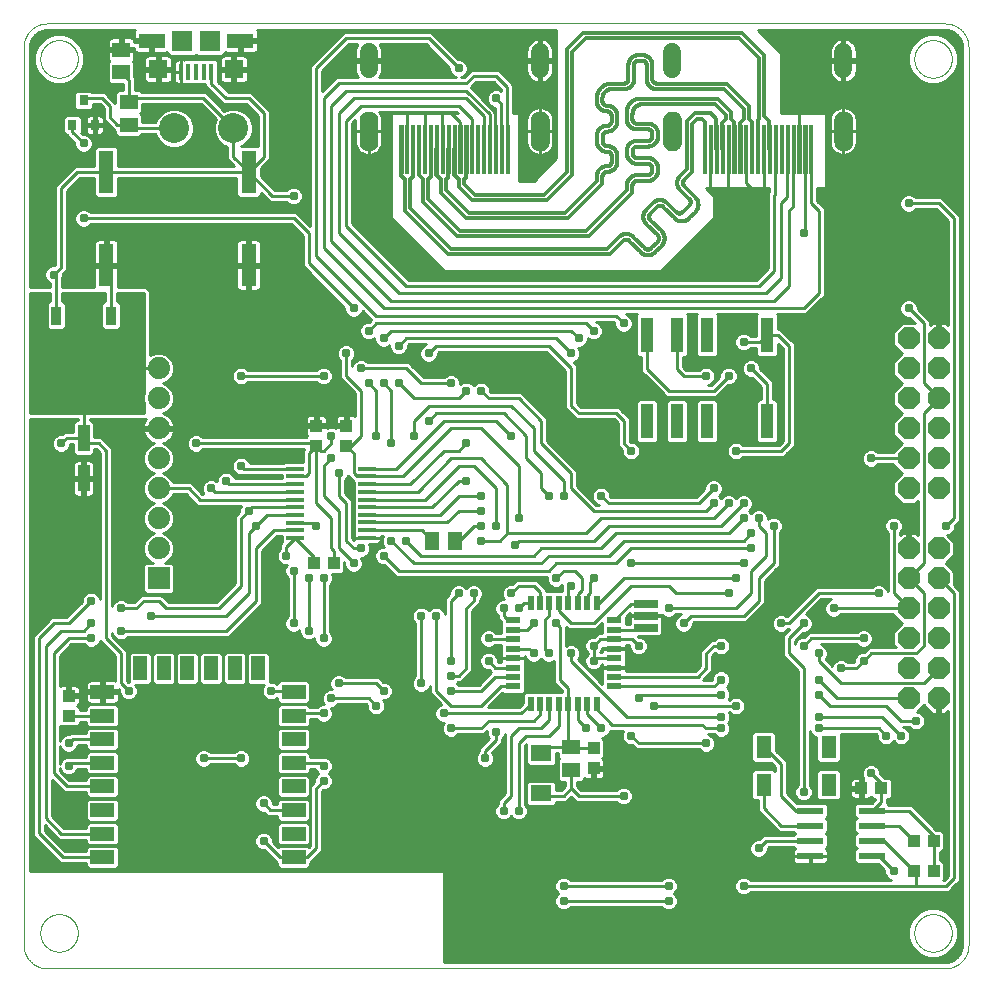
<source format=gtl>
G75*
%MOIN*%
%OFA0B0*%
%FSLAX25Y25*%
%IPPOS*%
%LPD*%
%AMOC8*
5,1,8,0,0,1.08239X$1,22.5*
%
%ADD10C,0.00000*%
%ADD11R,0.05000X0.02200*%
%ADD12R,0.02200X0.05000*%
%ADD13OC8,0.07400*%
%ADD14R,0.07087X0.05512*%
%ADD15R,0.03937X0.04331*%
%ADD16R,0.08700X0.02400*%
%ADD17R,0.04331X0.03937*%
%ADD18R,0.03150X0.03543*%
%ADD19R,0.05906X0.05118*%
%ADD20R,0.05906X0.01378*%
%ADD21R,0.07874X0.04724*%
%ADD22R,0.04724X0.07874*%
%ADD23R,0.04370X0.11811*%
%ADD24C,0.00118*%
%ADD25C,0.05906*%
%ADD26C,0.00039*%
%ADD27R,0.03500X0.06400*%
%ADD28R,0.12500X0.06400*%
%ADD29R,0.05118X0.05906*%
%ADD30R,0.01575X0.05315*%
%ADD31R,0.07087X0.07087*%
%ADD32R,0.09055X0.05118*%
%ADD33R,0.06299X0.06299*%
%ADD34R,0.07874X0.02756*%
%ADD35R,0.05118X0.07480*%
%ADD36R,0.05118X0.14173*%
%ADD37R,0.03937X0.09055*%
%ADD38C,0.10000*%
%ADD39R,0.07400X0.07400*%
%ADD40C,0.07400*%
%ADD41C,0.01000*%
%ADD42C,0.03100*%
%ADD43C,0.01181*%
D10*
X0040154Y0028618D02*
X0339367Y0028618D01*
X0339557Y0028620D01*
X0339747Y0028627D01*
X0339937Y0028639D01*
X0340127Y0028655D01*
X0340316Y0028675D01*
X0340505Y0028701D01*
X0340693Y0028730D01*
X0340880Y0028765D01*
X0341066Y0028804D01*
X0341251Y0028847D01*
X0341436Y0028895D01*
X0341619Y0028947D01*
X0341800Y0029003D01*
X0341980Y0029064D01*
X0342159Y0029130D01*
X0342336Y0029199D01*
X0342512Y0029273D01*
X0342685Y0029351D01*
X0342857Y0029434D01*
X0343026Y0029520D01*
X0343194Y0029610D01*
X0343359Y0029705D01*
X0343522Y0029803D01*
X0343682Y0029906D01*
X0343840Y0030012D01*
X0343995Y0030122D01*
X0344148Y0030235D01*
X0344298Y0030353D01*
X0344444Y0030474D01*
X0344588Y0030598D01*
X0344729Y0030726D01*
X0344867Y0030857D01*
X0345002Y0030992D01*
X0345133Y0031130D01*
X0345261Y0031271D01*
X0345385Y0031415D01*
X0345506Y0031561D01*
X0345624Y0031711D01*
X0345737Y0031864D01*
X0345847Y0032019D01*
X0345953Y0032177D01*
X0346056Y0032337D01*
X0346154Y0032500D01*
X0346249Y0032665D01*
X0346339Y0032833D01*
X0346425Y0033002D01*
X0346508Y0033174D01*
X0346586Y0033347D01*
X0346660Y0033523D01*
X0346729Y0033700D01*
X0346795Y0033879D01*
X0346856Y0034059D01*
X0346912Y0034240D01*
X0346964Y0034423D01*
X0347012Y0034608D01*
X0347055Y0034793D01*
X0347094Y0034979D01*
X0347129Y0035166D01*
X0347158Y0035354D01*
X0347184Y0035543D01*
X0347204Y0035732D01*
X0347220Y0035922D01*
X0347232Y0036112D01*
X0347239Y0036302D01*
X0347241Y0036492D01*
X0347241Y0335705D01*
X0347239Y0335895D01*
X0347232Y0336085D01*
X0347220Y0336275D01*
X0347204Y0336465D01*
X0347184Y0336654D01*
X0347158Y0336843D01*
X0347129Y0337031D01*
X0347094Y0337218D01*
X0347055Y0337404D01*
X0347012Y0337589D01*
X0346964Y0337774D01*
X0346912Y0337957D01*
X0346856Y0338138D01*
X0346795Y0338318D01*
X0346729Y0338497D01*
X0346660Y0338674D01*
X0346586Y0338850D01*
X0346508Y0339023D01*
X0346425Y0339195D01*
X0346339Y0339364D01*
X0346249Y0339532D01*
X0346154Y0339697D01*
X0346056Y0339860D01*
X0345953Y0340020D01*
X0345847Y0340178D01*
X0345737Y0340333D01*
X0345624Y0340486D01*
X0345506Y0340636D01*
X0345385Y0340782D01*
X0345261Y0340926D01*
X0345133Y0341067D01*
X0345002Y0341205D01*
X0344867Y0341340D01*
X0344729Y0341471D01*
X0344588Y0341599D01*
X0344444Y0341723D01*
X0344298Y0341844D01*
X0344148Y0341962D01*
X0343995Y0342075D01*
X0343840Y0342185D01*
X0343682Y0342291D01*
X0343522Y0342394D01*
X0343359Y0342492D01*
X0343194Y0342587D01*
X0343026Y0342677D01*
X0342857Y0342763D01*
X0342685Y0342846D01*
X0342512Y0342924D01*
X0342336Y0342998D01*
X0342159Y0343067D01*
X0341980Y0343133D01*
X0341800Y0343194D01*
X0341619Y0343250D01*
X0341436Y0343302D01*
X0341251Y0343350D01*
X0341066Y0343393D01*
X0340880Y0343432D01*
X0340693Y0343467D01*
X0340505Y0343496D01*
X0340316Y0343522D01*
X0340127Y0343542D01*
X0339937Y0343558D01*
X0339747Y0343570D01*
X0339557Y0343577D01*
X0339367Y0343579D01*
X0040154Y0343579D01*
X0039964Y0343577D01*
X0039774Y0343570D01*
X0039584Y0343558D01*
X0039394Y0343542D01*
X0039205Y0343522D01*
X0039016Y0343496D01*
X0038828Y0343467D01*
X0038641Y0343432D01*
X0038455Y0343393D01*
X0038270Y0343350D01*
X0038085Y0343302D01*
X0037902Y0343250D01*
X0037721Y0343194D01*
X0037541Y0343133D01*
X0037362Y0343067D01*
X0037185Y0342998D01*
X0037009Y0342924D01*
X0036836Y0342846D01*
X0036664Y0342763D01*
X0036495Y0342677D01*
X0036327Y0342587D01*
X0036162Y0342492D01*
X0035999Y0342394D01*
X0035839Y0342291D01*
X0035681Y0342185D01*
X0035526Y0342075D01*
X0035373Y0341962D01*
X0035223Y0341844D01*
X0035077Y0341723D01*
X0034933Y0341599D01*
X0034792Y0341471D01*
X0034654Y0341340D01*
X0034519Y0341205D01*
X0034388Y0341067D01*
X0034260Y0340926D01*
X0034136Y0340782D01*
X0034015Y0340636D01*
X0033897Y0340486D01*
X0033784Y0340333D01*
X0033674Y0340178D01*
X0033568Y0340020D01*
X0033465Y0339860D01*
X0033367Y0339697D01*
X0033272Y0339532D01*
X0033182Y0339364D01*
X0033096Y0339195D01*
X0033013Y0339023D01*
X0032935Y0338850D01*
X0032861Y0338674D01*
X0032792Y0338497D01*
X0032726Y0338318D01*
X0032665Y0338138D01*
X0032609Y0337957D01*
X0032557Y0337774D01*
X0032509Y0337589D01*
X0032466Y0337404D01*
X0032427Y0337218D01*
X0032392Y0337031D01*
X0032363Y0336843D01*
X0032337Y0336654D01*
X0032317Y0336465D01*
X0032301Y0336275D01*
X0032289Y0336085D01*
X0032282Y0335895D01*
X0032280Y0335705D01*
X0032280Y0036492D01*
X0032282Y0036302D01*
X0032289Y0036112D01*
X0032301Y0035922D01*
X0032317Y0035732D01*
X0032337Y0035543D01*
X0032363Y0035354D01*
X0032392Y0035166D01*
X0032427Y0034979D01*
X0032466Y0034793D01*
X0032509Y0034608D01*
X0032557Y0034423D01*
X0032609Y0034240D01*
X0032665Y0034059D01*
X0032726Y0033879D01*
X0032792Y0033700D01*
X0032861Y0033523D01*
X0032935Y0033347D01*
X0033013Y0033174D01*
X0033096Y0033002D01*
X0033182Y0032833D01*
X0033272Y0032665D01*
X0033367Y0032500D01*
X0033465Y0032337D01*
X0033568Y0032177D01*
X0033674Y0032019D01*
X0033784Y0031864D01*
X0033897Y0031711D01*
X0034015Y0031561D01*
X0034136Y0031415D01*
X0034260Y0031271D01*
X0034388Y0031130D01*
X0034519Y0030992D01*
X0034654Y0030857D01*
X0034792Y0030726D01*
X0034933Y0030598D01*
X0035077Y0030474D01*
X0035223Y0030353D01*
X0035373Y0030235D01*
X0035526Y0030122D01*
X0035681Y0030012D01*
X0035839Y0029906D01*
X0035999Y0029803D01*
X0036162Y0029705D01*
X0036327Y0029610D01*
X0036495Y0029520D01*
X0036664Y0029434D01*
X0036836Y0029351D01*
X0037009Y0029273D01*
X0037185Y0029199D01*
X0037362Y0029130D01*
X0037541Y0029064D01*
X0037721Y0029003D01*
X0037902Y0028947D01*
X0038085Y0028895D01*
X0038270Y0028847D01*
X0038455Y0028804D01*
X0038641Y0028765D01*
X0038828Y0028730D01*
X0039016Y0028701D01*
X0039205Y0028675D01*
X0039394Y0028655D01*
X0039584Y0028639D01*
X0039774Y0028627D01*
X0039964Y0028620D01*
X0040154Y0028618D01*
X0037841Y0040429D02*
X0037843Y0040587D01*
X0037849Y0040744D01*
X0037859Y0040902D01*
X0037873Y0041059D01*
X0037891Y0041215D01*
X0037912Y0041372D01*
X0037938Y0041527D01*
X0037968Y0041682D01*
X0038001Y0041836D01*
X0038039Y0041989D01*
X0038080Y0042142D01*
X0038125Y0042293D01*
X0038174Y0042443D01*
X0038227Y0042591D01*
X0038283Y0042739D01*
X0038344Y0042884D01*
X0038407Y0043029D01*
X0038475Y0043171D01*
X0038546Y0043312D01*
X0038620Y0043451D01*
X0038698Y0043588D01*
X0038780Y0043723D01*
X0038864Y0043856D01*
X0038953Y0043987D01*
X0039044Y0044115D01*
X0039139Y0044242D01*
X0039236Y0044365D01*
X0039337Y0044487D01*
X0039441Y0044605D01*
X0039548Y0044721D01*
X0039658Y0044834D01*
X0039770Y0044945D01*
X0039886Y0045052D01*
X0040004Y0045157D01*
X0040124Y0045259D01*
X0040247Y0045357D01*
X0040373Y0045453D01*
X0040501Y0045545D01*
X0040631Y0045634D01*
X0040763Y0045720D01*
X0040898Y0045802D01*
X0041035Y0045881D01*
X0041173Y0045956D01*
X0041313Y0046028D01*
X0041456Y0046096D01*
X0041599Y0046161D01*
X0041745Y0046222D01*
X0041892Y0046279D01*
X0042040Y0046333D01*
X0042190Y0046383D01*
X0042340Y0046429D01*
X0042492Y0046471D01*
X0042645Y0046510D01*
X0042799Y0046544D01*
X0042954Y0046575D01*
X0043109Y0046601D01*
X0043265Y0046624D01*
X0043422Y0046643D01*
X0043579Y0046658D01*
X0043736Y0046669D01*
X0043894Y0046676D01*
X0044052Y0046679D01*
X0044209Y0046678D01*
X0044367Y0046673D01*
X0044524Y0046664D01*
X0044682Y0046651D01*
X0044838Y0046634D01*
X0044995Y0046613D01*
X0045150Y0046589D01*
X0045305Y0046560D01*
X0045460Y0046527D01*
X0045613Y0046491D01*
X0045766Y0046450D01*
X0045917Y0046406D01*
X0046067Y0046358D01*
X0046216Y0046307D01*
X0046364Y0046251D01*
X0046510Y0046192D01*
X0046655Y0046129D01*
X0046798Y0046062D01*
X0046939Y0045992D01*
X0047078Y0045919D01*
X0047216Y0045842D01*
X0047352Y0045761D01*
X0047485Y0045677D01*
X0047616Y0045590D01*
X0047745Y0045499D01*
X0047872Y0045405D01*
X0047997Y0045308D01*
X0048118Y0045208D01*
X0048238Y0045105D01*
X0048354Y0044999D01*
X0048468Y0044890D01*
X0048580Y0044778D01*
X0048688Y0044664D01*
X0048793Y0044546D01*
X0048896Y0044426D01*
X0048995Y0044304D01*
X0049091Y0044179D01*
X0049184Y0044051D01*
X0049274Y0043922D01*
X0049360Y0043790D01*
X0049444Y0043656D01*
X0049523Y0043520D01*
X0049600Y0043382D01*
X0049672Y0043242D01*
X0049741Y0043100D01*
X0049807Y0042957D01*
X0049869Y0042812D01*
X0049927Y0042665D01*
X0049982Y0042517D01*
X0050033Y0042368D01*
X0050080Y0042217D01*
X0050123Y0042066D01*
X0050162Y0041913D01*
X0050198Y0041759D01*
X0050229Y0041605D01*
X0050257Y0041450D01*
X0050281Y0041294D01*
X0050301Y0041137D01*
X0050317Y0040980D01*
X0050329Y0040823D01*
X0050337Y0040666D01*
X0050341Y0040508D01*
X0050341Y0040350D01*
X0050337Y0040192D01*
X0050329Y0040035D01*
X0050317Y0039878D01*
X0050301Y0039721D01*
X0050281Y0039564D01*
X0050257Y0039408D01*
X0050229Y0039253D01*
X0050198Y0039099D01*
X0050162Y0038945D01*
X0050123Y0038792D01*
X0050080Y0038641D01*
X0050033Y0038490D01*
X0049982Y0038341D01*
X0049927Y0038193D01*
X0049869Y0038046D01*
X0049807Y0037901D01*
X0049741Y0037758D01*
X0049672Y0037616D01*
X0049600Y0037476D01*
X0049523Y0037338D01*
X0049444Y0037202D01*
X0049360Y0037068D01*
X0049274Y0036936D01*
X0049184Y0036807D01*
X0049091Y0036679D01*
X0048995Y0036554D01*
X0048896Y0036432D01*
X0048793Y0036312D01*
X0048688Y0036194D01*
X0048580Y0036080D01*
X0048468Y0035968D01*
X0048354Y0035859D01*
X0048238Y0035753D01*
X0048118Y0035650D01*
X0047997Y0035550D01*
X0047872Y0035453D01*
X0047745Y0035359D01*
X0047616Y0035268D01*
X0047485Y0035181D01*
X0047352Y0035097D01*
X0047216Y0035016D01*
X0047078Y0034939D01*
X0046939Y0034866D01*
X0046798Y0034796D01*
X0046655Y0034729D01*
X0046510Y0034666D01*
X0046364Y0034607D01*
X0046216Y0034551D01*
X0046067Y0034500D01*
X0045917Y0034452D01*
X0045766Y0034408D01*
X0045613Y0034367D01*
X0045460Y0034331D01*
X0045305Y0034298D01*
X0045150Y0034269D01*
X0044995Y0034245D01*
X0044838Y0034224D01*
X0044682Y0034207D01*
X0044524Y0034194D01*
X0044367Y0034185D01*
X0044209Y0034180D01*
X0044052Y0034179D01*
X0043894Y0034182D01*
X0043736Y0034189D01*
X0043579Y0034200D01*
X0043422Y0034215D01*
X0043265Y0034234D01*
X0043109Y0034257D01*
X0042954Y0034283D01*
X0042799Y0034314D01*
X0042645Y0034348D01*
X0042492Y0034387D01*
X0042340Y0034429D01*
X0042190Y0034475D01*
X0042040Y0034525D01*
X0041892Y0034579D01*
X0041745Y0034636D01*
X0041599Y0034697D01*
X0041456Y0034762D01*
X0041313Y0034830D01*
X0041173Y0034902D01*
X0041035Y0034977D01*
X0040898Y0035056D01*
X0040763Y0035138D01*
X0040631Y0035224D01*
X0040501Y0035313D01*
X0040373Y0035405D01*
X0040247Y0035501D01*
X0040124Y0035599D01*
X0040004Y0035701D01*
X0039886Y0035806D01*
X0039770Y0035913D01*
X0039658Y0036024D01*
X0039548Y0036137D01*
X0039441Y0036253D01*
X0039337Y0036371D01*
X0039236Y0036493D01*
X0039139Y0036616D01*
X0039044Y0036743D01*
X0038953Y0036871D01*
X0038864Y0037002D01*
X0038780Y0037135D01*
X0038698Y0037270D01*
X0038620Y0037407D01*
X0038546Y0037546D01*
X0038475Y0037687D01*
X0038407Y0037829D01*
X0038344Y0037974D01*
X0038283Y0038119D01*
X0038227Y0038267D01*
X0038174Y0038415D01*
X0038125Y0038565D01*
X0038080Y0038716D01*
X0038039Y0038869D01*
X0038001Y0039022D01*
X0037968Y0039176D01*
X0037938Y0039331D01*
X0037912Y0039486D01*
X0037891Y0039643D01*
X0037873Y0039799D01*
X0037859Y0039956D01*
X0037849Y0040114D01*
X0037843Y0040271D01*
X0037841Y0040429D01*
X0329180Y0040429D02*
X0329182Y0040587D01*
X0329188Y0040744D01*
X0329198Y0040902D01*
X0329212Y0041059D01*
X0329230Y0041215D01*
X0329251Y0041372D01*
X0329277Y0041527D01*
X0329307Y0041682D01*
X0329340Y0041836D01*
X0329378Y0041989D01*
X0329419Y0042142D01*
X0329464Y0042293D01*
X0329513Y0042443D01*
X0329566Y0042591D01*
X0329622Y0042739D01*
X0329683Y0042884D01*
X0329746Y0043029D01*
X0329814Y0043171D01*
X0329885Y0043312D01*
X0329959Y0043451D01*
X0330037Y0043588D01*
X0330119Y0043723D01*
X0330203Y0043856D01*
X0330292Y0043987D01*
X0330383Y0044115D01*
X0330478Y0044242D01*
X0330575Y0044365D01*
X0330676Y0044487D01*
X0330780Y0044605D01*
X0330887Y0044721D01*
X0330997Y0044834D01*
X0331109Y0044945D01*
X0331225Y0045052D01*
X0331343Y0045157D01*
X0331463Y0045259D01*
X0331586Y0045357D01*
X0331712Y0045453D01*
X0331840Y0045545D01*
X0331970Y0045634D01*
X0332102Y0045720D01*
X0332237Y0045802D01*
X0332374Y0045881D01*
X0332512Y0045956D01*
X0332652Y0046028D01*
X0332795Y0046096D01*
X0332938Y0046161D01*
X0333084Y0046222D01*
X0333231Y0046279D01*
X0333379Y0046333D01*
X0333529Y0046383D01*
X0333679Y0046429D01*
X0333831Y0046471D01*
X0333984Y0046510D01*
X0334138Y0046544D01*
X0334293Y0046575D01*
X0334448Y0046601D01*
X0334604Y0046624D01*
X0334761Y0046643D01*
X0334918Y0046658D01*
X0335075Y0046669D01*
X0335233Y0046676D01*
X0335391Y0046679D01*
X0335548Y0046678D01*
X0335706Y0046673D01*
X0335863Y0046664D01*
X0336021Y0046651D01*
X0336177Y0046634D01*
X0336334Y0046613D01*
X0336489Y0046589D01*
X0336644Y0046560D01*
X0336799Y0046527D01*
X0336952Y0046491D01*
X0337105Y0046450D01*
X0337256Y0046406D01*
X0337406Y0046358D01*
X0337555Y0046307D01*
X0337703Y0046251D01*
X0337849Y0046192D01*
X0337994Y0046129D01*
X0338137Y0046062D01*
X0338278Y0045992D01*
X0338417Y0045919D01*
X0338555Y0045842D01*
X0338691Y0045761D01*
X0338824Y0045677D01*
X0338955Y0045590D01*
X0339084Y0045499D01*
X0339211Y0045405D01*
X0339336Y0045308D01*
X0339457Y0045208D01*
X0339577Y0045105D01*
X0339693Y0044999D01*
X0339807Y0044890D01*
X0339919Y0044778D01*
X0340027Y0044664D01*
X0340132Y0044546D01*
X0340235Y0044426D01*
X0340334Y0044304D01*
X0340430Y0044179D01*
X0340523Y0044051D01*
X0340613Y0043922D01*
X0340699Y0043790D01*
X0340783Y0043656D01*
X0340862Y0043520D01*
X0340939Y0043382D01*
X0341011Y0043242D01*
X0341080Y0043100D01*
X0341146Y0042957D01*
X0341208Y0042812D01*
X0341266Y0042665D01*
X0341321Y0042517D01*
X0341372Y0042368D01*
X0341419Y0042217D01*
X0341462Y0042066D01*
X0341501Y0041913D01*
X0341537Y0041759D01*
X0341568Y0041605D01*
X0341596Y0041450D01*
X0341620Y0041294D01*
X0341640Y0041137D01*
X0341656Y0040980D01*
X0341668Y0040823D01*
X0341676Y0040666D01*
X0341680Y0040508D01*
X0341680Y0040350D01*
X0341676Y0040192D01*
X0341668Y0040035D01*
X0341656Y0039878D01*
X0341640Y0039721D01*
X0341620Y0039564D01*
X0341596Y0039408D01*
X0341568Y0039253D01*
X0341537Y0039099D01*
X0341501Y0038945D01*
X0341462Y0038792D01*
X0341419Y0038641D01*
X0341372Y0038490D01*
X0341321Y0038341D01*
X0341266Y0038193D01*
X0341208Y0038046D01*
X0341146Y0037901D01*
X0341080Y0037758D01*
X0341011Y0037616D01*
X0340939Y0037476D01*
X0340862Y0037338D01*
X0340783Y0037202D01*
X0340699Y0037068D01*
X0340613Y0036936D01*
X0340523Y0036807D01*
X0340430Y0036679D01*
X0340334Y0036554D01*
X0340235Y0036432D01*
X0340132Y0036312D01*
X0340027Y0036194D01*
X0339919Y0036080D01*
X0339807Y0035968D01*
X0339693Y0035859D01*
X0339577Y0035753D01*
X0339457Y0035650D01*
X0339336Y0035550D01*
X0339211Y0035453D01*
X0339084Y0035359D01*
X0338955Y0035268D01*
X0338824Y0035181D01*
X0338691Y0035097D01*
X0338555Y0035016D01*
X0338417Y0034939D01*
X0338278Y0034866D01*
X0338137Y0034796D01*
X0337994Y0034729D01*
X0337849Y0034666D01*
X0337703Y0034607D01*
X0337555Y0034551D01*
X0337406Y0034500D01*
X0337256Y0034452D01*
X0337105Y0034408D01*
X0336952Y0034367D01*
X0336799Y0034331D01*
X0336644Y0034298D01*
X0336489Y0034269D01*
X0336334Y0034245D01*
X0336177Y0034224D01*
X0336021Y0034207D01*
X0335863Y0034194D01*
X0335706Y0034185D01*
X0335548Y0034180D01*
X0335391Y0034179D01*
X0335233Y0034182D01*
X0335075Y0034189D01*
X0334918Y0034200D01*
X0334761Y0034215D01*
X0334604Y0034234D01*
X0334448Y0034257D01*
X0334293Y0034283D01*
X0334138Y0034314D01*
X0333984Y0034348D01*
X0333831Y0034387D01*
X0333679Y0034429D01*
X0333529Y0034475D01*
X0333379Y0034525D01*
X0333231Y0034579D01*
X0333084Y0034636D01*
X0332938Y0034697D01*
X0332795Y0034762D01*
X0332652Y0034830D01*
X0332512Y0034902D01*
X0332374Y0034977D01*
X0332237Y0035056D01*
X0332102Y0035138D01*
X0331970Y0035224D01*
X0331840Y0035313D01*
X0331712Y0035405D01*
X0331586Y0035501D01*
X0331463Y0035599D01*
X0331343Y0035701D01*
X0331225Y0035806D01*
X0331109Y0035913D01*
X0330997Y0036024D01*
X0330887Y0036137D01*
X0330780Y0036253D01*
X0330676Y0036371D01*
X0330575Y0036493D01*
X0330478Y0036616D01*
X0330383Y0036743D01*
X0330292Y0036871D01*
X0330203Y0037002D01*
X0330119Y0037135D01*
X0330037Y0037270D01*
X0329959Y0037407D01*
X0329885Y0037546D01*
X0329814Y0037687D01*
X0329746Y0037829D01*
X0329683Y0037974D01*
X0329622Y0038119D01*
X0329566Y0038267D01*
X0329513Y0038415D01*
X0329464Y0038565D01*
X0329419Y0038716D01*
X0329378Y0038869D01*
X0329340Y0039022D01*
X0329307Y0039176D01*
X0329277Y0039331D01*
X0329251Y0039486D01*
X0329230Y0039643D01*
X0329212Y0039799D01*
X0329198Y0039956D01*
X0329188Y0040114D01*
X0329182Y0040271D01*
X0329180Y0040429D01*
X0329180Y0331768D02*
X0329182Y0331926D01*
X0329188Y0332083D01*
X0329198Y0332241D01*
X0329212Y0332398D01*
X0329230Y0332554D01*
X0329251Y0332711D01*
X0329277Y0332866D01*
X0329307Y0333021D01*
X0329340Y0333175D01*
X0329378Y0333328D01*
X0329419Y0333481D01*
X0329464Y0333632D01*
X0329513Y0333782D01*
X0329566Y0333930D01*
X0329622Y0334078D01*
X0329683Y0334223D01*
X0329746Y0334368D01*
X0329814Y0334510D01*
X0329885Y0334651D01*
X0329959Y0334790D01*
X0330037Y0334927D01*
X0330119Y0335062D01*
X0330203Y0335195D01*
X0330292Y0335326D01*
X0330383Y0335454D01*
X0330478Y0335581D01*
X0330575Y0335704D01*
X0330676Y0335826D01*
X0330780Y0335944D01*
X0330887Y0336060D01*
X0330997Y0336173D01*
X0331109Y0336284D01*
X0331225Y0336391D01*
X0331343Y0336496D01*
X0331463Y0336598D01*
X0331586Y0336696D01*
X0331712Y0336792D01*
X0331840Y0336884D01*
X0331970Y0336973D01*
X0332102Y0337059D01*
X0332237Y0337141D01*
X0332374Y0337220D01*
X0332512Y0337295D01*
X0332652Y0337367D01*
X0332795Y0337435D01*
X0332938Y0337500D01*
X0333084Y0337561D01*
X0333231Y0337618D01*
X0333379Y0337672D01*
X0333529Y0337722D01*
X0333679Y0337768D01*
X0333831Y0337810D01*
X0333984Y0337849D01*
X0334138Y0337883D01*
X0334293Y0337914D01*
X0334448Y0337940D01*
X0334604Y0337963D01*
X0334761Y0337982D01*
X0334918Y0337997D01*
X0335075Y0338008D01*
X0335233Y0338015D01*
X0335391Y0338018D01*
X0335548Y0338017D01*
X0335706Y0338012D01*
X0335863Y0338003D01*
X0336021Y0337990D01*
X0336177Y0337973D01*
X0336334Y0337952D01*
X0336489Y0337928D01*
X0336644Y0337899D01*
X0336799Y0337866D01*
X0336952Y0337830D01*
X0337105Y0337789D01*
X0337256Y0337745D01*
X0337406Y0337697D01*
X0337555Y0337646D01*
X0337703Y0337590D01*
X0337849Y0337531D01*
X0337994Y0337468D01*
X0338137Y0337401D01*
X0338278Y0337331D01*
X0338417Y0337258D01*
X0338555Y0337181D01*
X0338691Y0337100D01*
X0338824Y0337016D01*
X0338955Y0336929D01*
X0339084Y0336838D01*
X0339211Y0336744D01*
X0339336Y0336647D01*
X0339457Y0336547D01*
X0339577Y0336444D01*
X0339693Y0336338D01*
X0339807Y0336229D01*
X0339919Y0336117D01*
X0340027Y0336003D01*
X0340132Y0335885D01*
X0340235Y0335765D01*
X0340334Y0335643D01*
X0340430Y0335518D01*
X0340523Y0335390D01*
X0340613Y0335261D01*
X0340699Y0335129D01*
X0340783Y0334995D01*
X0340862Y0334859D01*
X0340939Y0334721D01*
X0341011Y0334581D01*
X0341080Y0334439D01*
X0341146Y0334296D01*
X0341208Y0334151D01*
X0341266Y0334004D01*
X0341321Y0333856D01*
X0341372Y0333707D01*
X0341419Y0333556D01*
X0341462Y0333405D01*
X0341501Y0333252D01*
X0341537Y0333098D01*
X0341568Y0332944D01*
X0341596Y0332789D01*
X0341620Y0332633D01*
X0341640Y0332476D01*
X0341656Y0332319D01*
X0341668Y0332162D01*
X0341676Y0332005D01*
X0341680Y0331847D01*
X0341680Y0331689D01*
X0341676Y0331531D01*
X0341668Y0331374D01*
X0341656Y0331217D01*
X0341640Y0331060D01*
X0341620Y0330903D01*
X0341596Y0330747D01*
X0341568Y0330592D01*
X0341537Y0330438D01*
X0341501Y0330284D01*
X0341462Y0330131D01*
X0341419Y0329980D01*
X0341372Y0329829D01*
X0341321Y0329680D01*
X0341266Y0329532D01*
X0341208Y0329385D01*
X0341146Y0329240D01*
X0341080Y0329097D01*
X0341011Y0328955D01*
X0340939Y0328815D01*
X0340862Y0328677D01*
X0340783Y0328541D01*
X0340699Y0328407D01*
X0340613Y0328275D01*
X0340523Y0328146D01*
X0340430Y0328018D01*
X0340334Y0327893D01*
X0340235Y0327771D01*
X0340132Y0327651D01*
X0340027Y0327533D01*
X0339919Y0327419D01*
X0339807Y0327307D01*
X0339693Y0327198D01*
X0339577Y0327092D01*
X0339457Y0326989D01*
X0339336Y0326889D01*
X0339211Y0326792D01*
X0339084Y0326698D01*
X0338955Y0326607D01*
X0338824Y0326520D01*
X0338691Y0326436D01*
X0338555Y0326355D01*
X0338417Y0326278D01*
X0338278Y0326205D01*
X0338137Y0326135D01*
X0337994Y0326068D01*
X0337849Y0326005D01*
X0337703Y0325946D01*
X0337555Y0325890D01*
X0337406Y0325839D01*
X0337256Y0325791D01*
X0337105Y0325747D01*
X0336952Y0325706D01*
X0336799Y0325670D01*
X0336644Y0325637D01*
X0336489Y0325608D01*
X0336334Y0325584D01*
X0336177Y0325563D01*
X0336021Y0325546D01*
X0335863Y0325533D01*
X0335706Y0325524D01*
X0335548Y0325519D01*
X0335391Y0325518D01*
X0335233Y0325521D01*
X0335075Y0325528D01*
X0334918Y0325539D01*
X0334761Y0325554D01*
X0334604Y0325573D01*
X0334448Y0325596D01*
X0334293Y0325622D01*
X0334138Y0325653D01*
X0333984Y0325687D01*
X0333831Y0325726D01*
X0333679Y0325768D01*
X0333529Y0325814D01*
X0333379Y0325864D01*
X0333231Y0325918D01*
X0333084Y0325975D01*
X0332938Y0326036D01*
X0332795Y0326101D01*
X0332652Y0326169D01*
X0332512Y0326241D01*
X0332374Y0326316D01*
X0332237Y0326395D01*
X0332102Y0326477D01*
X0331970Y0326563D01*
X0331840Y0326652D01*
X0331712Y0326744D01*
X0331586Y0326840D01*
X0331463Y0326938D01*
X0331343Y0327040D01*
X0331225Y0327145D01*
X0331109Y0327252D01*
X0330997Y0327363D01*
X0330887Y0327476D01*
X0330780Y0327592D01*
X0330676Y0327710D01*
X0330575Y0327832D01*
X0330478Y0327955D01*
X0330383Y0328082D01*
X0330292Y0328210D01*
X0330203Y0328341D01*
X0330119Y0328474D01*
X0330037Y0328609D01*
X0329959Y0328746D01*
X0329885Y0328885D01*
X0329814Y0329026D01*
X0329746Y0329168D01*
X0329683Y0329313D01*
X0329622Y0329458D01*
X0329566Y0329606D01*
X0329513Y0329754D01*
X0329464Y0329904D01*
X0329419Y0330055D01*
X0329378Y0330208D01*
X0329340Y0330361D01*
X0329307Y0330515D01*
X0329277Y0330670D01*
X0329251Y0330825D01*
X0329230Y0330982D01*
X0329212Y0331138D01*
X0329198Y0331295D01*
X0329188Y0331453D01*
X0329182Y0331610D01*
X0329180Y0331768D01*
X0037841Y0331768D02*
X0037843Y0331926D01*
X0037849Y0332083D01*
X0037859Y0332241D01*
X0037873Y0332398D01*
X0037891Y0332554D01*
X0037912Y0332711D01*
X0037938Y0332866D01*
X0037968Y0333021D01*
X0038001Y0333175D01*
X0038039Y0333328D01*
X0038080Y0333481D01*
X0038125Y0333632D01*
X0038174Y0333782D01*
X0038227Y0333930D01*
X0038283Y0334078D01*
X0038344Y0334223D01*
X0038407Y0334368D01*
X0038475Y0334510D01*
X0038546Y0334651D01*
X0038620Y0334790D01*
X0038698Y0334927D01*
X0038780Y0335062D01*
X0038864Y0335195D01*
X0038953Y0335326D01*
X0039044Y0335454D01*
X0039139Y0335581D01*
X0039236Y0335704D01*
X0039337Y0335826D01*
X0039441Y0335944D01*
X0039548Y0336060D01*
X0039658Y0336173D01*
X0039770Y0336284D01*
X0039886Y0336391D01*
X0040004Y0336496D01*
X0040124Y0336598D01*
X0040247Y0336696D01*
X0040373Y0336792D01*
X0040501Y0336884D01*
X0040631Y0336973D01*
X0040763Y0337059D01*
X0040898Y0337141D01*
X0041035Y0337220D01*
X0041173Y0337295D01*
X0041313Y0337367D01*
X0041456Y0337435D01*
X0041599Y0337500D01*
X0041745Y0337561D01*
X0041892Y0337618D01*
X0042040Y0337672D01*
X0042190Y0337722D01*
X0042340Y0337768D01*
X0042492Y0337810D01*
X0042645Y0337849D01*
X0042799Y0337883D01*
X0042954Y0337914D01*
X0043109Y0337940D01*
X0043265Y0337963D01*
X0043422Y0337982D01*
X0043579Y0337997D01*
X0043736Y0338008D01*
X0043894Y0338015D01*
X0044052Y0338018D01*
X0044209Y0338017D01*
X0044367Y0338012D01*
X0044524Y0338003D01*
X0044682Y0337990D01*
X0044838Y0337973D01*
X0044995Y0337952D01*
X0045150Y0337928D01*
X0045305Y0337899D01*
X0045460Y0337866D01*
X0045613Y0337830D01*
X0045766Y0337789D01*
X0045917Y0337745D01*
X0046067Y0337697D01*
X0046216Y0337646D01*
X0046364Y0337590D01*
X0046510Y0337531D01*
X0046655Y0337468D01*
X0046798Y0337401D01*
X0046939Y0337331D01*
X0047078Y0337258D01*
X0047216Y0337181D01*
X0047352Y0337100D01*
X0047485Y0337016D01*
X0047616Y0336929D01*
X0047745Y0336838D01*
X0047872Y0336744D01*
X0047997Y0336647D01*
X0048118Y0336547D01*
X0048238Y0336444D01*
X0048354Y0336338D01*
X0048468Y0336229D01*
X0048580Y0336117D01*
X0048688Y0336003D01*
X0048793Y0335885D01*
X0048896Y0335765D01*
X0048995Y0335643D01*
X0049091Y0335518D01*
X0049184Y0335390D01*
X0049274Y0335261D01*
X0049360Y0335129D01*
X0049444Y0334995D01*
X0049523Y0334859D01*
X0049600Y0334721D01*
X0049672Y0334581D01*
X0049741Y0334439D01*
X0049807Y0334296D01*
X0049869Y0334151D01*
X0049927Y0334004D01*
X0049982Y0333856D01*
X0050033Y0333707D01*
X0050080Y0333556D01*
X0050123Y0333405D01*
X0050162Y0333252D01*
X0050198Y0333098D01*
X0050229Y0332944D01*
X0050257Y0332789D01*
X0050281Y0332633D01*
X0050301Y0332476D01*
X0050317Y0332319D01*
X0050329Y0332162D01*
X0050337Y0332005D01*
X0050341Y0331847D01*
X0050341Y0331689D01*
X0050337Y0331531D01*
X0050329Y0331374D01*
X0050317Y0331217D01*
X0050301Y0331060D01*
X0050281Y0330903D01*
X0050257Y0330747D01*
X0050229Y0330592D01*
X0050198Y0330438D01*
X0050162Y0330284D01*
X0050123Y0330131D01*
X0050080Y0329980D01*
X0050033Y0329829D01*
X0049982Y0329680D01*
X0049927Y0329532D01*
X0049869Y0329385D01*
X0049807Y0329240D01*
X0049741Y0329097D01*
X0049672Y0328955D01*
X0049600Y0328815D01*
X0049523Y0328677D01*
X0049444Y0328541D01*
X0049360Y0328407D01*
X0049274Y0328275D01*
X0049184Y0328146D01*
X0049091Y0328018D01*
X0048995Y0327893D01*
X0048896Y0327771D01*
X0048793Y0327651D01*
X0048688Y0327533D01*
X0048580Y0327419D01*
X0048468Y0327307D01*
X0048354Y0327198D01*
X0048238Y0327092D01*
X0048118Y0326989D01*
X0047997Y0326889D01*
X0047872Y0326792D01*
X0047745Y0326698D01*
X0047616Y0326607D01*
X0047485Y0326520D01*
X0047352Y0326436D01*
X0047216Y0326355D01*
X0047078Y0326278D01*
X0046939Y0326205D01*
X0046798Y0326135D01*
X0046655Y0326068D01*
X0046510Y0326005D01*
X0046364Y0325946D01*
X0046216Y0325890D01*
X0046067Y0325839D01*
X0045917Y0325791D01*
X0045766Y0325747D01*
X0045613Y0325706D01*
X0045460Y0325670D01*
X0045305Y0325637D01*
X0045150Y0325608D01*
X0044995Y0325584D01*
X0044838Y0325563D01*
X0044682Y0325546D01*
X0044524Y0325533D01*
X0044367Y0325524D01*
X0044209Y0325519D01*
X0044052Y0325518D01*
X0043894Y0325521D01*
X0043736Y0325528D01*
X0043579Y0325539D01*
X0043422Y0325554D01*
X0043265Y0325573D01*
X0043109Y0325596D01*
X0042954Y0325622D01*
X0042799Y0325653D01*
X0042645Y0325687D01*
X0042492Y0325726D01*
X0042340Y0325768D01*
X0042190Y0325814D01*
X0042040Y0325864D01*
X0041892Y0325918D01*
X0041745Y0325975D01*
X0041599Y0326036D01*
X0041456Y0326101D01*
X0041313Y0326169D01*
X0041173Y0326241D01*
X0041035Y0326316D01*
X0040898Y0326395D01*
X0040763Y0326477D01*
X0040631Y0326563D01*
X0040501Y0326652D01*
X0040373Y0326744D01*
X0040247Y0326840D01*
X0040124Y0326938D01*
X0040004Y0327040D01*
X0039886Y0327145D01*
X0039770Y0327252D01*
X0039658Y0327363D01*
X0039548Y0327476D01*
X0039441Y0327592D01*
X0039337Y0327710D01*
X0039236Y0327832D01*
X0039139Y0327955D01*
X0039044Y0328082D01*
X0038953Y0328210D01*
X0038864Y0328341D01*
X0038780Y0328474D01*
X0038698Y0328609D01*
X0038620Y0328746D01*
X0038546Y0328885D01*
X0038475Y0329026D01*
X0038407Y0329168D01*
X0038344Y0329313D01*
X0038283Y0329458D01*
X0038227Y0329606D01*
X0038174Y0329754D01*
X0038125Y0329904D01*
X0038080Y0330055D01*
X0038039Y0330208D01*
X0038001Y0330361D01*
X0037968Y0330515D01*
X0037938Y0330670D01*
X0037912Y0330825D01*
X0037891Y0330982D01*
X0037873Y0331138D01*
X0037859Y0331295D01*
X0037849Y0331453D01*
X0037843Y0331610D01*
X0037841Y0331768D01*
D11*
X0195380Y0144642D03*
X0195380Y0141492D03*
X0195380Y0138343D03*
X0195380Y0135193D03*
X0195380Y0132043D03*
X0195380Y0128894D03*
X0195380Y0125744D03*
X0195380Y0122594D03*
X0229180Y0122594D03*
X0229180Y0125744D03*
X0229180Y0128894D03*
X0229180Y0132043D03*
X0229180Y0135193D03*
X0229180Y0138343D03*
X0229180Y0141492D03*
X0229180Y0144642D03*
D12*
X0223304Y0150518D03*
X0220154Y0150518D03*
X0217005Y0150518D03*
X0213855Y0150518D03*
X0210705Y0150518D03*
X0207556Y0150518D03*
X0204406Y0150518D03*
X0201257Y0150518D03*
X0201257Y0116718D03*
X0204406Y0116718D03*
X0207556Y0116718D03*
X0210705Y0116718D03*
X0213855Y0116718D03*
X0217005Y0116718D03*
X0220154Y0116718D03*
X0223304Y0116718D03*
D13*
X0327280Y0118618D03*
X0337280Y0118618D03*
X0337280Y0128618D03*
X0327280Y0128618D03*
X0327280Y0138618D03*
X0337280Y0138618D03*
X0337280Y0148618D03*
X0327280Y0148618D03*
X0327280Y0158618D03*
X0337280Y0158618D03*
X0337280Y0168618D03*
X0327280Y0168618D03*
X0327280Y0188618D03*
X0327280Y0198618D03*
X0337280Y0198618D03*
X0337280Y0188618D03*
X0337280Y0208618D03*
X0327280Y0208618D03*
X0327280Y0218618D03*
X0337280Y0218618D03*
X0337280Y0228618D03*
X0327280Y0228618D03*
X0327280Y0238618D03*
X0337280Y0238618D03*
D14*
X0204780Y0100311D03*
X0204780Y0086925D03*
D15*
X0222280Y0095272D03*
X0222280Y0101965D03*
X0135627Y0163618D03*
X0128934Y0163618D03*
X0129780Y0202772D03*
X0129780Y0209465D03*
X0139780Y0209465D03*
X0139780Y0202772D03*
X0328934Y0071118D03*
X0335627Y0071118D03*
X0335627Y0061118D03*
X0328934Y0061118D03*
D16*
X0315080Y0066118D03*
X0315080Y0071118D03*
X0315080Y0076118D03*
X0315080Y0081118D03*
X0294480Y0081118D03*
X0294480Y0076118D03*
X0294480Y0071118D03*
X0294480Y0066118D03*
D17*
X0311434Y0088618D03*
X0318127Y0088618D03*
X0047280Y0112772D03*
X0047280Y0119465D03*
D18*
X0048540Y0309681D03*
X0056020Y0309681D03*
X0052280Y0317949D03*
D19*
X0067280Y0317358D03*
X0067280Y0309878D03*
X0064780Y0327378D03*
X0064780Y0334858D03*
X0214780Y0102358D03*
X0214780Y0094878D03*
D20*
X0146847Y0172161D03*
X0146847Y0174720D03*
X0146847Y0177280D03*
X0146847Y0179839D03*
X0146847Y0182339D03*
X0146847Y0184898D03*
X0146847Y0187457D03*
X0146847Y0190016D03*
X0146847Y0192575D03*
X0146847Y0195134D03*
X0122713Y0195134D03*
X0122713Y0192575D03*
X0122713Y0190016D03*
X0122713Y0187457D03*
X0122713Y0184898D03*
X0122713Y0182339D03*
X0122713Y0179780D03*
X0122713Y0177220D03*
X0122713Y0174661D03*
X0122713Y0172102D03*
D21*
X0122280Y0120744D03*
X0122280Y0112870D03*
X0122280Y0104996D03*
X0122280Y0097122D03*
X0122280Y0089248D03*
X0122280Y0081374D03*
X0122280Y0073500D03*
X0122280Y0065626D03*
X0058501Y0065626D03*
X0058501Y0073500D03*
X0058501Y0081374D03*
X0058501Y0089248D03*
X0058501Y0097122D03*
X0058501Y0104996D03*
X0058501Y0112870D03*
X0058501Y0120744D03*
D22*
X0071099Y0128618D03*
X0078973Y0128618D03*
X0086847Y0128618D03*
X0094721Y0128618D03*
X0102595Y0128618D03*
X0110469Y0128618D03*
D23*
X0240080Y0211029D03*
X0250080Y0211029D03*
X0260080Y0211029D03*
X0280080Y0211029D03*
X0280080Y0239729D03*
X0260080Y0239729D03*
X0250080Y0239729D03*
X0240080Y0239729D03*
D24*
X0258718Y0309819D02*
X0259780Y0309819D01*
X0259780Y0293795D01*
X0258718Y0293795D01*
X0258718Y0309819D01*
X0258718Y0293912D02*
X0259780Y0293912D01*
X0259780Y0294029D02*
X0258718Y0294029D01*
X0258718Y0294146D02*
X0259780Y0294146D01*
X0259780Y0294263D02*
X0258718Y0294263D01*
X0258718Y0294380D02*
X0259780Y0294380D01*
X0259780Y0294497D02*
X0258718Y0294497D01*
X0258718Y0294614D02*
X0259780Y0294614D01*
X0259780Y0294731D02*
X0258718Y0294731D01*
X0258718Y0294848D02*
X0259780Y0294848D01*
X0259780Y0294965D02*
X0258718Y0294965D01*
X0258718Y0295082D02*
X0259780Y0295082D01*
X0259780Y0295199D02*
X0258718Y0295199D01*
X0258718Y0295316D02*
X0259780Y0295316D01*
X0259780Y0295433D02*
X0258718Y0295433D01*
X0258718Y0295550D02*
X0259780Y0295550D01*
X0259780Y0295667D02*
X0258718Y0295667D01*
X0258718Y0295784D02*
X0259780Y0295784D01*
X0259780Y0295901D02*
X0258718Y0295901D01*
X0258718Y0296018D02*
X0259780Y0296018D01*
X0259780Y0296135D02*
X0258718Y0296135D01*
X0258718Y0296252D02*
X0259780Y0296252D01*
X0259780Y0296369D02*
X0258718Y0296369D01*
X0258718Y0296486D02*
X0259780Y0296486D01*
X0259780Y0296603D02*
X0258718Y0296603D01*
X0258718Y0296720D02*
X0259780Y0296720D01*
X0259780Y0296837D02*
X0258718Y0296837D01*
X0258718Y0296954D02*
X0259780Y0296954D01*
X0259780Y0297071D02*
X0258718Y0297071D01*
X0258718Y0297188D02*
X0259780Y0297188D01*
X0259780Y0297305D02*
X0258718Y0297305D01*
X0258718Y0297422D02*
X0259780Y0297422D01*
X0259780Y0297539D02*
X0258718Y0297539D01*
X0258718Y0297656D02*
X0259780Y0297656D01*
X0259780Y0297773D02*
X0258718Y0297773D01*
X0258718Y0297890D02*
X0259780Y0297890D01*
X0259780Y0298007D02*
X0258718Y0298007D01*
X0258718Y0298124D02*
X0259780Y0298124D01*
X0259780Y0298241D02*
X0258718Y0298241D01*
X0258718Y0298358D02*
X0259780Y0298358D01*
X0259780Y0298475D02*
X0258718Y0298475D01*
X0258718Y0298592D02*
X0259780Y0298592D01*
X0259780Y0298709D02*
X0258718Y0298709D01*
X0258718Y0298826D02*
X0259780Y0298826D01*
X0259780Y0298943D02*
X0258718Y0298943D01*
X0258718Y0299060D02*
X0259780Y0299060D01*
X0259780Y0299177D02*
X0258718Y0299177D01*
X0258718Y0299294D02*
X0259780Y0299294D01*
X0259780Y0299411D02*
X0258718Y0299411D01*
X0258718Y0299528D02*
X0259780Y0299528D01*
X0259780Y0299645D02*
X0258718Y0299645D01*
X0258718Y0299762D02*
X0259780Y0299762D01*
X0259780Y0299879D02*
X0258718Y0299879D01*
X0258718Y0299996D02*
X0259780Y0299996D01*
X0259780Y0300113D02*
X0258718Y0300113D01*
X0258718Y0300230D02*
X0259780Y0300230D01*
X0259780Y0300347D02*
X0258718Y0300347D01*
X0258718Y0300464D02*
X0259780Y0300464D01*
X0259780Y0300581D02*
X0258718Y0300581D01*
X0258718Y0300698D02*
X0259780Y0300698D01*
X0259780Y0300815D02*
X0258718Y0300815D01*
X0258718Y0300932D02*
X0259780Y0300932D01*
X0259780Y0301049D02*
X0258718Y0301049D01*
X0258718Y0301166D02*
X0259780Y0301166D01*
X0259780Y0301283D02*
X0258718Y0301283D01*
X0258718Y0301400D02*
X0259780Y0301400D01*
X0259780Y0301517D02*
X0258718Y0301517D01*
X0258718Y0301634D02*
X0259780Y0301634D01*
X0259780Y0301751D02*
X0258718Y0301751D01*
X0258718Y0301868D02*
X0259780Y0301868D01*
X0259780Y0301985D02*
X0258718Y0301985D01*
X0258718Y0302102D02*
X0259780Y0302102D01*
X0259780Y0302219D02*
X0258718Y0302219D01*
X0258718Y0302336D02*
X0259780Y0302336D01*
X0259780Y0302453D02*
X0258718Y0302453D01*
X0258718Y0302570D02*
X0259780Y0302570D01*
X0259780Y0302687D02*
X0258718Y0302687D01*
X0258718Y0302804D02*
X0259780Y0302804D01*
X0259780Y0302921D02*
X0258718Y0302921D01*
X0258718Y0303038D02*
X0259780Y0303038D01*
X0259780Y0303155D02*
X0258718Y0303155D01*
X0258718Y0303272D02*
X0259780Y0303272D01*
X0259780Y0303389D02*
X0258718Y0303389D01*
X0258718Y0303506D02*
X0259780Y0303506D01*
X0259780Y0303623D02*
X0258718Y0303623D01*
X0258718Y0303740D02*
X0259780Y0303740D01*
X0259780Y0303857D02*
X0258718Y0303857D01*
X0258718Y0303974D02*
X0259780Y0303974D01*
X0259780Y0304091D02*
X0258718Y0304091D01*
X0258718Y0304208D02*
X0259780Y0304208D01*
X0259780Y0304325D02*
X0258718Y0304325D01*
X0258718Y0304442D02*
X0259780Y0304442D01*
X0259780Y0304559D02*
X0258718Y0304559D01*
X0258718Y0304676D02*
X0259780Y0304676D01*
X0259780Y0304793D02*
X0258718Y0304793D01*
X0258718Y0304910D02*
X0259780Y0304910D01*
X0259780Y0305027D02*
X0258718Y0305027D01*
X0258718Y0305144D02*
X0259780Y0305144D01*
X0259780Y0305261D02*
X0258718Y0305261D01*
X0258718Y0305378D02*
X0259780Y0305378D01*
X0259780Y0305495D02*
X0258718Y0305495D01*
X0258718Y0305612D02*
X0259780Y0305612D01*
X0259780Y0305729D02*
X0258718Y0305729D01*
X0258718Y0305846D02*
X0259780Y0305846D01*
X0259780Y0305963D02*
X0258718Y0305963D01*
X0258718Y0306080D02*
X0259780Y0306080D01*
X0259780Y0306197D02*
X0258718Y0306197D01*
X0258718Y0306314D02*
X0259780Y0306314D01*
X0259780Y0306431D02*
X0258718Y0306431D01*
X0258718Y0306548D02*
X0259780Y0306548D01*
X0259780Y0306665D02*
X0258718Y0306665D01*
X0258718Y0306782D02*
X0259780Y0306782D01*
X0259780Y0306899D02*
X0258718Y0306899D01*
X0258718Y0307016D02*
X0259780Y0307016D01*
X0259780Y0307133D02*
X0258718Y0307133D01*
X0258718Y0307250D02*
X0259780Y0307250D01*
X0259780Y0307367D02*
X0258718Y0307367D01*
X0258718Y0307484D02*
X0259780Y0307484D01*
X0259780Y0307601D02*
X0258718Y0307601D01*
X0258718Y0307718D02*
X0259780Y0307718D01*
X0259780Y0307835D02*
X0258718Y0307835D01*
X0258718Y0307952D02*
X0259780Y0307952D01*
X0259780Y0308069D02*
X0258718Y0308069D01*
X0258718Y0308186D02*
X0259780Y0308186D01*
X0259780Y0308303D02*
X0258718Y0308303D01*
X0258718Y0308420D02*
X0259780Y0308420D01*
X0259780Y0308537D02*
X0258718Y0308537D01*
X0258718Y0308654D02*
X0259780Y0308654D01*
X0259780Y0308771D02*
X0258718Y0308771D01*
X0258718Y0308888D02*
X0259780Y0308888D01*
X0259780Y0309005D02*
X0258718Y0309005D01*
X0258718Y0309122D02*
X0259780Y0309122D01*
X0259780Y0309239D02*
X0258718Y0309239D01*
X0258718Y0309356D02*
X0259780Y0309356D01*
X0259780Y0309473D02*
X0258718Y0309473D01*
X0258718Y0309590D02*
X0259780Y0309590D01*
X0259780Y0309707D02*
X0258718Y0309707D01*
X0260686Y0309819D02*
X0261748Y0309819D01*
X0261748Y0293795D01*
X0260686Y0293795D01*
X0260686Y0309819D01*
X0260686Y0293912D02*
X0261748Y0293912D01*
X0261748Y0294029D02*
X0260686Y0294029D01*
X0260686Y0294146D02*
X0261748Y0294146D01*
X0261748Y0294263D02*
X0260686Y0294263D01*
X0260686Y0294380D02*
X0261748Y0294380D01*
X0261748Y0294497D02*
X0260686Y0294497D01*
X0260686Y0294614D02*
X0261748Y0294614D01*
X0261748Y0294731D02*
X0260686Y0294731D01*
X0260686Y0294848D02*
X0261748Y0294848D01*
X0261748Y0294965D02*
X0260686Y0294965D01*
X0260686Y0295082D02*
X0261748Y0295082D01*
X0261748Y0295199D02*
X0260686Y0295199D01*
X0260686Y0295316D02*
X0261748Y0295316D01*
X0261748Y0295433D02*
X0260686Y0295433D01*
X0260686Y0295550D02*
X0261748Y0295550D01*
X0261748Y0295667D02*
X0260686Y0295667D01*
X0260686Y0295784D02*
X0261748Y0295784D01*
X0261748Y0295901D02*
X0260686Y0295901D01*
X0260686Y0296018D02*
X0261748Y0296018D01*
X0261748Y0296135D02*
X0260686Y0296135D01*
X0260686Y0296252D02*
X0261748Y0296252D01*
X0261748Y0296369D02*
X0260686Y0296369D01*
X0260686Y0296486D02*
X0261748Y0296486D01*
X0261748Y0296603D02*
X0260686Y0296603D01*
X0260686Y0296720D02*
X0261748Y0296720D01*
X0261748Y0296837D02*
X0260686Y0296837D01*
X0260686Y0296954D02*
X0261748Y0296954D01*
X0261748Y0297071D02*
X0260686Y0297071D01*
X0260686Y0297188D02*
X0261748Y0297188D01*
X0261748Y0297305D02*
X0260686Y0297305D01*
X0260686Y0297422D02*
X0261748Y0297422D01*
X0261748Y0297539D02*
X0260686Y0297539D01*
X0260686Y0297656D02*
X0261748Y0297656D01*
X0261748Y0297773D02*
X0260686Y0297773D01*
X0260686Y0297890D02*
X0261748Y0297890D01*
X0261748Y0298007D02*
X0260686Y0298007D01*
X0260686Y0298124D02*
X0261748Y0298124D01*
X0261748Y0298241D02*
X0260686Y0298241D01*
X0260686Y0298358D02*
X0261748Y0298358D01*
X0261748Y0298475D02*
X0260686Y0298475D01*
X0260686Y0298592D02*
X0261748Y0298592D01*
X0261748Y0298709D02*
X0260686Y0298709D01*
X0260686Y0298826D02*
X0261748Y0298826D01*
X0261748Y0298943D02*
X0260686Y0298943D01*
X0260686Y0299060D02*
X0261748Y0299060D01*
X0261748Y0299177D02*
X0260686Y0299177D01*
X0260686Y0299294D02*
X0261748Y0299294D01*
X0261748Y0299411D02*
X0260686Y0299411D01*
X0260686Y0299528D02*
X0261748Y0299528D01*
X0261748Y0299645D02*
X0260686Y0299645D01*
X0260686Y0299762D02*
X0261748Y0299762D01*
X0261748Y0299879D02*
X0260686Y0299879D01*
X0260686Y0299996D02*
X0261748Y0299996D01*
X0261748Y0300113D02*
X0260686Y0300113D01*
X0260686Y0300230D02*
X0261748Y0300230D01*
X0261748Y0300347D02*
X0260686Y0300347D01*
X0260686Y0300464D02*
X0261748Y0300464D01*
X0261748Y0300581D02*
X0260686Y0300581D01*
X0260686Y0300698D02*
X0261748Y0300698D01*
X0261748Y0300815D02*
X0260686Y0300815D01*
X0260686Y0300932D02*
X0261748Y0300932D01*
X0261748Y0301049D02*
X0260686Y0301049D01*
X0260686Y0301166D02*
X0261748Y0301166D01*
X0261748Y0301283D02*
X0260686Y0301283D01*
X0260686Y0301400D02*
X0261748Y0301400D01*
X0261748Y0301517D02*
X0260686Y0301517D01*
X0260686Y0301634D02*
X0261748Y0301634D01*
X0261748Y0301751D02*
X0260686Y0301751D01*
X0260686Y0301868D02*
X0261748Y0301868D01*
X0261748Y0301985D02*
X0260686Y0301985D01*
X0260686Y0302102D02*
X0261748Y0302102D01*
X0261748Y0302219D02*
X0260686Y0302219D01*
X0260686Y0302336D02*
X0261748Y0302336D01*
X0261748Y0302453D02*
X0260686Y0302453D01*
X0260686Y0302570D02*
X0261748Y0302570D01*
X0261748Y0302687D02*
X0260686Y0302687D01*
X0260686Y0302804D02*
X0261748Y0302804D01*
X0261748Y0302921D02*
X0260686Y0302921D01*
X0260686Y0303038D02*
X0261748Y0303038D01*
X0261748Y0303155D02*
X0260686Y0303155D01*
X0260686Y0303272D02*
X0261748Y0303272D01*
X0261748Y0303389D02*
X0260686Y0303389D01*
X0260686Y0303506D02*
X0261748Y0303506D01*
X0261748Y0303623D02*
X0260686Y0303623D01*
X0260686Y0303740D02*
X0261748Y0303740D01*
X0261748Y0303857D02*
X0260686Y0303857D01*
X0260686Y0303974D02*
X0261748Y0303974D01*
X0261748Y0304091D02*
X0260686Y0304091D01*
X0260686Y0304208D02*
X0261748Y0304208D01*
X0261748Y0304325D02*
X0260686Y0304325D01*
X0260686Y0304442D02*
X0261748Y0304442D01*
X0261748Y0304559D02*
X0260686Y0304559D01*
X0260686Y0304676D02*
X0261748Y0304676D01*
X0261748Y0304793D02*
X0260686Y0304793D01*
X0260686Y0304910D02*
X0261748Y0304910D01*
X0261748Y0305027D02*
X0260686Y0305027D01*
X0260686Y0305144D02*
X0261748Y0305144D01*
X0261748Y0305261D02*
X0260686Y0305261D01*
X0260686Y0305378D02*
X0261748Y0305378D01*
X0261748Y0305495D02*
X0260686Y0305495D01*
X0260686Y0305612D02*
X0261748Y0305612D01*
X0261748Y0305729D02*
X0260686Y0305729D01*
X0260686Y0305846D02*
X0261748Y0305846D01*
X0261748Y0305963D02*
X0260686Y0305963D01*
X0260686Y0306080D02*
X0261748Y0306080D01*
X0261748Y0306197D02*
X0260686Y0306197D01*
X0260686Y0306314D02*
X0261748Y0306314D01*
X0261748Y0306431D02*
X0260686Y0306431D01*
X0260686Y0306548D02*
X0261748Y0306548D01*
X0261748Y0306665D02*
X0260686Y0306665D01*
X0260686Y0306782D02*
X0261748Y0306782D01*
X0261748Y0306899D02*
X0260686Y0306899D01*
X0260686Y0307016D02*
X0261748Y0307016D01*
X0261748Y0307133D02*
X0260686Y0307133D01*
X0260686Y0307250D02*
X0261748Y0307250D01*
X0261748Y0307367D02*
X0260686Y0307367D01*
X0260686Y0307484D02*
X0261748Y0307484D01*
X0261748Y0307601D02*
X0260686Y0307601D01*
X0260686Y0307718D02*
X0261748Y0307718D01*
X0261748Y0307835D02*
X0260686Y0307835D01*
X0260686Y0307952D02*
X0261748Y0307952D01*
X0261748Y0308069D02*
X0260686Y0308069D01*
X0260686Y0308186D02*
X0261748Y0308186D01*
X0261748Y0308303D02*
X0260686Y0308303D01*
X0260686Y0308420D02*
X0261748Y0308420D01*
X0261748Y0308537D02*
X0260686Y0308537D01*
X0260686Y0308654D02*
X0261748Y0308654D01*
X0261748Y0308771D02*
X0260686Y0308771D01*
X0260686Y0308888D02*
X0261748Y0308888D01*
X0261748Y0309005D02*
X0260686Y0309005D01*
X0260686Y0309122D02*
X0261748Y0309122D01*
X0261748Y0309239D02*
X0260686Y0309239D01*
X0260686Y0309356D02*
X0261748Y0309356D01*
X0261748Y0309473D02*
X0260686Y0309473D01*
X0260686Y0309590D02*
X0261748Y0309590D01*
X0261748Y0309707D02*
X0260686Y0309707D01*
X0262655Y0309819D02*
X0263717Y0309819D01*
X0263717Y0293795D01*
X0262655Y0293795D01*
X0262655Y0309819D01*
X0262655Y0293912D02*
X0263717Y0293912D01*
X0263717Y0294029D02*
X0262655Y0294029D01*
X0262655Y0294146D02*
X0263717Y0294146D01*
X0263717Y0294263D02*
X0262655Y0294263D01*
X0262655Y0294380D02*
X0263717Y0294380D01*
X0263717Y0294497D02*
X0262655Y0294497D01*
X0262655Y0294614D02*
X0263717Y0294614D01*
X0263717Y0294731D02*
X0262655Y0294731D01*
X0262655Y0294848D02*
X0263717Y0294848D01*
X0263717Y0294965D02*
X0262655Y0294965D01*
X0262655Y0295082D02*
X0263717Y0295082D01*
X0263717Y0295199D02*
X0262655Y0295199D01*
X0262655Y0295316D02*
X0263717Y0295316D01*
X0263717Y0295433D02*
X0262655Y0295433D01*
X0262655Y0295550D02*
X0263717Y0295550D01*
X0263717Y0295667D02*
X0262655Y0295667D01*
X0262655Y0295784D02*
X0263717Y0295784D01*
X0263717Y0295901D02*
X0262655Y0295901D01*
X0262655Y0296018D02*
X0263717Y0296018D01*
X0263717Y0296135D02*
X0262655Y0296135D01*
X0262655Y0296252D02*
X0263717Y0296252D01*
X0263717Y0296369D02*
X0262655Y0296369D01*
X0262655Y0296486D02*
X0263717Y0296486D01*
X0263717Y0296603D02*
X0262655Y0296603D01*
X0262655Y0296720D02*
X0263717Y0296720D01*
X0263717Y0296837D02*
X0262655Y0296837D01*
X0262655Y0296954D02*
X0263717Y0296954D01*
X0263717Y0297071D02*
X0262655Y0297071D01*
X0262655Y0297188D02*
X0263717Y0297188D01*
X0263717Y0297305D02*
X0262655Y0297305D01*
X0262655Y0297422D02*
X0263717Y0297422D01*
X0263717Y0297539D02*
X0262655Y0297539D01*
X0262655Y0297656D02*
X0263717Y0297656D01*
X0263717Y0297773D02*
X0262655Y0297773D01*
X0262655Y0297890D02*
X0263717Y0297890D01*
X0263717Y0298007D02*
X0262655Y0298007D01*
X0262655Y0298124D02*
X0263717Y0298124D01*
X0263717Y0298241D02*
X0262655Y0298241D01*
X0262655Y0298358D02*
X0263717Y0298358D01*
X0263717Y0298475D02*
X0262655Y0298475D01*
X0262655Y0298592D02*
X0263717Y0298592D01*
X0263717Y0298709D02*
X0262655Y0298709D01*
X0262655Y0298826D02*
X0263717Y0298826D01*
X0263717Y0298943D02*
X0262655Y0298943D01*
X0262655Y0299060D02*
X0263717Y0299060D01*
X0263717Y0299177D02*
X0262655Y0299177D01*
X0262655Y0299294D02*
X0263717Y0299294D01*
X0263717Y0299411D02*
X0262655Y0299411D01*
X0262655Y0299528D02*
X0263717Y0299528D01*
X0263717Y0299645D02*
X0262655Y0299645D01*
X0262655Y0299762D02*
X0263717Y0299762D01*
X0263717Y0299879D02*
X0262655Y0299879D01*
X0262655Y0299996D02*
X0263717Y0299996D01*
X0263717Y0300113D02*
X0262655Y0300113D01*
X0262655Y0300230D02*
X0263717Y0300230D01*
X0263717Y0300347D02*
X0262655Y0300347D01*
X0262655Y0300464D02*
X0263717Y0300464D01*
X0263717Y0300581D02*
X0262655Y0300581D01*
X0262655Y0300698D02*
X0263717Y0300698D01*
X0263717Y0300815D02*
X0262655Y0300815D01*
X0262655Y0300932D02*
X0263717Y0300932D01*
X0263717Y0301049D02*
X0262655Y0301049D01*
X0262655Y0301166D02*
X0263717Y0301166D01*
X0263717Y0301283D02*
X0262655Y0301283D01*
X0262655Y0301400D02*
X0263717Y0301400D01*
X0263717Y0301517D02*
X0262655Y0301517D01*
X0262655Y0301634D02*
X0263717Y0301634D01*
X0263717Y0301751D02*
X0262655Y0301751D01*
X0262655Y0301868D02*
X0263717Y0301868D01*
X0263717Y0301985D02*
X0262655Y0301985D01*
X0262655Y0302102D02*
X0263717Y0302102D01*
X0263717Y0302219D02*
X0262655Y0302219D01*
X0262655Y0302336D02*
X0263717Y0302336D01*
X0263717Y0302453D02*
X0262655Y0302453D01*
X0262655Y0302570D02*
X0263717Y0302570D01*
X0263717Y0302687D02*
X0262655Y0302687D01*
X0262655Y0302804D02*
X0263717Y0302804D01*
X0263717Y0302921D02*
X0262655Y0302921D01*
X0262655Y0303038D02*
X0263717Y0303038D01*
X0263717Y0303155D02*
X0262655Y0303155D01*
X0262655Y0303272D02*
X0263717Y0303272D01*
X0263717Y0303389D02*
X0262655Y0303389D01*
X0262655Y0303506D02*
X0263717Y0303506D01*
X0263717Y0303623D02*
X0262655Y0303623D01*
X0262655Y0303740D02*
X0263717Y0303740D01*
X0263717Y0303857D02*
X0262655Y0303857D01*
X0262655Y0303974D02*
X0263717Y0303974D01*
X0263717Y0304091D02*
X0262655Y0304091D01*
X0262655Y0304208D02*
X0263717Y0304208D01*
X0263717Y0304325D02*
X0262655Y0304325D01*
X0262655Y0304442D02*
X0263717Y0304442D01*
X0263717Y0304559D02*
X0262655Y0304559D01*
X0262655Y0304676D02*
X0263717Y0304676D01*
X0263717Y0304793D02*
X0262655Y0304793D01*
X0262655Y0304910D02*
X0263717Y0304910D01*
X0263717Y0305027D02*
X0262655Y0305027D01*
X0262655Y0305144D02*
X0263717Y0305144D01*
X0263717Y0305261D02*
X0262655Y0305261D01*
X0262655Y0305378D02*
X0263717Y0305378D01*
X0263717Y0305495D02*
X0262655Y0305495D01*
X0262655Y0305612D02*
X0263717Y0305612D01*
X0263717Y0305729D02*
X0262655Y0305729D01*
X0262655Y0305846D02*
X0263717Y0305846D01*
X0263717Y0305963D02*
X0262655Y0305963D01*
X0262655Y0306080D02*
X0263717Y0306080D01*
X0263717Y0306197D02*
X0262655Y0306197D01*
X0262655Y0306314D02*
X0263717Y0306314D01*
X0263717Y0306431D02*
X0262655Y0306431D01*
X0262655Y0306548D02*
X0263717Y0306548D01*
X0263717Y0306665D02*
X0262655Y0306665D01*
X0262655Y0306782D02*
X0263717Y0306782D01*
X0263717Y0306899D02*
X0262655Y0306899D01*
X0262655Y0307016D02*
X0263717Y0307016D01*
X0263717Y0307133D02*
X0262655Y0307133D01*
X0262655Y0307250D02*
X0263717Y0307250D01*
X0263717Y0307367D02*
X0262655Y0307367D01*
X0262655Y0307484D02*
X0263717Y0307484D01*
X0263717Y0307601D02*
X0262655Y0307601D01*
X0262655Y0307718D02*
X0263717Y0307718D01*
X0263717Y0307835D02*
X0262655Y0307835D01*
X0262655Y0307952D02*
X0263717Y0307952D01*
X0263717Y0308069D02*
X0262655Y0308069D01*
X0262655Y0308186D02*
X0263717Y0308186D01*
X0263717Y0308303D02*
X0262655Y0308303D01*
X0262655Y0308420D02*
X0263717Y0308420D01*
X0263717Y0308537D02*
X0262655Y0308537D01*
X0262655Y0308654D02*
X0263717Y0308654D01*
X0263717Y0308771D02*
X0262655Y0308771D01*
X0262655Y0308888D02*
X0263717Y0308888D01*
X0263717Y0309005D02*
X0262655Y0309005D01*
X0262655Y0309122D02*
X0263717Y0309122D01*
X0263717Y0309239D02*
X0262655Y0309239D01*
X0262655Y0309356D02*
X0263717Y0309356D01*
X0263717Y0309473D02*
X0262655Y0309473D01*
X0262655Y0309590D02*
X0263717Y0309590D01*
X0263717Y0309707D02*
X0262655Y0309707D01*
X0264623Y0309819D02*
X0265685Y0309819D01*
X0265685Y0293795D01*
X0264623Y0293795D01*
X0264623Y0309819D01*
X0264623Y0293912D02*
X0265685Y0293912D01*
X0265685Y0294029D02*
X0264623Y0294029D01*
X0264623Y0294146D02*
X0265685Y0294146D01*
X0265685Y0294263D02*
X0264623Y0294263D01*
X0264623Y0294380D02*
X0265685Y0294380D01*
X0265685Y0294497D02*
X0264623Y0294497D01*
X0264623Y0294614D02*
X0265685Y0294614D01*
X0265685Y0294731D02*
X0264623Y0294731D01*
X0264623Y0294848D02*
X0265685Y0294848D01*
X0265685Y0294965D02*
X0264623Y0294965D01*
X0264623Y0295082D02*
X0265685Y0295082D01*
X0265685Y0295199D02*
X0264623Y0295199D01*
X0264623Y0295316D02*
X0265685Y0295316D01*
X0265685Y0295433D02*
X0264623Y0295433D01*
X0264623Y0295550D02*
X0265685Y0295550D01*
X0265685Y0295667D02*
X0264623Y0295667D01*
X0264623Y0295784D02*
X0265685Y0295784D01*
X0265685Y0295901D02*
X0264623Y0295901D01*
X0264623Y0296018D02*
X0265685Y0296018D01*
X0265685Y0296135D02*
X0264623Y0296135D01*
X0264623Y0296252D02*
X0265685Y0296252D01*
X0265685Y0296369D02*
X0264623Y0296369D01*
X0264623Y0296486D02*
X0265685Y0296486D01*
X0265685Y0296603D02*
X0264623Y0296603D01*
X0264623Y0296720D02*
X0265685Y0296720D01*
X0265685Y0296837D02*
X0264623Y0296837D01*
X0264623Y0296954D02*
X0265685Y0296954D01*
X0265685Y0297071D02*
X0264623Y0297071D01*
X0264623Y0297188D02*
X0265685Y0297188D01*
X0265685Y0297305D02*
X0264623Y0297305D01*
X0264623Y0297422D02*
X0265685Y0297422D01*
X0265685Y0297539D02*
X0264623Y0297539D01*
X0264623Y0297656D02*
X0265685Y0297656D01*
X0265685Y0297773D02*
X0264623Y0297773D01*
X0264623Y0297890D02*
X0265685Y0297890D01*
X0265685Y0298007D02*
X0264623Y0298007D01*
X0264623Y0298124D02*
X0265685Y0298124D01*
X0265685Y0298241D02*
X0264623Y0298241D01*
X0264623Y0298358D02*
X0265685Y0298358D01*
X0265685Y0298475D02*
X0264623Y0298475D01*
X0264623Y0298592D02*
X0265685Y0298592D01*
X0265685Y0298709D02*
X0264623Y0298709D01*
X0264623Y0298826D02*
X0265685Y0298826D01*
X0265685Y0298943D02*
X0264623Y0298943D01*
X0264623Y0299060D02*
X0265685Y0299060D01*
X0265685Y0299177D02*
X0264623Y0299177D01*
X0264623Y0299294D02*
X0265685Y0299294D01*
X0265685Y0299411D02*
X0264623Y0299411D01*
X0264623Y0299528D02*
X0265685Y0299528D01*
X0265685Y0299645D02*
X0264623Y0299645D01*
X0264623Y0299762D02*
X0265685Y0299762D01*
X0265685Y0299879D02*
X0264623Y0299879D01*
X0264623Y0299996D02*
X0265685Y0299996D01*
X0265685Y0300113D02*
X0264623Y0300113D01*
X0264623Y0300230D02*
X0265685Y0300230D01*
X0265685Y0300347D02*
X0264623Y0300347D01*
X0264623Y0300464D02*
X0265685Y0300464D01*
X0265685Y0300581D02*
X0264623Y0300581D01*
X0264623Y0300698D02*
X0265685Y0300698D01*
X0265685Y0300815D02*
X0264623Y0300815D01*
X0264623Y0300932D02*
X0265685Y0300932D01*
X0265685Y0301049D02*
X0264623Y0301049D01*
X0264623Y0301166D02*
X0265685Y0301166D01*
X0265685Y0301283D02*
X0264623Y0301283D01*
X0264623Y0301400D02*
X0265685Y0301400D01*
X0265685Y0301517D02*
X0264623Y0301517D01*
X0264623Y0301634D02*
X0265685Y0301634D01*
X0265685Y0301751D02*
X0264623Y0301751D01*
X0264623Y0301868D02*
X0265685Y0301868D01*
X0265685Y0301985D02*
X0264623Y0301985D01*
X0264623Y0302102D02*
X0265685Y0302102D01*
X0265685Y0302219D02*
X0264623Y0302219D01*
X0264623Y0302336D02*
X0265685Y0302336D01*
X0265685Y0302453D02*
X0264623Y0302453D01*
X0264623Y0302570D02*
X0265685Y0302570D01*
X0265685Y0302687D02*
X0264623Y0302687D01*
X0264623Y0302804D02*
X0265685Y0302804D01*
X0265685Y0302921D02*
X0264623Y0302921D01*
X0264623Y0303038D02*
X0265685Y0303038D01*
X0265685Y0303155D02*
X0264623Y0303155D01*
X0264623Y0303272D02*
X0265685Y0303272D01*
X0265685Y0303389D02*
X0264623Y0303389D01*
X0264623Y0303506D02*
X0265685Y0303506D01*
X0265685Y0303623D02*
X0264623Y0303623D01*
X0264623Y0303740D02*
X0265685Y0303740D01*
X0265685Y0303857D02*
X0264623Y0303857D01*
X0264623Y0303974D02*
X0265685Y0303974D01*
X0265685Y0304091D02*
X0264623Y0304091D01*
X0264623Y0304208D02*
X0265685Y0304208D01*
X0265685Y0304325D02*
X0264623Y0304325D01*
X0264623Y0304442D02*
X0265685Y0304442D01*
X0265685Y0304559D02*
X0264623Y0304559D01*
X0264623Y0304676D02*
X0265685Y0304676D01*
X0265685Y0304793D02*
X0264623Y0304793D01*
X0264623Y0304910D02*
X0265685Y0304910D01*
X0265685Y0305027D02*
X0264623Y0305027D01*
X0264623Y0305144D02*
X0265685Y0305144D01*
X0265685Y0305261D02*
X0264623Y0305261D01*
X0264623Y0305378D02*
X0265685Y0305378D01*
X0265685Y0305495D02*
X0264623Y0305495D01*
X0264623Y0305612D02*
X0265685Y0305612D01*
X0265685Y0305729D02*
X0264623Y0305729D01*
X0264623Y0305846D02*
X0265685Y0305846D01*
X0265685Y0305963D02*
X0264623Y0305963D01*
X0264623Y0306080D02*
X0265685Y0306080D01*
X0265685Y0306197D02*
X0264623Y0306197D01*
X0264623Y0306314D02*
X0265685Y0306314D01*
X0265685Y0306431D02*
X0264623Y0306431D01*
X0264623Y0306548D02*
X0265685Y0306548D01*
X0265685Y0306665D02*
X0264623Y0306665D01*
X0264623Y0306782D02*
X0265685Y0306782D01*
X0265685Y0306899D02*
X0264623Y0306899D01*
X0264623Y0307016D02*
X0265685Y0307016D01*
X0265685Y0307133D02*
X0264623Y0307133D01*
X0264623Y0307250D02*
X0265685Y0307250D01*
X0265685Y0307367D02*
X0264623Y0307367D01*
X0264623Y0307484D02*
X0265685Y0307484D01*
X0265685Y0307601D02*
X0264623Y0307601D01*
X0264623Y0307718D02*
X0265685Y0307718D01*
X0265685Y0307835D02*
X0264623Y0307835D01*
X0264623Y0307952D02*
X0265685Y0307952D01*
X0265685Y0308069D02*
X0264623Y0308069D01*
X0264623Y0308186D02*
X0265685Y0308186D01*
X0265685Y0308303D02*
X0264623Y0308303D01*
X0264623Y0308420D02*
X0265685Y0308420D01*
X0265685Y0308537D02*
X0264623Y0308537D01*
X0264623Y0308654D02*
X0265685Y0308654D01*
X0265685Y0308771D02*
X0264623Y0308771D01*
X0264623Y0308888D02*
X0265685Y0308888D01*
X0265685Y0309005D02*
X0264623Y0309005D01*
X0264623Y0309122D02*
X0265685Y0309122D01*
X0265685Y0309239D02*
X0264623Y0309239D01*
X0264623Y0309356D02*
X0265685Y0309356D01*
X0265685Y0309473D02*
X0264623Y0309473D01*
X0264623Y0309590D02*
X0265685Y0309590D01*
X0265685Y0309707D02*
X0264623Y0309707D01*
X0266592Y0309819D02*
X0267654Y0309819D01*
X0267654Y0293795D01*
X0266592Y0293795D01*
X0266592Y0309819D01*
X0266592Y0293912D02*
X0267654Y0293912D01*
X0267654Y0294029D02*
X0266592Y0294029D01*
X0266592Y0294146D02*
X0267654Y0294146D01*
X0267654Y0294263D02*
X0266592Y0294263D01*
X0266592Y0294380D02*
X0267654Y0294380D01*
X0267654Y0294497D02*
X0266592Y0294497D01*
X0266592Y0294614D02*
X0267654Y0294614D01*
X0267654Y0294731D02*
X0266592Y0294731D01*
X0266592Y0294848D02*
X0267654Y0294848D01*
X0267654Y0294965D02*
X0266592Y0294965D01*
X0266592Y0295082D02*
X0267654Y0295082D01*
X0267654Y0295199D02*
X0266592Y0295199D01*
X0266592Y0295316D02*
X0267654Y0295316D01*
X0267654Y0295433D02*
X0266592Y0295433D01*
X0266592Y0295550D02*
X0267654Y0295550D01*
X0267654Y0295667D02*
X0266592Y0295667D01*
X0266592Y0295784D02*
X0267654Y0295784D01*
X0267654Y0295901D02*
X0266592Y0295901D01*
X0266592Y0296018D02*
X0267654Y0296018D01*
X0267654Y0296135D02*
X0266592Y0296135D01*
X0266592Y0296252D02*
X0267654Y0296252D01*
X0267654Y0296369D02*
X0266592Y0296369D01*
X0266592Y0296486D02*
X0267654Y0296486D01*
X0267654Y0296603D02*
X0266592Y0296603D01*
X0266592Y0296720D02*
X0267654Y0296720D01*
X0267654Y0296837D02*
X0266592Y0296837D01*
X0266592Y0296954D02*
X0267654Y0296954D01*
X0267654Y0297071D02*
X0266592Y0297071D01*
X0266592Y0297188D02*
X0267654Y0297188D01*
X0267654Y0297305D02*
X0266592Y0297305D01*
X0266592Y0297422D02*
X0267654Y0297422D01*
X0267654Y0297539D02*
X0266592Y0297539D01*
X0266592Y0297656D02*
X0267654Y0297656D01*
X0267654Y0297773D02*
X0266592Y0297773D01*
X0266592Y0297890D02*
X0267654Y0297890D01*
X0267654Y0298007D02*
X0266592Y0298007D01*
X0266592Y0298124D02*
X0267654Y0298124D01*
X0267654Y0298241D02*
X0266592Y0298241D01*
X0266592Y0298358D02*
X0267654Y0298358D01*
X0267654Y0298475D02*
X0266592Y0298475D01*
X0266592Y0298592D02*
X0267654Y0298592D01*
X0267654Y0298709D02*
X0266592Y0298709D01*
X0266592Y0298826D02*
X0267654Y0298826D01*
X0267654Y0298943D02*
X0266592Y0298943D01*
X0266592Y0299060D02*
X0267654Y0299060D01*
X0267654Y0299177D02*
X0266592Y0299177D01*
X0266592Y0299294D02*
X0267654Y0299294D01*
X0267654Y0299411D02*
X0266592Y0299411D01*
X0266592Y0299528D02*
X0267654Y0299528D01*
X0267654Y0299645D02*
X0266592Y0299645D01*
X0266592Y0299762D02*
X0267654Y0299762D01*
X0267654Y0299879D02*
X0266592Y0299879D01*
X0266592Y0299996D02*
X0267654Y0299996D01*
X0267654Y0300113D02*
X0266592Y0300113D01*
X0266592Y0300230D02*
X0267654Y0300230D01*
X0267654Y0300347D02*
X0266592Y0300347D01*
X0266592Y0300464D02*
X0267654Y0300464D01*
X0267654Y0300581D02*
X0266592Y0300581D01*
X0266592Y0300698D02*
X0267654Y0300698D01*
X0267654Y0300815D02*
X0266592Y0300815D01*
X0266592Y0300932D02*
X0267654Y0300932D01*
X0267654Y0301049D02*
X0266592Y0301049D01*
X0266592Y0301166D02*
X0267654Y0301166D01*
X0267654Y0301283D02*
X0266592Y0301283D01*
X0266592Y0301400D02*
X0267654Y0301400D01*
X0267654Y0301517D02*
X0266592Y0301517D01*
X0266592Y0301634D02*
X0267654Y0301634D01*
X0267654Y0301751D02*
X0266592Y0301751D01*
X0266592Y0301868D02*
X0267654Y0301868D01*
X0267654Y0301985D02*
X0266592Y0301985D01*
X0266592Y0302102D02*
X0267654Y0302102D01*
X0267654Y0302219D02*
X0266592Y0302219D01*
X0266592Y0302336D02*
X0267654Y0302336D01*
X0267654Y0302453D02*
X0266592Y0302453D01*
X0266592Y0302570D02*
X0267654Y0302570D01*
X0267654Y0302687D02*
X0266592Y0302687D01*
X0266592Y0302804D02*
X0267654Y0302804D01*
X0267654Y0302921D02*
X0266592Y0302921D01*
X0266592Y0303038D02*
X0267654Y0303038D01*
X0267654Y0303155D02*
X0266592Y0303155D01*
X0266592Y0303272D02*
X0267654Y0303272D01*
X0267654Y0303389D02*
X0266592Y0303389D01*
X0266592Y0303506D02*
X0267654Y0303506D01*
X0267654Y0303623D02*
X0266592Y0303623D01*
X0266592Y0303740D02*
X0267654Y0303740D01*
X0267654Y0303857D02*
X0266592Y0303857D01*
X0266592Y0303974D02*
X0267654Y0303974D01*
X0267654Y0304091D02*
X0266592Y0304091D01*
X0266592Y0304208D02*
X0267654Y0304208D01*
X0267654Y0304325D02*
X0266592Y0304325D01*
X0266592Y0304442D02*
X0267654Y0304442D01*
X0267654Y0304559D02*
X0266592Y0304559D01*
X0266592Y0304676D02*
X0267654Y0304676D01*
X0267654Y0304793D02*
X0266592Y0304793D01*
X0266592Y0304910D02*
X0267654Y0304910D01*
X0267654Y0305027D02*
X0266592Y0305027D01*
X0266592Y0305144D02*
X0267654Y0305144D01*
X0267654Y0305261D02*
X0266592Y0305261D01*
X0266592Y0305378D02*
X0267654Y0305378D01*
X0267654Y0305495D02*
X0266592Y0305495D01*
X0266592Y0305612D02*
X0267654Y0305612D01*
X0267654Y0305729D02*
X0266592Y0305729D01*
X0266592Y0305846D02*
X0267654Y0305846D01*
X0267654Y0305963D02*
X0266592Y0305963D01*
X0266592Y0306080D02*
X0267654Y0306080D01*
X0267654Y0306197D02*
X0266592Y0306197D01*
X0266592Y0306314D02*
X0267654Y0306314D01*
X0267654Y0306431D02*
X0266592Y0306431D01*
X0266592Y0306548D02*
X0267654Y0306548D01*
X0267654Y0306665D02*
X0266592Y0306665D01*
X0266592Y0306782D02*
X0267654Y0306782D01*
X0267654Y0306899D02*
X0266592Y0306899D01*
X0266592Y0307016D02*
X0267654Y0307016D01*
X0267654Y0307133D02*
X0266592Y0307133D01*
X0266592Y0307250D02*
X0267654Y0307250D01*
X0267654Y0307367D02*
X0266592Y0307367D01*
X0266592Y0307484D02*
X0267654Y0307484D01*
X0267654Y0307601D02*
X0266592Y0307601D01*
X0266592Y0307718D02*
X0267654Y0307718D01*
X0267654Y0307835D02*
X0266592Y0307835D01*
X0266592Y0307952D02*
X0267654Y0307952D01*
X0267654Y0308069D02*
X0266592Y0308069D01*
X0266592Y0308186D02*
X0267654Y0308186D01*
X0267654Y0308303D02*
X0266592Y0308303D01*
X0266592Y0308420D02*
X0267654Y0308420D01*
X0267654Y0308537D02*
X0266592Y0308537D01*
X0266592Y0308654D02*
X0267654Y0308654D01*
X0267654Y0308771D02*
X0266592Y0308771D01*
X0266592Y0308888D02*
X0267654Y0308888D01*
X0267654Y0309005D02*
X0266592Y0309005D01*
X0266592Y0309122D02*
X0267654Y0309122D01*
X0267654Y0309239D02*
X0266592Y0309239D01*
X0266592Y0309356D02*
X0267654Y0309356D01*
X0267654Y0309473D02*
X0266592Y0309473D01*
X0266592Y0309590D02*
X0267654Y0309590D01*
X0267654Y0309707D02*
X0266592Y0309707D01*
X0268560Y0309819D02*
X0269622Y0309819D01*
X0269622Y0293795D01*
X0268560Y0293795D01*
X0268560Y0309819D01*
X0268560Y0293912D02*
X0269622Y0293912D01*
X0269622Y0294029D02*
X0268560Y0294029D01*
X0268560Y0294146D02*
X0269622Y0294146D01*
X0269622Y0294263D02*
X0268560Y0294263D01*
X0268560Y0294380D02*
X0269622Y0294380D01*
X0269622Y0294497D02*
X0268560Y0294497D01*
X0268560Y0294614D02*
X0269622Y0294614D01*
X0269622Y0294731D02*
X0268560Y0294731D01*
X0268560Y0294848D02*
X0269622Y0294848D01*
X0269622Y0294965D02*
X0268560Y0294965D01*
X0268560Y0295082D02*
X0269622Y0295082D01*
X0269622Y0295199D02*
X0268560Y0295199D01*
X0268560Y0295316D02*
X0269622Y0295316D01*
X0269622Y0295433D02*
X0268560Y0295433D01*
X0268560Y0295550D02*
X0269622Y0295550D01*
X0269622Y0295667D02*
X0268560Y0295667D01*
X0268560Y0295784D02*
X0269622Y0295784D01*
X0269622Y0295901D02*
X0268560Y0295901D01*
X0268560Y0296018D02*
X0269622Y0296018D01*
X0269622Y0296135D02*
X0268560Y0296135D01*
X0268560Y0296252D02*
X0269622Y0296252D01*
X0269622Y0296369D02*
X0268560Y0296369D01*
X0268560Y0296486D02*
X0269622Y0296486D01*
X0269622Y0296603D02*
X0268560Y0296603D01*
X0268560Y0296720D02*
X0269622Y0296720D01*
X0269622Y0296837D02*
X0268560Y0296837D01*
X0268560Y0296954D02*
X0269622Y0296954D01*
X0269622Y0297071D02*
X0268560Y0297071D01*
X0268560Y0297188D02*
X0269622Y0297188D01*
X0269622Y0297305D02*
X0268560Y0297305D01*
X0268560Y0297422D02*
X0269622Y0297422D01*
X0269622Y0297539D02*
X0268560Y0297539D01*
X0268560Y0297656D02*
X0269622Y0297656D01*
X0269622Y0297773D02*
X0268560Y0297773D01*
X0268560Y0297890D02*
X0269622Y0297890D01*
X0269622Y0298007D02*
X0268560Y0298007D01*
X0268560Y0298124D02*
X0269622Y0298124D01*
X0269622Y0298241D02*
X0268560Y0298241D01*
X0268560Y0298358D02*
X0269622Y0298358D01*
X0269622Y0298475D02*
X0268560Y0298475D01*
X0268560Y0298592D02*
X0269622Y0298592D01*
X0269622Y0298709D02*
X0268560Y0298709D01*
X0268560Y0298826D02*
X0269622Y0298826D01*
X0269622Y0298943D02*
X0268560Y0298943D01*
X0268560Y0299060D02*
X0269622Y0299060D01*
X0269622Y0299177D02*
X0268560Y0299177D01*
X0268560Y0299294D02*
X0269622Y0299294D01*
X0269622Y0299411D02*
X0268560Y0299411D01*
X0268560Y0299528D02*
X0269622Y0299528D01*
X0269622Y0299645D02*
X0268560Y0299645D01*
X0268560Y0299762D02*
X0269622Y0299762D01*
X0269622Y0299879D02*
X0268560Y0299879D01*
X0268560Y0299996D02*
X0269622Y0299996D01*
X0269622Y0300113D02*
X0268560Y0300113D01*
X0268560Y0300230D02*
X0269622Y0300230D01*
X0269622Y0300347D02*
X0268560Y0300347D01*
X0268560Y0300464D02*
X0269622Y0300464D01*
X0269622Y0300581D02*
X0268560Y0300581D01*
X0268560Y0300698D02*
X0269622Y0300698D01*
X0269622Y0300815D02*
X0268560Y0300815D01*
X0268560Y0300932D02*
X0269622Y0300932D01*
X0269622Y0301049D02*
X0268560Y0301049D01*
X0268560Y0301166D02*
X0269622Y0301166D01*
X0269622Y0301283D02*
X0268560Y0301283D01*
X0268560Y0301400D02*
X0269622Y0301400D01*
X0269622Y0301517D02*
X0268560Y0301517D01*
X0268560Y0301634D02*
X0269622Y0301634D01*
X0269622Y0301751D02*
X0268560Y0301751D01*
X0268560Y0301868D02*
X0269622Y0301868D01*
X0269622Y0301985D02*
X0268560Y0301985D01*
X0268560Y0302102D02*
X0269622Y0302102D01*
X0269622Y0302219D02*
X0268560Y0302219D01*
X0268560Y0302336D02*
X0269622Y0302336D01*
X0269622Y0302453D02*
X0268560Y0302453D01*
X0268560Y0302570D02*
X0269622Y0302570D01*
X0269622Y0302687D02*
X0268560Y0302687D01*
X0268560Y0302804D02*
X0269622Y0302804D01*
X0269622Y0302921D02*
X0268560Y0302921D01*
X0268560Y0303038D02*
X0269622Y0303038D01*
X0269622Y0303155D02*
X0268560Y0303155D01*
X0268560Y0303272D02*
X0269622Y0303272D01*
X0269622Y0303389D02*
X0268560Y0303389D01*
X0268560Y0303506D02*
X0269622Y0303506D01*
X0269622Y0303623D02*
X0268560Y0303623D01*
X0268560Y0303740D02*
X0269622Y0303740D01*
X0269622Y0303857D02*
X0268560Y0303857D01*
X0268560Y0303974D02*
X0269622Y0303974D01*
X0269622Y0304091D02*
X0268560Y0304091D01*
X0268560Y0304208D02*
X0269622Y0304208D01*
X0269622Y0304325D02*
X0268560Y0304325D01*
X0268560Y0304442D02*
X0269622Y0304442D01*
X0269622Y0304559D02*
X0268560Y0304559D01*
X0268560Y0304676D02*
X0269622Y0304676D01*
X0269622Y0304793D02*
X0268560Y0304793D01*
X0268560Y0304910D02*
X0269622Y0304910D01*
X0269622Y0305027D02*
X0268560Y0305027D01*
X0268560Y0305144D02*
X0269622Y0305144D01*
X0269622Y0305261D02*
X0268560Y0305261D01*
X0268560Y0305378D02*
X0269622Y0305378D01*
X0269622Y0305495D02*
X0268560Y0305495D01*
X0268560Y0305612D02*
X0269622Y0305612D01*
X0269622Y0305729D02*
X0268560Y0305729D01*
X0268560Y0305846D02*
X0269622Y0305846D01*
X0269622Y0305963D02*
X0268560Y0305963D01*
X0268560Y0306080D02*
X0269622Y0306080D01*
X0269622Y0306197D02*
X0268560Y0306197D01*
X0268560Y0306314D02*
X0269622Y0306314D01*
X0269622Y0306431D02*
X0268560Y0306431D01*
X0268560Y0306548D02*
X0269622Y0306548D01*
X0269622Y0306665D02*
X0268560Y0306665D01*
X0268560Y0306782D02*
X0269622Y0306782D01*
X0269622Y0306899D02*
X0268560Y0306899D01*
X0268560Y0307016D02*
X0269622Y0307016D01*
X0269622Y0307133D02*
X0268560Y0307133D01*
X0268560Y0307250D02*
X0269622Y0307250D01*
X0269622Y0307367D02*
X0268560Y0307367D01*
X0268560Y0307484D02*
X0269622Y0307484D01*
X0269622Y0307601D02*
X0268560Y0307601D01*
X0268560Y0307718D02*
X0269622Y0307718D01*
X0269622Y0307835D02*
X0268560Y0307835D01*
X0268560Y0307952D02*
X0269622Y0307952D01*
X0269622Y0308069D02*
X0268560Y0308069D01*
X0268560Y0308186D02*
X0269622Y0308186D01*
X0269622Y0308303D02*
X0268560Y0308303D01*
X0268560Y0308420D02*
X0269622Y0308420D01*
X0269622Y0308537D02*
X0268560Y0308537D01*
X0268560Y0308654D02*
X0269622Y0308654D01*
X0269622Y0308771D02*
X0268560Y0308771D01*
X0268560Y0308888D02*
X0269622Y0308888D01*
X0269622Y0309005D02*
X0268560Y0309005D01*
X0268560Y0309122D02*
X0269622Y0309122D01*
X0269622Y0309239D02*
X0268560Y0309239D01*
X0268560Y0309356D02*
X0269622Y0309356D01*
X0269622Y0309473D02*
X0268560Y0309473D01*
X0268560Y0309590D02*
X0269622Y0309590D01*
X0269622Y0309707D02*
X0268560Y0309707D01*
X0270529Y0309819D02*
X0271591Y0309819D01*
X0271591Y0293795D01*
X0270529Y0293795D01*
X0270529Y0309819D01*
X0270529Y0293912D02*
X0271591Y0293912D01*
X0271591Y0294029D02*
X0270529Y0294029D01*
X0270529Y0294146D02*
X0271591Y0294146D01*
X0271591Y0294263D02*
X0270529Y0294263D01*
X0270529Y0294380D02*
X0271591Y0294380D01*
X0271591Y0294497D02*
X0270529Y0294497D01*
X0270529Y0294614D02*
X0271591Y0294614D01*
X0271591Y0294731D02*
X0270529Y0294731D01*
X0270529Y0294848D02*
X0271591Y0294848D01*
X0271591Y0294965D02*
X0270529Y0294965D01*
X0270529Y0295082D02*
X0271591Y0295082D01*
X0271591Y0295199D02*
X0270529Y0295199D01*
X0270529Y0295316D02*
X0271591Y0295316D01*
X0271591Y0295433D02*
X0270529Y0295433D01*
X0270529Y0295550D02*
X0271591Y0295550D01*
X0271591Y0295667D02*
X0270529Y0295667D01*
X0270529Y0295784D02*
X0271591Y0295784D01*
X0271591Y0295901D02*
X0270529Y0295901D01*
X0270529Y0296018D02*
X0271591Y0296018D01*
X0271591Y0296135D02*
X0270529Y0296135D01*
X0270529Y0296252D02*
X0271591Y0296252D01*
X0271591Y0296369D02*
X0270529Y0296369D01*
X0270529Y0296486D02*
X0271591Y0296486D01*
X0271591Y0296603D02*
X0270529Y0296603D01*
X0270529Y0296720D02*
X0271591Y0296720D01*
X0271591Y0296837D02*
X0270529Y0296837D01*
X0270529Y0296954D02*
X0271591Y0296954D01*
X0271591Y0297071D02*
X0270529Y0297071D01*
X0270529Y0297188D02*
X0271591Y0297188D01*
X0271591Y0297305D02*
X0270529Y0297305D01*
X0270529Y0297422D02*
X0271591Y0297422D01*
X0271591Y0297539D02*
X0270529Y0297539D01*
X0270529Y0297656D02*
X0271591Y0297656D01*
X0271591Y0297773D02*
X0270529Y0297773D01*
X0270529Y0297890D02*
X0271591Y0297890D01*
X0271591Y0298007D02*
X0270529Y0298007D01*
X0270529Y0298124D02*
X0271591Y0298124D01*
X0271591Y0298241D02*
X0270529Y0298241D01*
X0270529Y0298358D02*
X0271591Y0298358D01*
X0271591Y0298475D02*
X0270529Y0298475D01*
X0270529Y0298592D02*
X0271591Y0298592D01*
X0271591Y0298709D02*
X0270529Y0298709D01*
X0270529Y0298826D02*
X0271591Y0298826D01*
X0271591Y0298943D02*
X0270529Y0298943D01*
X0270529Y0299060D02*
X0271591Y0299060D01*
X0271591Y0299177D02*
X0270529Y0299177D01*
X0270529Y0299294D02*
X0271591Y0299294D01*
X0271591Y0299411D02*
X0270529Y0299411D01*
X0270529Y0299528D02*
X0271591Y0299528D01*
X0271591Y0299645D02*
X0270529Y0299645D01*
X0270529Y0299762D02*
X0271591Y0299762D01*
X0271591Y0299879D02*
X0270529Y0299879D01*
X0270529Y0299996D02*
X0271591Y0299996D01*
X0271591Y0300113D02*
X0270529Y0300113D01*
X0270529Y0300230D02*
X0271591Y0300230D01*
X0271591Y0300347D02*
X0270529Y0300347D01*
X0270529Y0300464D02*
X0271591Y0300464D01*
X0271591Y0300581D02*
X0270529Y0300581D01*
X0270529Y0300698D02*
X0271591Y0300698D01*
X0271591Y0300815D02*
X0270529Y0300815D01*
X0270529Y0300932D02*
X0271591Y0300932D01*
X0271591Y0301049D02*
X0270529Y0301049D01*
X0270529Y0301166D02*
X0271591Y0301166D01*
X0271591Y0301283D02*
X0270529Y0301283D01*
X0270529Y0301400D02*
X0271591Y0301400D01*
X0271591Y0301517D02*
X0270529Y0301517D01*
X0270529Y0301634D02*
X0271591Y0301634D01*
X0271591Y0301751D02*
X0270529Y0301751D01*
X0270529Y0301868D02*
X0271591Y0301868D01*
X0271591Y0301985D02*
X0270529Y0301985D01*
X0270529Y0302102D02*
X0271591Y0302102D01*
X0271591Y0302219D02*
X0270529Y0302219D01*
X0270529Y0302336D02*
X0271591Y0302336D01*
X0271591Y0302453D02*
X0270529Y0302453D01*
X0270529Y0302570D02*
X0271591Y0302570D01*
X0271591Y0302687D02*
X0270529Y0302687D01*
X0270529Y0302804D02*
X0271591Y0302804D01*
X0271591Y0302921D02*
X0270529Y0302921D01*
X0270529Y0303038D02*
X0271591Y0303038D01*
X0271591Y0303155D02*
X0270529Y0303155D01*
X0270529Y0303272D02*
X0271591Y0303272D01*
X0271591Y0303389D02*
X0270529Y0303389D01*
X0270529Y0303506D02*
X0271591Y0303506D01*
X0271591Y0303623D02*
X0270529Y0303623D01*
X0270529Y0303740D02*
X0271591Y0303740D01*
X0271591Y0303857D02*
X0270529Y0303857D01*
X0270529Y0303974D02*
X0271591Y0303974D01*
X0271591Y0304091D02*
X0270529Y0304091D01*
X0270529Y0304208D02*
X0271591Y0304208D01*
X0271591Y0304325D02*
X0270529Y0304325D01*
X0270529Y0304442D02*
X0271591Y0304442D01*
X0271591Y0304559D02*
X0270529Y0304559D01*
X0270529Y0304676D02*
X0271591Y0304676D01*
X0271591Y0304793D02*
X0270529Y0304793D01*
X0270529Y0304910D02*
X0271591Y0304910D01*
X0271591Y0305027D02*
X0270529Y0305027D01*
X0270529Y0305144D02*
X0271591Y0305144D01*
X0271591Y0305261D02*
X0270529Y0305261D01*
X0270529Y0305378D02*
X0271591Y0305378D01*
X0271591Y0305495D02*
X0270529Y0305495D01*
X0270529Y0305612D02*
X0271591Y0305612D01*
X0271591Y0305729D02*
X0270529Y0305729D01*
X0270529Y0305846D02*
X0271591Y0305846D01*
X0271591Y0305963D02*
X0270529Y0305963D01*
X0270529Y0306080D02*
X0271591Y0306080D01*
X0271591Y0306197D02*
X0270529Y0306197D01*
X0270529Y0306314D02*
X0271591Y0306314D01*
X0271591Y0306431D02*
X0270529Y0306431D01*
X0270529Y0306548D02*
X0271591Y0306548D01*
X0271591Y0306665D02*
X0270529Y0306665D01*
X0270529Y0306782D02*
X0271591Y0306782D01*
X0271591Y0306899D02*
X0270529Y0306899D01*
X0270529Y0307016D02*
X0271591Y0307016D01*
X0271591Y0307133D02*
X0270529Y0307133D01*
X0270529Y0307250D02*
X0271591Y0307250D01*
X0271591Y0307367D02*
X0270529Y0307367D01*
X0270529Y0307484D02*
X0271591Y0307484D01*
X0271591Y0307601D02*
X0270529Y0307601D01*
X0270529Y0307718D02*
X0271591Y0307718D01*
X0271591Y0307835D02*
X0270529Y0307835D01*
X0270529Y0307952D02*
X0271591Y0307952D01*
X0271591Y0308069D02*
X0270529Y0308069D01*
X0270529Y0308186D02*
X0271591Y0308186D01*
X0271591Y0308303D02*
X0270529Y0308303D01*
X0270529Y0308420D02*
X0271591Y0308420D01*
X0271591Y0308537D02*
X0270529Y0308537D01*
X0270529Y0308654D02*
X0271591Y0308654D01*
X0271591Y0308771D02*
X0270529Y0308771D01*
X0270529Y0308888D02*
X0271591Y0308888D01*
X0271591Y0309005D02*
X0270529Y0309005D01*
X0270529Y0309122D02*
X0271591Y0309122D01*
X0271591Y0309239D02*
X0270529Y0309239D01*
X0270529Y0309356D02*
X0271591Y0309356D01*
X0271591Y0309473D02*
X0270529Y0309473D01*
X0270529Y0309590D02*
X0271591Y0309590D01*
X0271591Y0309707D02*
X0270529Y0309707D01*
X0272497Y0309819D02*
X0273559Y0309819D01*
X0273559Y0293795D01*
X0272497Y0293795D01*
X0272497Y0309819D01*
X0272497Y0293912D02*
X0273559Y0293912D01*
X0273559Y0294029D02*
X0272497Y0294029D01*
X0272497Y0294146D02*
X0273559Y0294146D01*
X0273559Y0294263D02*
X0272497Y0294263D01*
X0272497Y0294380D02*
X0273559Y0294380D01*
X0273559Y0294497D02*
X0272497Y0294497D01*
X0272497Y0294614D02*
X0273559Y0294614D01*
X0273559Y0294731D02*
X0272497Y0294731D01*
X0272497Y0294848D02*
X0273559Y0294848D01*
X0273559Y0294965D02*
X0272497Y0294965D01*
X0272497Y0295082D02*
X0273559Y0295082D01*
X0273559Y0295199D02*
X0272497Y0295199D01*
X0272497Y0295316D02*
X0273559Y0295316D01*
X0273559Y0295433D02*
X0272497Y0295433D01*
X0272497Y0295550D02*
X0273559Y0295550D01*
X0273559Y0295667D02*
X0272497Y0295667D01*
X0272497Y0295784D02*
X0273559Y0295784D01*
X0273559Y0295901D02*
X0272497Y0295901D01*
X0272497Y0296018D02*
X0273559Y0296018D01*
X0273559Y0296135D02*
X0272497Y0296135D01*
X0272497Y0296252D02*
X0273559Y0296252D01*
X0273559Y0296369D02*
X0272497Y0296369D01*
X0272497Y0296486D02*
X0273559Y0296486D01*
X0273559Y0296603D02*
X0272497Y0296603D01*
X0272497Y0296720D02*
X0273559Y0296720D01*
X0273559Y0296837D02*
X0272497Y0296837D01*
X0272497Y0296954D02*
X0273559Y0296954D01*
X0273559Y0297071D02*
X0272497Y0297071D01*
X0272497Y0297188D02*
X0273559Y0297188D01*
X0273559Y0297305D02*
X0272497Y0297305D01*
X0272497Y0297422D02*
X0273559Y0297422D01*
X0273559Y0297539D02*
X0272497Y0297539D01*
X0272497Y0297656D02*
X0273559Y0297656D01*
X0273559Y0297773D02*
X0272497Y0297773D01*
X0272497Y0297890D02*
X0273559Y0297890D01*
X0273559Y0298007D02*
X0272497Y0298007D01*
X0272497Y0298124D02*
X0273559Y0298124D01*
X0273559Y0298241D02*
X0272497Y0298241D01*
X0272497Y0298358D02*
X0273559Y0298358D01*
X0273559Y0298475D02*
X0272497Y0298475D01*
X0272497Y0298592D02*
X0273559Y0298592D01*
X0273559Y0298709D02*
X0272497Y0298709D01*
X0272497Y0298826D02*
X0273559Y0298826D01*
X0273559Y0298943D02*
X0272497Y0298943D01*
X0272497Y0299060D02*
X0273559Y0299060D01*
X0273559Y0299177D02*
X0272497Y0299177D01*
X0272497Y0299294D02*
X0273559Y0299294D01*
X0273559Y0299411D02*
X0272497Y0299411D01*
X0272497Y0299528D02*
X0273559Y0299528D01*
X0273559Y0299645D02*
X0272497Y0299645D01*
X0272497Y0299762D02*
X0273559Y0299762D01*
X0273559Y0299879D02*
X0272497Y0299879D01*
X0272497Y0299996D02*
X0273559Y0299996D01*
X0273559Y0300113D02*
X0272497Y0300113D01*
X0272497Y0300230D02*
X0273559Y0300230D01*
X0273559Y0300347D02*
X0272497Y0300347D01*
X0272497Y0300464D02*
X0273559Y0300464D01*
X0273559Y0300581D02*
X0272497Y0300581D01*
X0272497Y0300698D02*
X0273559Y0300698D01*
X0273559Y0300815D02*
X0272497Y0300815D01*
X0272497Y0300932D02*
X0273559Y0300932D01*
X0273559Y0301049D02*
X0272497Y0301049D01*
X0272497Y0301166D02*
X0273559Y0301166D01*
X0273559Y0301283D02*
X0272497Y0301283D01*
X0272497Y0301400D02*
X0273559Y0301400D01*
X0273559Y0301517D02*
X0272497Y0301517D01*
X0272497Y0301634D02*
X0273559Y0301634D01*
X0273559Y0301751D02*
X0272497Y0301751D01*
X0272497Y0301868D02*
X0273559Y0301868D01*
X0273559Y0301985D02*
X0272497Y0301985D01*
X0272497Y0302102D02*
X0273559Y0302102D01*
X0273559Y0302219D02*
X0272497Y0302219D01*
X0272497Y0302336D02*
X0273559Y0302336D01*
X0273559Y0302453D02*
X0272497Y0302453D01*
X0272497Y0302570D02*
X0273559Y0302570D01*
X0273559Y0302687D02*
X0272497Y0302687D01*
X0272497Y0302804D02*
X0273559Y0302804D01*
X0273559Y0302921D02*
X0272497Y0302921D01*
X0272497Y0303038D02*
X0273559Y0303038D01*
X0273559Y0303155D02*
X0272497Y0303155D01*
X0272497Y0303272D02*
X0273559Y0303272D01*
X0273559Y0303389D02*
X0272497Y0303389D01*
X0272497Y0303506D02*
X0273559Y0303506D01*
X0273559Y0303623D02*
X0272497Y0303623D01*
X0272497Y0303740D02*
X0273559Y0303740D01*
X0273559Y0303857D02*
X0272497Y0303857D01*
X0272497Y0303974D02*
X0273559Y0303974D01*
X0273559Y0304091D02*
X0272497Y0304091D01*
X0272497Y0304208D02*
X0273559Y0304208D01*
X0273559Y0304325D02*
X0272497Y0304325D01*
X0272497Y0304442D02*
X0273559Y0304442D01*
X0273559Y0304559D02*
X0272497Y0304559D01*
X0272497Y0304676D02*
X0273559Y0304676D01*
X0273559Y0304793D02*
X0272497Y0304793D01*
X0272497Y0304910D02*
X0273559Y0304910D01*
X0273559Y0305027D02*
X0272497Y0305027D01*
X0272497Y0305144D02*
X0273559Y0305144D01*
X0273559Y0305261D02*
X0272497Y0305261D01*
X0272497Y0305378D02*
X0273559Y0305378D01*
X0273559Y0305495D02*
X0272497Y0305495D01*
X0272497Y0305612D02*
X0273559Y0305612D01*
X0273559Y0305729D02*
X0272497Y0305729D01*
X0272497Y0305846D02*
X0273559Y0305846D01*
X0273559Y0305963D02*
X0272497Y0305963D01*
X0272497Y0306080D02*
X0273559Y0306080D01*
X0273559Y0306197D02*
X0272497Y0306197D01*
X0272497Y0306314D02*
X0273559Y0306314D01*
X0273559Y0306431D02*
X0272497Y0306431D01*
X0272497Y0306548D02*
X0273559Y0306548D01*
X0273559Y0306665D02*
X0272497Y0306665D01*
X0272497Y0306782D02*
X0273559Y0306782D01*
X0273559Y0306899D02*
X0272497Y0306899D01*
X0272497Y0307016D02*
X0273559Y0307016D01*
X0273559Y0307133D02*
X0272497Y0307133D01*
X0272497Y0307250D02*
X0273559Y0307250D01*
X0273559Y0307367D02*
X0272497Y0307367D01*
X0272497Y0307484D02*
X0273559Y0307484D01*
X0273559Y0307601D02*
X0272497Y0307601D01*
X0272497Y0307718D02*
X0273559Y0307718D01*
X0273559Y0307835D02*
X0272497Y0307835D01*
X0272497Y0307952D02*
X0273559Y0307952D01*
X0273559Y0308069D02*
X0272497Y0308069D01*
X0272497Y0308186D02*
X0273559Y0308186D01*
X0273559Y0308303D02*
X0272497Y0308303D01*
X0272497Y0308420D02*
X0273559Y0308420D01*
X0273559Y0308537D02*
X0272497Y0308537D01*
X0272497Y0308654D02*
X0273559Y0308654D01*
X0273559Y0308771D02*
X0272497Y0308771D01*
X0272497Y0308888D02*
X0273559Y0308888D01*
X0273559Y0309005D02*
X0272497Y0309005D01*
X0272497Y0309122D02*
X0273559Y0309122D01*
X0273559Y0309239D02*
X0272497Y0309239D01*
X0272497Y0309356D02*
X0273559Y0309356D01*
X0273559Y0309473D02*
X0272497Y0309473D01*
X0272497Y0309590D02*
X0273559Y0309590D01*
X0273559Y0309707D02*
X0272497Y0309707D01*
X0274466Y0309819D02*
X0275528Y0309819D01*
X0275528Y0293795D01*
X0274466Y0293795D01*
X0274466Y0309819D01*
X0274466Y0293912D02*
X0275528Y0293912D01*
X0275528Y0294029D02*
X0274466Y0294029D01*
X0274466Y0294146D02*
X0275528Y0294146D01*
X0275528Y0294263D02*
X0274466Y0294263D01*
X0274466Y0294380D02*
X0275528Y0294380D01*
X0275528Y0294497D02*
X0274466Y0294497D01*
X0274466Y0294614D02*
X0275528Y0294614D01*
X0275528Y0294731D02*
X0274466Y0294731D01*
X0274466Y0294848D02*
X0275528Y0294848D01*
X0275528Y0294965D02*
X0274466Y0294965D01*
X0274466Y0295082D02*
X0275528Y0295082D01*
X0275528Y0295199D02*
X0274466Y0295199D01*
X0274466Y0295316D02*
X0275528Y0295316D01*
X0275528Y0295433D02*
X0274466Y0295433D01*
X0274466Y0295550D02*
X0275528Y0295550D01*
X0275528Y0295667D02*
X0274466Y0295667D01*
X0274466Y0295784D02*
X0275528Y0295784D01*
X0275528Y0295901D02*
X0274466Y0295901D01*
X0274466Y0296018D02*
X0275528Y0296018D01*
X0275528Y0296135D02*
X0274466Y0296135D01*
X0274466Y0296252D02*
X0275528Y0296252D01*
X0275528Y0296369D02*
X0274466Y0296369D01*
X0274466Y0296486D02*
X0275528Y0296486D01*
X0275528Y0296603D02*
X0274466Y0296603D01*
X0274466Y0296720D02*
X0275528Y0296720D01*
X0275528Y0296837D02*
X0274466Y0296837D01*
X0274466Y0296954D02*
X0275528Y0296954D01*
X0275528Y0297071D02*
X0274466Y0297071D01*
X0274466Y0297188D02*
X0275528Y0297188D01*
X0275528Y0297305D02*
X0274466Y0297305D01*
X0274466Y0297422D02*
X0275528Y0297422D01*
X0275528Y0297539D02*
X0274466Y0297539D01*
X0274466Y0297656D02*
X0275528Y0297656D01*
X0275528Y0297773D02*
X0274466Y0297773D01*
X0274466Y0297890D02*
X0275528Y0297890D01*
X0275528Y0298007D02*
X0274466Y0298007D01*
X0274466Y0298124D02*
X0275528Y0298124D01*
X0275528Y0298241D02*
X0274466Y0298241D01*
X0274466Y0298358D02*
X0275528Y0298358D01*
X0275528Y0298475D02*
X0274466Y0298475D01*
X0274466Y0298592D02*
X0275528Y0298592D01*
X0275528Y0298709D02*
X0274466Y0298709D01*
X0274466Y0298826D02*
X0275528Y0298826D01*
X0275528Y0298943D02*
X0274466Y0298943D01*
X0274466Y0299060D02*
X0275528Y0299060D01*
X0275528Y0299177D02*
X0274466Y0299177D01*
X0274466Y0299294D02*
X0275528Y0299294D01*
X0275528Y0299411D02*
X0274466Y0299411D01*
X0274466Y0299528D02*
X0275528Y0299528D01*
X0275528Y0299645D02*
X0274466Y0299645D01*
X0274466Y0299762D02*
X0275528Y0299762D01*
X0275528Y0299879D02*
X0274466Y0299879D01*
X0274466Y0299996D02*
X0275528Y0299996D01*
X0275528Y0300113D02*
X0274466Y0300113D01*
X0274466Y0300230D02*
X0275528Y0300230D01*
X0275528Y0300347D02*
X0274466Y0300347D01*
X0274466Y0300464D02*
X0275528Y0300464D01*
X0275528Y0300581D02*
X0274466Y0300581D01*
X0274466Y0300698D02*
X0275528Y0300698D01*
X0275528Y0300815D02*
X0274466Y0300815D01*
X0274466Y0300932D02*
X0275528Y0300932D01*
X0275528Y0301049D02*
X0274466Y0301049D01*
X0274466Y0301166D02*
X0275528Y0301166D01*
X0275528Y0301283D02*
X0274466Y0301283D01*
X0274466Y0301400D02*
X0275528Y0301400D01*
X0275528Y0301517D02*
X0274466Y0301517D01*
X0274466Y0301634D02*
X0275528Y0301634D01*
X0275528Y0301751D02*
X0274466Y0301751D01*
X0274466Y0301868D02*
X0275528Y0301868D01*
X0275528Y0301985D02*
X0274466Y0301985D01*
X0274466Y0302102D02*
X0275528Y0302102D01*
X0275528Y0302219D02*
X0274466Y0302219D01*
X0274466Y0302336D02*
X0275528Y0302336D01*
X0275528Y0302453D02*
X0274466Y0302453D01*
X0274466Y0302570D02*
X0275528Y0302570D01*
X0275528Y0302687D02*
X0274466Y0302687D01*
X0274466Y0302804D02*
X0275528Y0302804D01*
X0275528Y0302921D02*
X0274466Y0302921D01*
X0274466Y0303038D02*
X0275528Y0303038D01*
X0275528Y0303155D02*
X0274466Y0303155D01*
X0274466Y0303272D02*
X0275528Y0303272D01*
X0275528Y0303389D02*
X0274466Y0303389D01*
X0274466Y0303506D02*
X0275528Y0303506D01*
X0275528Y0303623D02*
X0274466Y0303623D01*
X0274466Y0303740D02*
X0275528Y0303740D01*
X0275528Y0303857D02*
X0274466Y0303857D01*
X0274466Y0303974D02*
X0275528Y0303974D01*
X0275528Y0304091D02*
X0274466Y0304091D01*
X0274466Y0304208D02*
X0275528Y0304208D01*
X0275528Y0304325D02*
X0274466Y0304325D01*
X0274466Y0304442D02*
X0275528Y0304442D01*
X0275528Y0304559D02*
X0274466Y0304559D01*
X0274466Y0304676D02*
X0275528Y0304676D01*
X0275528Y0304793D02*
X0274466Y0304793D01*
X0274466Y0304910D02*
X0275528Y0304910D01*
X0275528Y0305027D02*
X0274466Y0305027D01*
X0274466Y0305144D02*
X0275528Y0305144D01*
X0275528Y0305261D02*
X0274466Y0305261D01*
X0274466Y0305378D02*
X0275528Y0305378D01*
X0275528Y0305495D02*
X0274466Y0305495D01*
X0274466Y0305612D02*
X0275528Y0305612D01*
X0275528Y0305729D02*
X0274466Y0305729D01*
X0274466Y0305846D02*
X0275528Y0305846D01*
X0275528Y0305963D02*
X0274466Y0305963D01*
X0274466Y0306080D02*
X0275528Y0306080D01*
X0275528Y0306197D02*
X0274466Y0306197D01*
X0274466Y0306314D02*
X0275528Y0306314D01*
X0275528Y0306431D02*
X0274466Y0306431D01*
X0274466Y0306548D02*
X0275528Y0306548D01*
X0275528Y0306665D02*
X0274466Y0306665D01*
X0274466Y0306782D02*
X0275528Y0306782D01*
X0275528Y0306899D02*
X0274466Y0306899D01*
X0274466Y0307016D02*
X0275528Y0307016D01*
X0275528Y0307133D02*
X0274466Y0307133D01*
X0274466Y0307250D02*
X0275528Y0307250D01*
X0275528Y0307367D02*
X0274466Y0307367D01*
X0274466Y0307484D02*
X0275528Y0307484D01*
X0275528Y0307601D02*
X0274466Y0307601D01*
X0274466Y0307718D02*
X0275528Y0307718D01*
X0275528Y0307835D02*
X0274466Y0307835D01*
X0274466Y0307952D02*
X0275528Y0307952D01*
X0275528Y0308069D02*
X0274466Y0308069D01*
X0274466Y0308186D02*
X0275528Y0308186D01*
X0275528Y0308303D02*
X0274466Y0308303D01*
X0274466Y0308420D02*
X0275528Y0308420D01*
X0275528Y0308537D02*
X0274466Y0308537D01*
X0274466Y0308654D02*
X0275528Y0308654D01*
X0275528Y0308771D02*
X0274466Y0308771D01*
X0274466Y0308888D02*
X0275528Y0308888D01*
X0275528Y0309005D02*
X0274466Y0309005D01*
X0274466Y0309122D02*
X0275528Y0309122D01*
X0275528Y0309239D02*
X0274466Y0309239D01*
X0274466Y0309356D02*
X0275528Y0309356D01*
X0275528Y0309473D02*
X0274466Y0309473D01*
X0274466Y0309590D02*
X0275528Y0309590D01*
X0275528Y0309707D02*
X0274466Y0309707D01*
X0276434Y0309819D02*
X0277496Y0309819D01*
X0277496Y0293795D01*
X0276434Y0293795D01*
X0276434Y0309819D01*
X0276434Y0293912D02*
X0277496Y0293912D01*
X0277496Y0294029D02*
X0276434Y0294029D01*
X0276434Y0294146D02*
X0277496Y0294146D01*
X0277496Y0294263D02*
X0276434Y0294263D01*
X0276434Y0294380D02*
X0277496Y0294380D01*
X0277496Y0294497D02*
X0276434Y0294497D01*
X0276434Y0294614D02*
X0277496Y0294614D01*
X0277496Y0294731D02*
X0276434Y0294731D01*
X0276434Y0294848D02*
X0277496Y0294848D01*
X0277496Y0294965D02*
X0276434Y0294965D01*
X0276434Y0295082D02*
X0277496Y0295082D01*
X0277496Y0295199D02*
X0276434Y0295199D01*
X0276434Y0295316D02*
X0277496Y0295316D01*
X0277496Y0295433D02*
X0276434Y0295433D01*
X0276434Y0295550D02*
X0277496Y0295550D01*
X0277496Y0295667D02*
X0276434Y0295667D01*
X0276434Y0295784D02*
X0277496Y0295784D01*
X0277496Y0295901D02*
X0276434Y0295901D01*
X0276434Y0296018D02*
X0277496Y0296018D01*
X0277496Y0296135D02*
X0276434Y0296135D01*
X0276434Y0296252D02*
X0277496Y0296252D01*
X0277496Y0296369D02*
X0276434Y0296369D01*
X0276434Y0296486D02*
X0277496Y0296486D01*
X0277496Y0296603D02*
X0276434Y0296603D01*
X0276434Y0296720D02*
X0277496Y0296720D01*
X0277496Y0296837D02*
X0276434Y0296837D01*
X0276434Y0296954D02*
X0277496Y0296954D01*
X0277496Y0297071D02*
X0276434Y0297071D01*
X0276434Y0297188D02*
X0277496Y0297188D01*
X0277496Y0297305D02*
X0276434Y0297305D01*
X0276434Y0297422D02*
X0277496Y0297422D01*
X0277496Y0297539D02*
X0276434Y0297539D01*
X0276434Y0297656D02*
X0277496Y0297656D01*
X0277496Y0297773D02*
X0276434Y0297773D01*
X0276434Y0297890D02*
X0277496Y0297890D01*
X0277496Y0298007D02*
X0276434Y0298007D01*
X0276434Y0298124D02*
X0277496Y0298124D01*
X0277496Y0298241D02*
X0276434Y0298241D01*
X0276434Y0298358D02*
X0277496Y0298358D01*
X0277496Y0298475D02*
X0276434Y0298475D01*
X0276434Y0298592D02*
X0277496Y0298592D01*
X0277496Y0298709D02*
X0276434Y0298709D01*
X0276434Y0298826D02*
X0277496Y0298826D01*
X0277496Y0298943D02*
X0276434Y0298943D01*
X0276434Y0299060D02*
X0277496Y0299060D01*
X0277496Y0299177D02*
X0276434Y0299177D01*
X0276434Y0299294D02*
X0277496Y0299294D01*
X0277496Y0299411D02*
X0276434Y0299411D01*
X0276434Y0299528D02*
X0277496Y0299528D01*
X0277496Y0299645D02*
X0276434Y0299645D01*
X0276434Y0299762D02*
X0277496Y0299762D01*
X0277496Y0299879D02*
X0276434Y0299879D01*
X0276434Y0299996D02*
X0277496Y0299996D01*
X0277496Y0300113D02*
X0276434Y0300113D01*
X0276434Y0300230D02*
X0277496Y0300230D01*
X0277496Y0300347D02*
X0276434Y0300347D01*
X0276434Y0300464D02*
X0277496Y0300464D01*
X0277496Y0300581D02*
X0276434Y0300581D01*
X0276434Y0300698D02*
X0277496Y0300698D01*
X0277496Y0300815D02*
X0276434Y0300815D01*
X0276434Y0300932D02*
X0277496Y0300932D01*
X0277496Y0301049D02*
X0276434Y0301049D01*
X0276434Y0301166D02*
X0277496Y0301166D01*
X0277496Y0301283D02*
X0276434Y0301283D01*
X0276434Y0301400D02*
X0277496Y0301400D01*
X0277496Y0301517D02*
X0276434Y0301517D01*
X0276434Y0301634D02*
X0277496Y0301634D01*
X0277496Y0301751D02*
X0276434Y0301751D01*
X0276434Y0301868D02*
X0277496Y0301868D01*
X0277496Y0301985D02*
X0276434Y0301985D01*
X0276434Y0302102D02*
X0277496Y0302102D01*
X0277496Y0302219D02*
X0276434Y0302219D01*
X0276434Y0302336D02*
X0277496Y0302336D01*
X0277496Y0302453D02*
X0276434Y0302453D01*
X0276434Y0302570D02*
X0277496Y0302570D01*
X0277496Y0302687D02*
X0276434Y0302687D01*
X0276434Y0302804D02*
X0277496Y0302804D01*
X0277496Y0302921D02*
X0276434Y0302921D01*
X0276434Y0303038D02*
X0277496Y0303038D01*
X0277496Y0303155D02*
X0276434Y0303155D01*
X0276434Y0303272D02*
X0277496Y0303272D01*
X0277496Y0303389D02*
X0276434Y0303389D01*
X0276434Y0303506D02*
X0277496Y0303506D01*
X0277496Y0303623D02*
X0276434Y0303623D01*
X0276434Y0303740D02*
X0277496Y0303740D01*
X0277496Y0303857D02*
X0276434Y0303857D01*
X0276434Y0303974D02*
X0277496Y0303974D01*
X0277496Y0304091D02*
X0276434Y0304091D01*
X0276434Y0304208D02*
X0277496Y0304208D01*
X0277496Y0304325D02*
X0276434Y0304325D01*
X0276434Y0304442D02*
X0277496Y0304442D01*
X0277496Y0304559D02*
X0276434Y0304559D01*
X0276434Y0304676D02*
X0277496Y0304676D01*
X0277496Y0304793D02*
X0276434Y0304793D01*
X0276434Y0304910D02*
X0277496Y0304910D01*
X0277496Y0305027D02*
X0276434Y0305027D01*
X0276434Y0305144D02*
X0277496Y0305144D01*
X0277496Y0305261D02*
X0276434Y0305261D01*
X0276434Y0305378D02*
X0277496Y0305378D01*
X0277496Y0305495D02*
X0276434Y0305495D01*
X0276434Y0305612D02*
X0277496Y0305612D01*
X0277496Y0305729D02*
X0276434Y0305729D01*
X0276434Y0305846D02*
X0277496Y0305846D01*
X0277496Y0305963D02*
X0276434Y0305963D01*
X0276434Y0306080D02*
X0277496Y0306080D01*
X0277496Y0306197D02*
X0276434Y0306197D01*
X0276434Y0306314D02*
X0277496Y0306314D01*
X0277496Y0306431D02*
X0276434Y0306431D01*
X0276434Y0306548D02*
X0277496Y0306548D01*
X0277496Y0306665D02*
X0276434Y0306665D01*
X0276434Y0306782D02*
X0277496Y0306782D01*
X0277496Y0306899D02*
X0276434Y0306899D01*
X0276434Y0307016D02*
X0277496Y0307016D01*
X0277496Y0307133D02*
X0276434Y0307133D01*
X0276434Y0307250D02*
X0277496Y0307250D01*
X0277496Y0307367D02*
X0276434Y0307367D01*
X0276434Y0307484D02*
X0277496Y0307484D01*
X0277496Y0307601D02*
X0276434Y0307601D01*
X0276434Y0307718D02*
X0277496Y0307718D01*
X0277496Y0307835D02*
X0276434Y0307835D01*
X0276434Y0307952D02*
X0277496Y0307952D01*
X0277496Y0308069D02*
X0276434Y0308069D01*
X0276434Y0308186D02*
X0277496Y0308186D01*
X0277496Y0308303D02*
X0276434Y0308303D01*
X0276434Y0308420D02*
X0277496Y0308420D01*
X0277496Y0308537D02*
X0276434Y0308537D01*
X0276434Y0308654D02*
X0277496Y0308654D01*
X0277496Y0308771D02*
X0276434Y0308771D01*
X0276434Y0308888D02*
X0277496Y0308888D01*
X0277496Y0309005D02*
X0276434Y0309005D01*
X0276434Y0309122D02*
X0277496Y0309122D01*
X0277496Y0309239D02*
X0276434Y0309239D01*
X0276434Y0309356D02*
X0277496Y0309356D01*
X0277496Y0309473D02*
X0276434Y0309473D01*
X0276434Y0309590D02*
X0277496Y0309590D01*
X0277496Y0309707D02*
X0276434Y0309707D01*
X0278403Y0309819D02*
X0279465Y0309819D01*
X0279465Y0293795D01*
X0278403Y0293795D01*
X0278403Y0309819D01*
X0278403Y0293912D02*
X0279465Y0293912D01*
X0279465Y0294029D02*
X0278403Y0294029D01*
X0278403Y0294146D02*
X0279465Y0294146D01*
X0279465Y0294263D02*
X0278403Y0294263D01*
X0278403Y0294380D02*
X0279465Y0294380D01*
X0279465Y0294497D02*
X0278403Y0294497D01*
X0278403Y0294614D02*
X0279465Y0294614D01*
X0279465Y0294731D02*
X0278403Y0294731D01*
X0278403Y0294848D02*
X0279465Y0294848D01*
X0279465Y0294965D02*
X0278403Y0294965D01*
X0278403Y0295082D02*
X0279465Y0295082D01*
X0279465Y0295199D02*
X0278403Y0295199D01*
X0278403Y0295316D02*
X0279465Y0295316D01*
X0279465Y0295433D02*
X0278403Y0295433D01*
X0278403Y0295550D02*
X0279465Y0295550D01*
X0279465Y0295667D02*
X0278403Y0295667D01*
X0278403Y0295784D02*
X0279465Y0295784D01*
X0279465Y0295901D02*
X0278403Y0295901D01*
X0278403Y0296018D02*
X0279465Y0296018D01*
X0279465Y0296135D02*
X0278403Y0296135D01*
X0278403Y0296252D02*
X0279465Y0296252D01*
X0279465Y0296369D02*
X0278403Y0296369D01*
X0278403Y0296486D02*
X0279465Y0296486D01*
X0279465Y0296603D02*
X0278403Y0296603D01*
X0278403Y0296720D02*
X0279465Y0296720D01*
X0279465Y0296837D02*
X0278403Y0296837D01*
X0278403Y0296954D02*
X0279465Y0296954D01*
X0279465Y0297071D02*
X0278403Y0297071D01*
X0278403Y0297188D02*
X0279465Y0297188D01*
X0279465Y0297305D02*
X0278403Y0297305D01*
X0278403Y0297422D02*
X0279465Y0297422D01*
X0279465Y0297539D02*
X0278403Y0297539D01*
X0278403Y0297656D02*
X0279465Y0297656D01*
X0279465Y0297773D02*
X0278403Y0297773D01*
X0278403Y0297890D02*
X0279465Y0297890D01*
X0279465Y0298007D02*
X0278403Y0298007D01*
X0278403Y0298124D02*
X0279465Y0298124D01*
X0279465Y0298241D02*
X0278403Y0298241D01*
X0278403Y0298358D02*
X0279465Y0298358D01*
X0279465Y0298475D02*
X0278403Y0298475D01*
X0278403Y0298592D02*
X0279465Y0298592D01*
X0279465Y0298709D02*
X0278403Y0298709D01*
X0278403Y0298826D02*
X0279465Y0298826D01*
X0279465Y0298943D02*
X0278403Y0298943D01*
X0278403Y0299060D02*
X0279465Y0299060D01*
X0279465Y0299177D02*
X0278403Y0299177D01*
X0278403Y0299294D02*
X0279465Y0299294D01*
X0279465Y0299411D02*
X0278403Y0299411D01*
X0278403Y0299528D02*
X0279465Y0299528D01*
X0279465Y0299645D02*
X0278403Y0299645D01*
X0278403Y0299762D02*
X0279465Y0299762D01*
X0279465Y0299879D02*
X0278403Y0299879D01*
X0278403Y0299996D02*
X0279465Y0299996D01*
X0279465Y0300113D02*
X0278403Y0300113D01*
X0278403Y0300230D02*
X0279465Y0300230D01*
X0279465Y0300347D02*
X0278403Y0300347D01*
X0278403Y0300464D02*
X0279465Y0300464D01*
X0279465Y0300581D02*
X0278403Y0300581D01*
X0278403Y0300698D02*
X0279465Y0300698D01*
X0279465Y0300815D02*
X0278403Y0300815D01*
X0278403Y0300932D02*
X0279465Y0300932D01*
X0279465Y0301049D02*
X0278403Y0301049D01*
X0278403Y0301166D02*
X0279465Y0301166D01*
X0279465Y0301283D02*
X0278403Y0301283D01*
X0278403Y0301400D02*
X0279465Y0301400D01*
X0279465Y0301517D02*
X0278403Y0301517D01*
X0278403Y0301634D02*
X0279465Y0301634D01*
X0279465Y0301751D02*
X0278403Y0301751D01*
X0278403Y0301868D02*
X0279465Y0301868D01*
X0279465Y0301985D02*
X0278403Y0301985D01*
X0278403Y0302102D02*
X0279465Y0302102D01*
X0279465Y0302219D02*
X0278403Y0302219D01*
X0278403Y0302336D02*
X0279465Y0302336D01*
X0279465Y0302453D02*
X0278403Y0302453D01*
X0278403Y0302570D02*
X0279465Y0302570D01*
X0279465Y0302687D02*
X0278403Y0302687D01*
X0278403Y0302804D02*
X0279465Y0302804D01*
X0279465Y0302921D02*
X0278403Y0302921D01*
X0278403Y0303038D02*
X0279465Y0303038D01*
X0279465Y0303155D02*
X0278403Y0303155D01*
X0278403Y0303272D02*
X0279465Y0303272D01*
X0279465Y0303389D02*
X0278403Y0303389D01*
X0278403Y0303506D02*
X0279465Y0303506D01*
X0279465Y0303623D02*
X0278403Y0303623D01*
X0278403Y0303740D02*
X0279465Y0303740D01*
X0279465Y0303857D02*
X0278403Y0303857D01*
X0278403Y0303974D02*
X0279465Y0303974D01*
X0279465Y0304091D02*
X0278403Y0304091D01*
X0278403Y0304208D02*
X0279465Y0304208D01*
X0279465Y0304325D02*
X0278403Y0304325D01*
X0278403Y0304442D02*
X0279465Y0304442D01*
X0279465Y0304559D02*
X0278403Y0304559D01*
X0278403Y0304676D02*
X0279465Y0304676D01*
X0279465Y0304793D02*
X0278403Y0304793D01*
X0278403Y0304910D02*
X0279465Y0304910D01*
X0279465Y0305027D02*
X0278403Y0305027D01*
X0278403Y0305144D02*
X0279465Y0305144D01*
X0279465Y0305261D02*
X0278403Y0305261D01*
X0278403Y0305378D02*
X0279465Y0305378D01*
X0279465Y0305495D02*
X0278403Y0305495D01*
X0278403Y0305612D02*
X0279465Y0305612D01*
X0279465Y0305729D02*
X0278403Y0305729D01*
X0278403Y0305846D02*
X0279465Y0305846D01*
X0279465Y0305963D02*
X0278403Y0305963D01*
X0278403Y0306080D02*
X0279465Y0306080D01*
X0279465Y0306197D02*
X0278403Y0306197D01*
X0278403Y0306314D02*
X0279465Y0306314D01*
X0279465Y0306431D02*
X0278403Y0306431D01*
X0278403Y0306548D02*
X0279465Y0306548D01*
X0279465Y0306665D02*
X0278403Y0306665D01*
X0278403Y0306782D02*
X0279465Y0306782D01*
X0279465Y0306899D02*
X0278403Y0306899D01*
X0278403Y0307016D02*
X0279465Y0307016D01*
X0279465Y0307133D02*
X0278403Y0307133D01*
X0278403Y0307250D02*
X0279465Y0307250D01*
X0279465Y0307367D02*
X0278403Y0307367D01*
X0278403Y0307484D02*
X0279465Y0307484D01*
X0279465Y0307601D02*
X0278403Y0307601D01*
X0278403Y0307718D02*
X0279465Y0307718D01*
X0279465Y0307835D02*
X0278403Y0307835D01*
X0278403Y0307952D02*
X0279465Y0307952D01*
X0279465Y0308069D02*
X0278403Y0308069D01*
X0278403Y0308186D02*
X0279465Y0308186D01*
X0279465Y0308303D02*
X0278403Y0308303D01*
X0278403Y0308420D02*
X0279465Y0308420D01*
X0279465Y0308537D02*
X0278403Y0308537D01*
X0278403Y0308654D02*
X0279465Y0308654D01*
X0279465Y0308771D02*
X0278403Y0308771D01*
X0278403Y0308888D02*
X0279465Y0308888D01*
X0279465Y0309005D02*
X0278403Y0309005D01*
X0278403Y0309122D02*
X0279465Y0309122D01*
X0279465Y0309239D02*
X0278403Y0309239D01*
X0278403Y0309356D02*
X0279465Y0309356D01*
X0279465Y0309473D02*
X0278403Y0309473D01*
X0278403Y0309590D02*
X0279465Y0309590D01*
X0279465Y0309707D02*
X0278403Y0309707D01*
X0280371Y0309819D02*
X0281433Y0309819D01*
X0281433Y0293795D01*
X0280371Y0293795D01*
X0280371Y0309819D01*
X0280371Y0293912D02*
X0281433Y0293912D01*
X0281433Y0294029D02*
X0280371Y0294029D01*
X0280371Y0294146D02*
X0281433Y0294146D01*
X0281433Y0294263D02*
X0280371Y0294263D01*
X0280371Y0294380D02*
X0281433Y0294380D01*
X0281433Y0294497D02*
X0280371Y0294497D01*
X0280371Y0294614D02*
X0281433Y0294614D01*
X0281433Y0294731D02*
X0280371Y0294731D01*
X0280371Y0294848D02*
X0281433Y0294848D01*
X0281433Y0294965D02*
X0280371Y0294965D01*
X0280371Y0295082D02*
X0281433Y0295082D01*
X0281433Y0295199D02*
X0280371Y0295199D01*
X0280371Y0295316D02*
X0281433Y0295316D01*
X0281433Y0295433D02*
X0280371Y0295433D01*
X0280371Y0295550D02*
X0281433Y0295550D01*
X0281433Y0295667D02*
X0280371Y0295667D01*
X0280371Y0295784D02*
X0281433Y0295784D01*
X0281433Y0295901D02*
X0280371Y0295901D01*
X0280371Y0296018D02*
X0281433Y0296018D01*
X0281433Y0296135D02*
X0280371Y0296135D01*
X0280371Y0296252D02*
X0281433Y0296252D01*
X0281433Y0296369D02*
X0280371Y0296369D01*
X0280371Y0296486D02*
X0281433Y0296486D01*
X0281433Y0296603D02*
X0280371Y0296603D01*
X0280371Y0296720D02*
X0281433Y0296720D01*
X0281433Y0296837D02*
X0280371Y0296837D01*
X0280371Y0296954D02*
X0281433Y0296954D01*
X0281433Y0297071D02*
X0280371Y0297071D01*
X0280371Y0297188D02*
X0281433Y0297188D01*
X0281433Y0297305D02*
X0280371Y0297305D01*
X0280371Y0297422D02*
X0281433Y0297422D01*
X0281433Y0297539D02*
X0280371Y0297539D01*
X0280371Y0297656D02*
X0281433Y0297656D01*
X0281433Y0297773D02*
X0280371Y0297773D01*
X0280371Y0297890D02*
X0281433Y0297890D01*
X0281433Y0298007D02*
X0280371Y0298007D01*
X0280371Y0298124D02*
X0281433Y0298124D01*
X0281433Y0298241D02*
X0280371Y0298241D01*
X0280371Y0298358D02*
X0281433Y0298358D01*
X0281433Y0298475D02*
X0280371Y0298475D01*
X0280371Y0298592D02*
X0281433Y0298592D01*
X0281433Y0298709D02*
X0280371Y0298709D01*
X0280371Y0298826D02*
X0281433Y0298826D01*
X0281433Y0298943D02*
X0280371Y0298943D01*
X0280371Y0299060D02*
X0281433Y0299060D01*
X0281433Y0299177D02*
X0280371Y0299177D01*
X0280371Y0299294D02*
X0281433Y0299294D01*
X0281433Y0299411D02*
X0280371Y0299411D01*
X0280371Y0299528D02*
X0281433Y0299528D01*
X0281433Y0299645D02*
X0280371Y0299645D01*
X0280371Y0299762D02*
X0281433Y0299762D01*
X0281433Y0299879D02*
X0280371Y0299879D01*
X0280371Y0299996D02*
X0281433Y0299996D01*
X0281433Y0300113D02*
X0280371Y0300113D01*
X0280371Y0300230D02*
X0281433Y0300230D01*
X0281433Y0300347D02*
X0280371Y0300347D01*
X0280371Y0300464D02*
X0281433Y0300464D01*
X0281433Y0300581D02*
X0280371Y0300581D01*
X0280371Y0300698D02*
X0281433Y0300698D01*
X0281433Y0300815D02*
X0280371Y0300815D01*
X0280371Y0300932D02*
X0281433Y0300932D01*
X0281433Y0301049D02*
X0280371Y0301049D01*
X0280371Y0301166D02*
X0281433Y0301166D01*
X0281433Y0301283D02*
X0280371Y0301283D01*
X0280371Y0301400D02*
X0281433Y0301400D01*
X0281433Y0301517D02*
X0280371Y0301517D01*
X0280371Y0301634D02*
X0281433Y0301634D01*
X0281433Y0301751D02*
X0280371Y0301751D01*
X0280371Y0301868D02*
X0281433Y0301868D01*
X0281433Y0301985D02*
X0280371Y0301985D01*
X0280371Y0302102D02*
X0281433Y0302102D01*
X0281433Y0302219D02*
X0280371Y0302219D01*
X0280371Y0302336D02*
X0281433Y0302336D01*
X0281433Y0302453D02*
X0280371Y0302453D01*
X0280371Y0302570D02*
X0281433Y0302570D01*
X0281433Y0302687D02*
X0280371Y0302687D01*
X0280371Y0302804D02*
X0281433Y0302804D01*
X0281433Y0302921D02*
X0280371Y0302921D01*
X0280371Y0303038D02*
X0281433Y0303038D01*
X0281433Y0303155D02*
X0280371Y0303155D01*
X0280371Y0303272D02*
X0281433Y0303272D01*
X0281433Y0303389D02*
X0280371Y0303389D01*
X0280371Y0303506D02*
X0281433Y0303506D01*
X0281433Y0303623D02*
X0280371Y0303623D01*
X0280371Y0303740D02*
X0281433Y0303740D01*
X0281433Y0303857D02*
X0280371Y0303857D01*
X0280371Y0303974D02*
X0281433Y0303974D01*
X0281433Y0304091D02*
X0280371Y0304091D01*
X0280371Y0304208D02*
X0281433Y0304208D01*
X0281433Y0304325D02*
X0280371Y0304325D01*
X0280371Y0304442D02*
X0281433Y0304442D01*
X0281433Y0304559D02*
X0280371Y0304559D01*
X0280371Y0304676D02*
X0281433Y0304676D01*
X0281433Y0304793D02*
X0280371Y0304793D01*
X0280371Y0304910D02*
X0281433Y0304910D01*
X0281433Y0305027D02*
X0280371Y0305027D01*
X0280371Y0305144D02*
X0281433Y0305144D01*
X0281433Y0305261D02*
X0280371Y0305261D01*
X0280371Y0305378D02*
X0281433Y0305378D01*
X0281433Y0305495D02*
X0280371Y0305495D01*
X0280371Y0305612D02*
X0281433Y0305612D01*
X0281433Y0305729D02*
X0280371Y0305729D01*
X0280371Y0305846D02*
X0281433Y0305846D01*
X0281433Y0305963D02*
X0280371Y0305963D01*
X0280371Y0306080D02*
X0281433Y0306080D01*
X0281433Y0306197D02*
X0280371Y0306197D01*
X0280371Y0306314D02*
X0281433Y0306314D01*
X0281433Y0306431D02*
X0280371Y0306431D01*
X0280371Y0306548D02*
X0281433Y0306548D01*
X0281433Y0306665D02*
X0280371Y0306665D01*
X0280371Y0306782D02*
X0281433Y0306782D01*
X0281433Y0306899D02*
X0280371Y0306899D01*
X0280371Y0307016D02*
X0281433Y0307016D01*
X0281433Y0307133D02*
X0280371Y0307133D01*
X0280371Y0307250D02*
X0281433Y0307250D01*
X0281433Y0307367D02*
X0280371Y0307367D01*
X0280371Y0307484D02*
X0281433Y0307484D01*
X0281433Y0307601D02*
X0280371Y0307601D01*
X0280371Y0307718D02*
X0281433Y0307718D01*
X0281433Y0307835D02*
X0280371Y0307835D01*
X0280371Y0307952D02*
X0281433Y0307952D01*
X0281433Y0308069D02*
X0280371Y0308069D01*
X0280371Y0308186D02*
X0281433Y0308186D01*
X0281433Y0308303D02*
X0280371Y0308303D01*
X0280371Y0308420D02*
X0281433Y0308420D01*
X0281433Y0308537D02*
X0280371Y0308537D01*
X0280371Y0308654D02*
X0281433Y0308654D01*
X0281433Y0308771D02*
X0280371Y0308771D01*
X0280371Y0308888D02*
X0281433Y0308888D01*
X0281433Y0309005D02*
X0280371Y0309005D01*
X0280371Y0309122D02*
X0281433Y0309122D01*
X0281433Y0309239D02*
X0280371Y0309239D01*
X0280371Y0309356D02*
X0281433Y0309356D01*
X0281433Y0309473D02*
X0280371Y0309473D01*
X0280371Y0309590D02*
X0281433Y0309590D01*
X0281433Y0309707D02*
X0280371Y0309707D01*
X0282340Y0309819D02*
X0283402Y0309819D01*
X0283402Y0293795D01*
X0282340Y0293795D01*
X0282340Y0309819D01*
X0282340Y0293912D02*
X0283402Y0293912D01*
X0283402Y0294029D02*
X0282340Y0294029D01*
X0282340Y0294146D02*
X0283402Y0294146D01*
X0283402Y0294263D02*
X0282340Y0294263D01*
X0282340Y0294380D02*
X0283402Y0294380D01*
X0283402Y0294497D02*
X0282340Y0294497D01*
X0282340Y0294614D02*
X0283402Y0294614D01*
X0283402Y0294731D02*
X0282340Y0294731D01*
X0282340Y0294848D02*
X0283402Y0294848D01*
X0283402Y0294965D02*
X0282340Y0294965D01*
X0282340Y0295082D02*
X0283402Y0295082D01*
X0283402Y0295199D02*
X0282340Y0295199D01*
X0282340Y0295316D02*
X0283402Y0295316D01*
X0283402Y0295433D02*
X0282340Y0295433D01*
X0282340Y0295550D02*
X0283402Y0295550D01*
X0283402Y0295667D02*
X0282340Y0295667D01*
X0282340Y0295784D02*
X0283402Y0295784D01*
X0283402Y0295901D02*
X0282340Y0295901D01*
X0282340Y0296018D02*
X0283402Y0296018D01*
X0283402Y0296135D02*
X0282340Y0296135D01*
X0282340Y0296252D02*
X0283402Y0296252D01*
X0283402Y0296369D02*
X0282340Y0296369D01*
X0282340Y0296486D02*
X0283402Y0296486D01*
X0283402Y0296603D02*
X0282340Y0296603D01*
X0282340Y0296720D02*
X0283402Y0296720D01*
X0283402Y0296837D02*
X0282340Y0296837D01*
X0282340Y0296954D02*
X0283402Y0296954D01*
X0283402Y0297071D02*
X0282340Y0297071D01*
X0282340Y0297188D02*
X0283402Y0297188D01*
X0283402Y0297305D02*
X0282340Y0297305D01*
X0282340Y0297422D02*
X0283402Y0297422D01*
X0283402Y0297539D02*
X0282340Y0297539D01*
X0282340Y0297656D02*
X0283402Y0297656D01*
X0283402Y0297773D02*
X0282340Y0297773D01*
X0282340Y0297890D02*
X0283402Y0297890D01*
X0283402Y0298007D02*
X0282340Y0298007D01*
X0282340Y0298124D02*
X0283402Y0298124D01*
X0283402Y0298241D02*
X0282340Y0298241D01*
X0282340Y0298358D02*
X0283402Y0298358D01*
X0283402Y0298475D02*
X0282340Y0298475D01*
X0282340Y0298592D02*
X0283402Y0298592D01*
X0283402Y0298709D02*
X0282340Y0298709D01*
X0282340Y0298826D02*
X0283402Y0298826D01*
X0283402Y0298943D02*
X0282340Y0298943D01*
X0282340Y0299060D02*
X0283402Y0299060D01*
X0283402Y0299177D02*
X0282340Y0299177D01*
X0282340Y0299294D02*
X0283402Y0299294D01*
X0283402Y0299411D02*
X0282340Y0299411D01*
X0282340Y0299528D02*
X0283402Y0299528D01*
X0283402Y0299645D02*
X0282340Y0299645D01*
X0282340Y0299762D02*
X0283402Y0299762D01*
X0283402Y0299879D02*
X0282340Y0299879D01*
X0282340Y0299996D02*
X0283402Y0299996D01*
X0283402Y0300113D02*
X0282340Y0300113D01*
X0282340Y0300230D02*
X0283402Y0300230D01*
X0283402Y0300347D02*
X0282340Y0300347D01*
X0282340Y0300464D02*
X0283402Y0300464D01*
X0283402Y0300581D02*
X0282340Y0300581D01*
X0282340Y0300698D02*
X0283402Y0300698D01*
X0283402Y0300815D02*
X0282340Y0300815D01*
X0282340Y0300932D02*
X0283402Y0300932D01*
X0283402Y0301049D02*
X0282340Y0301049D01*
X0282340Y0301166D02*
X0283402Y0301166D01*
X0283402Y0301283D02*
X0282340Y0301283D01*
X0282340Y0301400D02*
X0283402Y0301400D01*
X0283402Y0301517D02*
X0282340Y0301517D01*
X0282340Y0301634D02*
X0283402Y0301634D01*
X0283402Y0301751D02*
X0282340Y0301751D01*
X0282340Y0301868D02*
X0283402Y0301868D01*
X0283402Y0301985D02*
X0282340Y0301985D01*
X0282340Y0302102D02*
X0283402Y0302102D01*
X0283402Y0302219D02*
X0282340Y0302219D01*
X0282340Y0302336D02*
X0283402Y0302336D01*
X0283402Y0302453D02*
X0282340Y0302453D01*
X0282340Y0302570D02*
X0283402Y0302570D01*
X0283402Y0302687D02*
X0282340Y0302687D01*
X0282340Y0302804D02*
X0283402Y0302804D01*
X0283402Y0302921D02*
X0282340Y0302921D01*
X0282340Y0303038D02*
X0283402Y0303038D01*
X0283402Y0303155D02*
X0282340Y0303155D01*
X0282340Y0303272D02*
X0283402Y0303272D01*
X0283402Y0303389D02*
X0282340Y0303389D01*
X0282340Y0303506D02*
X0283402Y0303506D01*
X0283402Y0303623D02*
X0282340Y0303623D01*
X0282340Y0303740D02*
X0283402Y0303740D01*
X0283402Y0303857D02*
X0282340Y0303857D01*
X0282340Y0303974D02*
X0283402Y0303974D01*
X0283402Y0304091D02*
X0282340Y0304091D01*
X0282340Y0304208D02*
X0283402Y0304208D01*
X0283402Y0304325D02*
X0282340Y0304325D01*
X0282340Y0304442D02*
X0283402Y0304442D01*
X0283402Y0304559D02*
X0282340Y0304559D01*
X0282340Y0304676D02*
X0283402Y0304676D01*
X0283402Y0304793D02*
X0282340Y0304793D01*
X0282340Y0304910D02*
X0283402Y0304910D01*
X0283402Y0305027D02*
X0282340Y0305027D01*
X0282340Y0305144D02*
X0283402Y0305144D01*
X0283402Y0305261D02*
X0282340Y0305261D01*
X0282340Y0305378D02*
X0283402Y0305378D01*
X0283402Y0305495D02*
X0282340Y0305495D01*
X0282340Y0305612D02*
X0283402Y0305612D01*
X0283402Y0305729D02*
X0282340Y0305729D01*
X0282340Y0305846D02*
X0283402Y0305846D01*
X0283402Y0305963D02*
X0282340Y0305963D01*
X0282340Y0306080D02*
X0283402Y0306080D01*
X0283402Y0306197D02*
X0282340Y0306197D01*
X0282340Y0306314D02*
X0283402Y0306314D01*
X0283402Y0306431D02*
X0282340Y0306431D01*
X0282340Y0306548D02*
X0283402Y0306548D01*
X0283402Y0306665D02*
X0282340Y0306665D01*
X0282340Y0306782D02*
X0283402Y0306782D01*
X0283402Y0306899D02*
X0282340Y0306899D01*
X0282340Y0307016D02*
X0283402Y0307016D01*
X0283402Y0307133D02*
X0282340Y0307133D01*
X0282340Y0307250D02*
X0283402Y0307250D01*
X0283402Y0307367D02*
X0282340Y0307367D01*
X0282340Y0307484D02*
X0283402Y0307484D01*
X0283402Y0307601D02*
X0282340Y0307601D01*
X0282340Y0307718D02*
X0283402Y0307718D01*
X0283402Y0307835D02*
X0282340Y0307835D01*
X0282340Y0307952D02*
X0283402Y0307952D01*
X0283402Y0308069D02*
X0282340Y0308069D01*
X0282340Y0308186D02*
X0283402Y0308186D01*
X0283402Y0308303D02*
X0282340Y0308303D01*
X0282340Y0308420D02*
X0283402Y0308420D01*
X0283402Y0308537D02*
X0282340Y0308537D01*
X0282340Y0308654D02*
X0283402Y0308654D01*
X0283402Y0308771D02*
X0282340Y0308771D01*
X0282340Y0308888D02*
X0283402Y0308888D01*
X0283402Y0309005D02*
X0282340Y0309005D01*
X0282340Y0309122D02*
X0283402Y0309122D01*
X0283402Y0309239D02*
X0282340Y0309239D01*
X0282340Y0309356D02*
X0283402Y0309356D01*
X0283402Y0309473D02*
X0282340Y0309473D01*
X0282340Y0309590D02*
X0283402Y0309590D01*
X0283402Y0309707D02*
X0282340Y0309707D01*
X0284308Y0309819D02*
X0285370Y0309819D01*
X0285370Y0293795D01*
X0284308Y0293795D01*
X0284308Y0309819D01*
X0284308Y0293912D02*
X0285370Y0293912D01*
X0285370Y0294029D02*
X0284308Y0294029D01*
X0284308Y0294146D02*
X0285370Y0294146D01*
X0285370Y0294263D02*
X0284308Y0294263D01*
X0284308Y0294380D02*
X0285370Y0294380D01*
X0285370Y0294497D02*
X0284308Y0294497D01*
X0284308Y0294614D02*
X0285370Y0294614D01*
X0285370Y0294731D02*
X0284308Y0294731D01*
X0284308Y0294848D02*
X0285370Y0294848D01*
X0285370Y0294965D02*
X0284308Y0294965D01*
X0284308Y0295082D02*
X0285370Y0295082D01*
X0285370Y0295199D02*
X0284308Y0295199D01*
X0284308Y0295316D02*
X0285370Y0295316D01*
X0285370Y0295433D02*
X0284308Y0295433D01*
X0284308Y0295550D02*
X0285370Y0295550D01*
X0285370Y0295667D02*
X0284308Y0295667D01*
X0284308Y0295784D02*
X0285370Y0295784D01*
X0285370Y0295901D02*
X0284308Y0295901D01*
X0284308Y0296018D02*
X0285370Y0296018D01*
X0285370Y0296135D02*
X0284308Y0296135D01*
X0284308Y0296252D02*
X0285370Y0296252D01*
X0285370Y0296369D02*
X0284308Y0296369D01*
X0284308Y0296486D02*
X0285370Y0296486D01*
X0285370Y0296603D02*
X0284308Y0296603D01*
X0284308Y0296720D02*
X0285370Y0296720D01*
X0285370Y0296837D02*
X0284308Y0296837D01*
X0284308Y0296954D02*
X0285370Y0296954D01*
X0285370Y0297071D02*
X0284308Y0297071D01*
X0284308Y0297188D02*
X0285370Y0297188D01*
X0285370Y0297305D02*
X0284308Y0297305D01*
X0284308Y0297422D02*
X0285370Y0297422D01*
X0285370Y0297539D02*
X0284308Y0297539D01*
X0284308Y0297656D02*
X0285370Y0297656D01*
X0285370Y0297773D02*
X0284308Y0297773D01*
X0284308Y0297890D02*
X0285370Y0297890D01*
X0285370Y0298007D02*
X0284308Y0298007D01*
X0284308Y0298124D02*
X0285370Y0298124D01*
X0285370Y0298241D02*
X0284308Y0298241D01*
X0284308Y0298358D02*
X0285370Y0298358D01*
X0285370Y0298475D02*
X0284308Y0298475D01*
X0284308Y0298592D02*
X0285370Y0298592D01*
X0285370Y0298709D02*
X0284308Y0298709D01*
X0284308Y0298826D02*
X0285370Y0298826D01*
X0285370Y0298943D02*
X0284308Y0298943D01*
X0284308Y0299060D02*
X0285370Y0299060D01*
X0285370Y0299177D02*
X0284308Y0299177D01*
X0284308Y0299294D02*
X0285370Y0299294D01*
X0285370Y0299411D02*
X0284308Y0299411D01*
X0284308Y0299528D02*
X0285370Y0299528D01*
X0285370Y0299645D02*
X0284308Y0299645D01*
X0284308Y0299762D02*
X0285370Y0299762D01*
X0285370Y0299879D02*
X0284308Y0299879D01*
X0284308Y0299996D02*
X0285370Y0299996D01*
X0285370Y0300113D02*
X0284308Y0300113D01*
X0284308Y0300230D02*
X0285370Y0300230D01*
X0285370Y0300347D02*
X0284308Y0300347D01*
X0284308Y0300464D02*
X0285370Y0300464D01*
X0285370Y0300581D02*
X0284308Y0300581D01*
X0284308Y0300698D02*
X0285370Y0300698D01*
X0285370Y0300815D02*
X0284308Y0300815D01*
X0284308Y0300932D02*
X0285370Y0300932D01*
X0285370Y0301049D02*
X0284308Y0301049D01*
X0284308Y0301166D02*
X0285370Y0301166D01*
X0285370Y0301283D02*
X0284308Y0301283D01*
X0284308Y0301400D02*
X0285370Y0301400D01*
X0285370Y0301517D02*
X0284308Y0301517D01*
X0284308Y0301634D02*
X0285370Y0301634D01*
X0285370Y0301751D02*
X0284308Y0301751D01*
X0284308Y0301868D02*
X0285370Y0301868D01*
X0285370Y0301985D02*
X0284308Y0301985D01*
X0284308Y0302102D02*
X0285370Y0302102D01*
X0285370Y0302219D02*
X0284308Y0302219D01*
X0284308Y0302336D02*
X0285370Y0302336D01*
X0285370Y0302453D02*
X0284308Y0302453D01*
X0284308Y0302570D02*
X0285370Y0302570D01*
X0285370Y0302687D02*
X0284308Y0302687D01*
X0284308Y0302804D02*
X0285370Y0302804D01*
X0285370Y0302921D02*
X0284308Y0302921D01*
X0284308Y0303038D02*
X0285370Y0303038D01*
X0285370Y0303155D02*
X0284308Y0303155D01*
X0284308Y0303272D02*
X0285370Y0303272D01*
X0285370Y0303389D02*
X0284308Y0303389D01*
X0284308Y0303506D02*
X0285370Y0303506D01*
X0285370Y0303623D02*
X0284308Y0303623D01*
X0284308Y0303740D02*
X0285370Y0303740D01*
X0285370Y0303857D02*
X0284308Y0303857D01*
X0284308Y0303974D02*
X0285370Y0303974D01*
X0285370Y0304091D02*
X0284308Y0304091D01*
X0284308Y0304208D02*
X0285370Y0304208D01*
X0285370Y0304325D02*
X0284308Y0304325D01*
X0284308Y0304442D02*
X0285370Y0304442D01*
X0285370Y0304559D02*
X0284308Y0304559D01*
X0284308Y0304676D02*
X0285370Y0304676D01*
X0285370Y0304793D02*
X0284308Y0304793D01*
X0284308Y0304910D02*
X0285370Y0304910D01*
X0285370Y0305027D02*
X0284308Y0305027D01*
X0284308Y0305144D02*
X0285370Y0305144D01*
X0285370Y0305261D02*
X0284308Y0305261D01*
X0284308Y0305378D02*
X0285370Y0305378D01*
X0285370Y0305495D02*
X0284308Y0305495D01*
X0284308Y0305612D02*
X0285370Y0305612D01*
X0285370Y0305729D02*
X0284308Y0305729D01*
X0284308Y0305846D02*
X0285370Y0305846D01*
X0285370Y0305963D02*
X0284308Y0305963D01*
X0284308Y0306080D02*
X0285370Y0306080D01*
X0285370Y0306197D02*
X0284308Y0306197D01*
X0284308Y0306314D02*
X0285370Y0306314D01*
X0285370Y0306431D02*
X0284308Y0306431D01*
X0284308Y0306548D02*
X0285370Y0306548D01*
X0285370Y0306665D02*
X0284308Y0306665D01*
X0284308Y0306782D02*
X0285370Y0306782D01*
X0285370Y0306899D02*
X0284308Y0306899D01*
X0284308Y0307016D02*
X0285370Y0307016D01*
X0285370Y0307133D02*
X0284308Y0307133D01*
X0284308Y0307250D02*
X0285370Y0307250D01*
X0285370Y0307367D02*
X0284308Y0307367D01*
X0284308Y0307484D02*
X0285370Y0307484D01*
X0285370Y0307601D02*
X0284308Y0307601D01*
X0284308Y0307718D02*
X0285370Y0307718D01*
X0285370Y0307835D02*
X0284308Y0307835D01*
X0284308Y0307952D02*
X0285370Y0307952D01*
X0285370Y0308069D02*
X0284308Y0308069D01*
X0284308Y0308186D02*
X0285370Y0308186D01*
X0285370Y0308303D02*
X0284308Y0308303D01*
X0284308Y0308420D02*
X0285370Y0308420D01*
X0285370Y0308537D02*
X0284308Y0308537D01*
X0284308Y0308654D02*
X0285370Y0308654D01*
X0285370Y0308771D02*
X0284308Y0308771D01*
X0284308Y0308888D02*
X0285370Y0308888D01*
X0285370Y0309005D02*
X0284308Y0309005D01*
X0284308Y0309122D02*
X0285370Y0309122D01*
X0285370Y0309239D02*
X0284308Y0309239D01*
X0284308Y0309356D02*
X0285370Y0309356D01*
X0285370Y0309473D02*
X0284308Y0309473D01*
X0284308Y0309590D02*
X0285370Y0309590D01*
X0285370Y0309707D02*
X0284308Y0309707D01*
X0286277Y0309819D02*
X0287339Y0309819D01*
X0287339Y0293795D01*
X0286277Y0293795D01*
X0286277Y0309819D01*
X0286277Y0293912D02*
X0287339Y0293912D01*
X0287339Y0294029D02*
X0286277Y0294029D01*
X0286277Y0294146D02*
X0287339Y0294146D01*
X0287339Y0294263D02*
X0286277Y0294263D01*
X0286277Y0294380D02*
X0287339Y0294380D01*
X0287339Y0294497D02*
X0286277Y0294497D01*
X0286277Y0294614D02*
X0287339Y0294614D01*
X0287339Y0294731D02*
X0286277Y0294731D01*
X0286277Y0294848D02*
X0287339Y0294848D01*
X0287339Y0294965D02*
X0286277Y0294965D01*
X0286277Y0295082D02*
X0287339Y0295082D01*
X0287339Y0295199D02*
X0286277Y0295199D01*
X0286277Y0295316D02*
X0287339Y0295316D01*
X0287339Y0295433D02*
X0286277Y0295433D01*
X0286277Y0295550D02*
X0287339Y0295550D01*
X0287339Y0295667D02*
X0286277Y0295667D01*
X0286277Y0295784D02*
X0287339Y0295784D01*
X0287339Y0295901D02*
X0286277Y0295901D01*
X0286277Y0296018D02*
X0287339Y0296018D01*
X0287339Y0296135D02*
X0286277Y0296135D01*
X0286277Y0296252D02*
X0287339Y0296252D01*
X0287339Y0296369D02*
X0286277Y0296369D01*
X0286277Y0296486D02*
X0287339Y0296486D01*
X0287339Y0296603D02*
X0286277Y0296603D01*
X0286277Y0296720D02*
X0287339Y0296720D01*
X0287339Y0296837D02*
X0286277Y0296837D01*
X0286277Y0296954D02*
X0287339Y0296954D01*
X0287339Y0297071D02*
X0286277Y0297071D01*
X0286277Y0297188D02*
X0287339Y0297188D01*
X0287339Y0297305D02*
X0286277Y0297305D01*
X0286277Y0297422D02*
X0287339Y0297422D01*
X0287339Y0297539D02*
X0286277Y0297539D01*
X0286277Y0297656D02*
X0287339Y0297656D01*
X0287339Y0297773D02*
X0286277Y0297773D01*
X0286277Y0297890D02*
X0287339Y0297890D01*
X0287339Y0298007D02*
X0286277Y0298007D01*
X0286277Y0298124D02*
X0287339Y0298124D01*
X0287339Y0298241D02*
X0286277Y0298241D01*
X0286277Y0298358D02*
X0287339Y0298358D01*
X0287339Y0298475D02*
X0286277Y0298475D01*
X0286277Y0298592D02*
X0287339Y0298592D01*
X0287339Y0298709D02*
X0286277Y0298709D01*
X0286277Y0298826D02*
X0287339Y0298826D01*
X0287339Y0298943D02*
X0286277Y0298943D01*
X0286277Y0299060D02*
X0287339Y0299060D01*
X0287339Y0299177D02*
X0286277Y0299177D01*
X0286277Y0299294D02*
X0287339Y0299294D01*
X0287339Y0299411D02*
X0286277Y0299411D01*
X0286277Y0299528D02*
X0287339Y0299528D01*
X0287339Y0299645D02*
X0286277Y0299645D01*
X0286277Y0299762D02*
X0287339Y0299762D01*
X0287339Y0299879D02*
X0286277Y0299879D01*
X0286277Y0299996D02*
X0287339Y0299996D01*
X0287339Y0300113D02*
X0286277Y0300113D01*
X0286277Y0300230D02*
X0287339Y0300230D01*
X0287339Y0300347D02*
X0286277Y0300347D01*
X0286277Y0300464D02*
X0287339Y0300464D01*
X0287339Y0300581D02*
X0286277Y0300581D01*
X0286277Y0300698D02*
X0287339Y0300698D01*
X0287339Y0300815D02*
X0286277Y0300815D01*
X0286277Y0300932D02*
X0287339Y0300932D01*
X0287339Y0301049D02*
X0286277Y0301049D01*
X0286277Y0301166D02*
X0287339Y0301166D01*
X0287339Y0301283D02*
X0286277Y0301283D01*
X0286277Y0301400D02*
X0287339Y0301400D01*
X0287339Y0301517D02*
X0286277Y0301517D01*
X0286277Y0301634D02*
X0287339Y0301634D01*
X0287339Y0301751D02*
X0286277Y0301751D01*
X0286277Y0301868D02*
X0287339Y0301868D01*
X0287339Y0301985D02*
X0286277Y0301985D01*
X0286277Y0302102D02*
X0287339Y0302102D01*
X0287339Y0302219D02*
X0286277Y0302219D01*
X0286277Y0302336D02*
X0287339Y0302336D01*
X0287339Y0302453D02*
X0286277Y0302453D01*
X0286277Y0302570D02*
X0287339Y0302570D01*
X0287339Y0302687D02*
X0286277Y0302687D01*
X0286277Y0302804D02*
X0287339Y0302804D01*
X0287339Y0302921D02*
X0286277Y0302921D01*
X0286277Y0303038D02*
X0287339Y0303038D01*
X0287339Y0303155D02*
X0286277Y0303155D01*
X0286277Y0303272D02*
X0287339Y0303272D01*
X0287339Y0303389D02*
X0286277Y0303389D01*
X0286277Y0303506D02*
X0287339Y0303506D01*
X0287339Y0303623D02*
X0286277Y0303623D01*
X0286277Y0303740D02*
X0287339Y0303740D01*
X0287339Y0303857D02*
X0286277Y0303857D01*
X0286277Y0303974D02*
X0287339Y0303974D01*
X0287339Y0304091D02*
X0286277Y0304091D01*
X0286277Y0304208D02*
X0287339Y0304208D01*
X0287339Y0304325D02*
X0286277Y0304325D01*
X0286277Y0304442D02*
X0287339Y0304442D01*
X0287339Y0304559D02*
X0286277Y0304559D01*
X0286277Y0304676D02*
X0287339Y0304676D01*
X0287339Y0304793D02*
X0286277Y0304793D01*
X0286277Y0304910D02*
X0287339Y0304910D01*
X0287339Y0305027D02*
X0286277Y0305027D01*
X0286277Y0305144D02*
X0287339Y0305144D01*
X0287339Y0305261D02*
X0286277Y0305261D01*
X0286277Y0305378D02*
X0287339Y0305378D01*
X0287339Y0305495D02*
X0286277Y0305495D01*
X0286277Y0305612D02*
X0287339Y0305612D01*
X0287339Y0305729D02*
X0286277Y0305729D01*
X0286277Y0305846D02*
X0287339Y0305846D01*
X0287339Y0305963D02*
X0286277Y0305963D01*
X0286277Y0306080D02*
X0287339Y0306080D01*
X0287339Y0306197D02*
X0286277Y0306197D01*
X0286277Y0306314D02*
X0287339Y0306314D01*
X0287339Y0306431D02*
X0286277Y0306431D01*
X0286277Y0306548D02*
X0287339Y0306548D01*
X0287339Y0306665D02*
X0286277Y0306665D01*
X0286277Y0306782D02*
X0287339Y0306782D01*
X0287339Y0306899D02*
X0286277Y0306899D01*
X0286277Y0307016D02*
X0287339Y0307016D01*
X0287339Y0307133D02*
X0286277Y0307133D01*
X0286277Y0307250D02*
X0287339Y0307250D01*
X0287339Y0307367D02*
X0286277Y0307367D01*
X0286277Y0307484D02*
X0287339Y0307484D01*
X0287339Y0307601D02*
X0286277Y0307601D01*
X0286277Y0307718D02*
X0287339Y0307718D01*
X0287339Y0307835D02*
X0286277Y0307835D01*
X0286277Y0307952D02*
X0287339Y0307952D01*
X0287339Y0308069D02*
X0286277Y0308069D01*
X0286277Y0308186D02*
X0287339Y0308186D01*
X0287339Y0308303D02*
X0286277Y0308303D01*
X0286277Y0308420D02*
X0287339Y0308420D01*
X0287339Y0308537D02*
X0286277Y0308537D01*
X0286277Y0308654D02*
X0287339Y0308654D01*
X0287339Y0308771D02*
X0286277Y0308771D01*
X0286277Y0308888D02*
X0287339Y0308888D01*
X0287339Y0309005D02*
X0286277Y0309005D01*
X0286277Y0309122D02*
X0287339Y0309122D01*
X0287339Y0309239D02*
X0286277Y0309239D01*
X0286277Y0309356D02*
X0287339Y0309356D01*
X0287339Y0309473D02*
X0286277Y0309473D01*
X0286277Y0309590D02*
X0287339Y0309590D01*
X0287339Y0309707D02*
X0286277Y0309707D01*
X0288245Y0309819D02*
X0289307Y0309819D01*
X0289307Y0293795D01*
X0288245Y0293795D01*
X0288245Y0309819D01*
X0288245Y0293912D02*
X0289307Y0293912D01*
X0289307Y0294029D02*
X0288245Y0294029D01*
X0288245Y0294146D02*
X0289307Y0294146D01*
X0289307Y0294263D02*
X0288245Y0294263D01*
X0288245Y0294380D02*
X0289307Y0294380D01*
X0289307Y0294497D02*
X0288245Y0294497D01*
X0288245Y0294614D02*
X0289307Y0294614D01*
X0289307Y0294731D02*
X0288245Y0294731D01*
X0288245Y0294848D02*
X0289307Y0294848D01*
X0289307Y0294965D02*
X0288245Y0294965D01*
X0288245Y0295082D02*
X0289307Y0295082D01*
X0289307Y0295199D02*
X0288245Y0295199D01*
X0288245Y0295316D02*
X0289307Y0295316D01*
X0289307Y0295433D02*
X0288245Y0295433D01*
X0288245Y0295550D02*
X0289307Y0295550D01*
X0289307Y0295667D02*
X0288245Y0295667D01*
X0288245Y0295784D02*
X0289307Y0295784D01*
X0289307Y0295901D02*
X0288245Y0295901D01*
X0288245Y0296018D02*
X0289307Y0296018D01*
X0289307Y0296135D02*
X0288245Y0296135D01*
X0288245Y0296252D02*
X0289307Y0296252D01*
X0289307Y0296369D02*
X0288245Y0296369D01*
X0288245Y0296486D02*
X0289307Y0296486D01*
X0289307Y0296603D02*
X0288245Y0296603D01*
X0288245Y0296720D02*
X0289307Y0296720D01*
X0289307Y0296837D02*
X0288245Y0296837D01*
X0288245Y0296954D02*
X0289307Y0296954D01*
X0289307Y0297071D02*
X0288245Y0297071D01*
X0288245Y0297188D02*
X0289307Y0297188D01*
X0289307Y0297305D02*
X0288245Y0297305D01*
X0288245Y0297422D02*
X0289307Y0297422D01*
X0289307Y0297539D02*
X0288245Y0297539D01*
X0288245Y0297656D02*
X0289307Y0297656D01*
X0289307Y0297773D02*
X0288245Y0297773D01*
X0288245Y0297890D02*
X0289307Y0297890D01*
X0289307Y0298007D02*
X0288245Y0298007D01*
X0288245Y0298124D02*
X0289307Y0298124D01*
X0289307Y0298241D02*
X0288245Y0298241D01*
X0288245Y0298358D02*
X0289307Y0298358D01*
X0289307Y0298475D02*
X0288245Y0298475D01*
X0288245Y0298592D02*
X0289307Y0298592D01*
X0289307Y0298709D02*
X0288245Y0298709D01*
X0288245Y0298826D02*
X0289307Y0298826D01*
X0289307Y0298943D02*
X0288245Y0298943D01*
X0288245Y0299060D02*
X0289307Y0299060D01*
X0289307Y0299177D02*
X0288245Y0299177D01*
X0288245Y0299294D02*
X0289307Y0299294D01*
X0289307Y0299411D02*
X0288245Y0299411D01*
X0288245Y0299528D02*
X0289307Y0299528D01*
X0289307Y0299645D02*
X0288245Y0299645D01*
X0288245Y0299762D02*
X0289307Y0299762D01*
X0289307Y0299879D02*
X0288245Y0299879D01*
X0288245Y0299996D02*
X0289307Y0299996D01*
X0289307Y0300113D02*
X0288245Y0300113D01*
X0288245Y0300230D02*
X0289307Y0300230D01*
X0289307Y0300347D02*
X0288245Y0300347D01*
X0288245Y0300464D02*
X0289307Y0300464D01*
X0289307Y0300581D02*
X0288245Y0300581D01*
X0288245Y0300698D02*
X0289307Y0300698D01*
X0289307Y0300815D02*
X0288245Y0300815D01*
X0288245Y0300932D02*
X0289307Y0300932D01*
X0289307Y0301049D02*
X0288245Y0301049D01*
X0288245Y0301166D02*
X0289307Y0301166D01*
X0289307Y0301283D02*
X0288245Y0301283D01*
X0288245Y0301400D02*
X0289307Y0301400D01*
X0289307Y0301517D02*
X0288245Y0301517D01*
X0288245Y0301634D02*
X0289307Y0301634D01*
X0289307Y0301751D02*
X0288245Y0301751D01*
X0288245Y0301868D02*
X0289307Y0301868D01*
X0289307Y0301985D02*
X0288245Y0301985D01*
X0288245Y0302102D02*
X0289307Y0302102D01*
X0289307Y0302219D02*
X0288245Y0302219D01*
X0288245Y0302336D02*
X0289307Y0302336D01*
X0289307Y0302453D02*
X0288245Y0302453D01*
X0288245Y0302570D02*
X0289307Y0302570D01*
X0289307Y0302687D02*
X0288245Y0302687D01*
X0288245Y0302804D02*
X0289307Y0302804D01*
X0289307Y0302921D02*
X0288245Y0302921D01*
X0288245Y0303038D02*
X0289307Y0303038D01*
X0289307Y0303155D02*
X0288245Y0303155D01*
X0288245Y0303272D02*
X0289307Y0303272D01*
X0289307Y0303389D02*
X0288245Y0303389D01*
X0288245Y0303506D02*
X0289307Y0303506D01*
X0289307Y0303623D02*
X0288245Y0303623D01*
X0288245Y0303740D02*
X0289307Y0303740D01*
X0289307Y0303857D02*
X0288245Y0303857D01*
X0288245Y0303974D02*
X0289307Y0303974D01*
X0289307Y0304091D02*
X0288245Y0304091D01*
X0288245Y0304208D02*
X0289307Y0304208D01*
X0289307Y0304325D02*
X0288245Y0304325D01*
X0288245Y0304442D02*
X0289307Y0304442D01*
X0289307Y0304559D02*
X0288245Y0304559D01*
X0288245Y0304676D02*
X0289307Y0304676D01*
X0289307Y0304793D02*
X0288245Y0304793D01*
X0288245Y0304910D02*
X0289307Y0304910D01*
X0289307Y0305027D02*
X0288245Y0305027D01*
X0288245Y0305144D02*
X0289307Y0305144D01*
X0289307Y0305261D02*
X0288245Y0305261D01*
X0288245Y0305378D02*
X0289307Y0305378D01*
X0289307Y0305495D02*
X0288245Y0305495D01*
X0288245Y0305612D02*
X0289307Y0305612D01*
X0289307Y0305729D02*
X0288245Y0305729D01*
X0288245Y0305846D02*
X0289307Y0305846D01*
X0289307Y0305963D02*
X0288245Y0305963D01*
X0288245Y0306080D02*
X0289307Y0306080D01*
X0289307Y0306197D02*
X0288245Y0306197D01*
X0288245Y0306314D02*
X0289307Y0306314D01*
X0289307Y0306431D02*
X0288245Y0306431D01*
X0288245Y0306548D02*
X0289307Y0306548D01*
X0289307Y0306665D02*
X0288245Y0306665D01*
X0288245Y0306782D02*
X0289307Y0306782D01*
X0289307Y0306899D02*
X0288245Y0306899D01*
X0288245Y0307016D02*
X0289307Y0307016D01*
X0289307Y0307133D02*
X0288245Y0307133D01*
X0288245Y0307250D02*
X0289307Y0307250D01*
X0289307Y0307367D02*
X0288245Y0307367D01*
X0288245Y0307484D02*
X0289307Y0307484D01*
X0289307Y0307601D02*
X0288245Y0307601D01*
X0288245Y0307718D02*
X0289307Y0307718D01*
X0289307Y0307835D02*
X0288245Y0307835D01*
X0288245Y0307952D02*
X0289307Y0307952D01*
X0289307Y0308069D02*
X0288245Y0308069D01*
X0288245Y0308186D02*
X0289307Y0308186D01*
X0289307Y0308303D02*
X0288245Y0308303D01*
X0288245Y0308420D02*
X0289307Y0308420D01*
X0289307Y0308537D02*
X0288245Y0308537D01*
X0288245Y0308654D02*
X0289307Y0308654D01*
X0289307Y0308771D02*
X0288245Y0308771D01*
X0288245Y0308888D02*
X0289307Y0308888D01*
X0289307Y0309005D02*
X0288245Y0309005D01*
X0288245Y0309122D02*
X0289307Y0309122D01*
X0289307Y0309239D02*
X0288245Y0309239D01*
X0288245Y0309356D02*
X0289307Y0309356D01*
X0289307Y0309473D02*
X0288245Y0309473D01*
X0288245Y0309590D02*
X0289307Y0309590D01*
X0289307Y0309707D02*
X0288245Y0309707D01*
X0290214Y0309819D02*
X0291276Y0309819D01*
X0291276Y0293795D01*
X0290214Y0293795D01*
X0290214Y0309819D01*
X0290214Y0293912D02*
X0291276Y0293912D01*
X0291276Y0294029D02*
X0290214Y0294029D01*
X0290214Y0294146D02*
X0291276Y0294146D01*
X0291276Y0294263D02*
X0290214Y0294263D01*
X0290214Y0294380D02*
X0291276Y0294380D01*
X0291276Y0294497D02*
X0290214Y0294497D01*
X0290214Y0294614D02*
X0291276Y0294614D01*
X0291276Y0294731D02*
X0290214Y0294731D01*
X0290214Y0294848D02*
X0291276Y0294848D01*
X0291276Y0294965D02*
X0290214Y0294965D01*
X0290214Y0295082D02*
X0291276Y0295082D01*
X0291276Y0295199D02*
X0290214Y0295199D01*
X0290214Y0295316D02*
X0291276Y0295316D01*
X0291276Y0295433D02*
X0290214Y0295433D01*
X0290214Y0295550D02*
X0291276Y0295550D01*
X0291276Y0295667D02*
X0290214Y0295667D01*
X0290214Y0295784D02*
X0291276Y0295784D01*
X0291276Y0295901D02*
X0290214Y0295901D01*
X0290214Y0296018D02*
X0291276Y0296018D01*
X0291276Y0296135D02*
X0290214Y0296135D01*
X0290214Y0296252D02*
X0291276Y0296252D01*
X0291276Y0296369D02*
X0290214Y0296369D01*
X0290214Y0296486D02*
X0291276Y0296486D01*
X0291276Y0296603D02*
X0290214Y0296603D01*
X0290214Y0296720D02*
X0291276Y0296720D01*
X0291276Y0296837D02*
X0290214Y0296837D01*
X0290214Y0296954D02*
X0291276Y0296954D01*
X0291276Y0297071D02*
X0290214Y0297071D01*
X0290214Y0297188D02*
X0291276Y0297188D01*
X0291276Y0297305D02*
X0290214Y0297305D01*
X0290214Y0297422D02*
X0291276Y0297422D01*
X0291276Y0297539D02*
X0290214Y0297539D01*
X0290214Y0297656D02*
X0291276Y0297656D01*
X0291276Y0297773D02*
X0290214Y0297773D01*
X0290214Y0297890D02*
X0291276Y0297890D01*
X0291276Y0298007D02*
X0290214Y0298007D01*
X0290214Y0298124D02*
X0291276Y0298124D01*
X0291276Y0298241D02*
X0290214Y0298241D01*
X0290214Y0298358D02*
X0291276Y0298358D01*
X0291276Y0298475D02*
X0290214Y0298475D01*
X0290214Y0298592D02*
X0291276Y0298592D01*
X0291276Y0298709D02*
X0290214Y0298709D01*
X0290214Y0298826D02*
X0291276Y0298826D01*
X0291276Y0298943D02*
X0290214Y0298943D01*
X0290214Y0299060D02*
X0291276Y0299060D01*
X0291276Y0299177D02*
X0290214Y0299177D01*
X0290214Y0299294D02*
X0291276Y0299294D01*
X0291276Y0299411D02*
X0290214Y0299411D01*
X0290214Y0299528D02*
X0291276Y0299528D01*
X0291276Y0299645D02*
X0290214Y0299645D01*
X0290214Y0299762D02*
X0291276Y0299762D01*
X0291276Y0299879D02*
X0290214Y0299879D01*
X0290214Y0299996D02*
X0291276Y0299996D01*
X0291276Y0300113D02*
X0290214Y0300113D01*
X0290214Y0300230D02*
X0291276Y0300230D01*
X0291276Y0300347D02*
X0290214Y0300347D01*
X0290214Y0300464D02*
X0291276Y0300464D01*
X0291276Y0300581D02*
X0290214Y0300581D01*
X0290214Y0300698D02*
X0291276Y0300698D01*
X0291276Y0300815D02*
X0290214Y0300815D01*
X0290214Y0300932D02*
X0291276Y0300932D01*
X0291276Y0301049D02*
X0290214Y0301049D01*
X0290214Y0301166D02*
X0291276Y0301166D01*
X0291276Y0301283D02*
X0290214Y0301283D01*
X0290214Y0301400D02*
X0291276Y0301400D01*
X0291276Y0301517D02*
X0290214Y0301517D01*
X0290214Y0301634D02*
X0291276Y0301634D01*
X0291276Y0301751D02*
X0290214Y0301751D01*
X0290214Y0301868D02*
X0291276Y0301868D01*
X0291276Y0301985D02*
X0290214Y0301985D01*
X0290214Y0302102D02*
X0291276Y0302102D01*
X0291276Y0302219D02*
X0290214Y0302219D01*
X0290214Y0302336D02*
X0291276Y0302336D01*
X0291276Y0302453D02*
X0290214Y0302453D01*
X0290214Y0302570D02*
X0291276Y0302570D01*
X0291276Y0302687D02*
X0290214Y0302687D01*
X0290214Y0302804D02*
X0291276Y0302804D01*
X0291276Y0302921D02*
X0290214Y0302921D01*
X0290214Y0303038D02*
X0291276Y0303038D01*
X0291276Y0303155D02*
X0290214Y0303155D01*
X0290214Y0303272D02*
X0291276Y0303272D01*
X0291276Y0303389D02*
X0290214Y0303389D01*
X0290214Y0303506D02*
X0291276Y0303506D01*
X0291276Y0303623D02*
X0290214Y0303623D01*
X0290214Y0303740D02*
X0291276Y0303740D01*
X0291276Y0303857D02*
X0290214Y0303857D01*
X0290214Y0303974D02*
X0291276Y0303974D01*
X0291276Y0304091D02*
X0290214Y0304091D01*
X0290214Y0304208D02*
X0291276Y0304208D01*
X0291276Y0304325D02*
X0290214Y0304325D01*
X0290214Y0304442D02*
X0291276Y0304442D01*
X0291276Y0304559D02*
X0290214Y0304559D01*
X0290214Y0304676D02*
X0291276Y0304676D01*
X0291276Y0304793D02*
X0290214Y0304793D01*
X0290214Y0304910D02*
X0291276Y0304910D01*
X0291276Y0305027D02*
X0290214Y0305027D01*
X0290214Y0305144D02*
X0291276Y0305144D01*
X0291276Y0305261D02*
X0290214Y0305261D01*
X0290214Y0305378D02*
X0291276Y0305378D01*
X0291276Y0305495D02*
X0290214Y0305495D01*
X0290214Y0305612D02*
X0291276Y0305612D01*
X0291276Y0305729D02*
X0290214Y0305729D01*
X0290214Y0305846D02*
X0291276Y0305846D01*
X0291276Y0305963D02*
X0290214Y0305963D01*
X0290214Y0306080D02*
X0291276Y0306080D01*
X0291276Y0306197D02*
X0290214Y0306197D01*
X0290214Y0306314D02*
X0291276Y0306314D01*
X0291276Y0306431D02*
X0290214Y0306431D01*
X0290214Y0306548D02*
X0291276Y0306548D01*
X0291276Y0306665D02*
X0290214Y0306665D01*
X0290214Y0306782D02*
X0291276Y0306782D01*
X0291276Y0306899D02*
X0290214Y0306899D01*
X0290214Y0307016D02*
X0291276Y0307016D01*
X0291276Y0307133D02*
X0290214Y0307133D01*
X0290214Y0307250D02*
X0291276Y0307250D01*
X0291276Y0307367D02*
X0290214Y0307367D01*
X0290214Y0307484D02*
X0291276Y0307484D01*
X0291276Y0307601D02*
X0290214Y0307601D01*
X0290214Y0307718D02*
X0291276Y0307718D01*
X0291276Y0307835D02*
X0290214Y0307835D01*
X0290214Y0307952D02*
X0291276Y0307952D01*
X0291276Y0308069D02*
X0290214Y0308069D01*
X0290214Y0308186D02*
X0291276Y0308186D01*
X0291276Y0308303D02*
X0290214Y0308303D01*
X0290214Y0308420D02*
X0291276Y0308420D01*
X0291276Y0308537D02*
X0290214Y0308537D01*
X0290214Y0308654D02*
X0291276Y0308654D01*
X0291276Y0308771D02*
X0290214Y0308771D01*
X0290214Y0308888D02*
X0291276Y0308888D01*
X0291276Y0309005D02*
X0290214Y0309005D01*
X0290214Y0309122D02*
X0291276Y0309122D01*
X0291276Y0309239D02*
X0290214Y0309239D01*
X0290214Y0309356D02*
X0291276Y0309356D01*
X0291276Y0309473D02*
X0290214Y0309473D01*
X0290214Y0309590D02*
X0291276Y0309590D01*
X0291276Y0309707D02*
X0290214Y0309707D01*
X0292182Y0309819D02*
X0293244Y0309819D01*
X0293244Y0293795D01*
X0292182Y0293795D01*
X0292182Y0309819D01*
X0292182Y0293912D02*
X0293244Y0293912D01*
X0293244Y0294029D02*
X0292182Y0294029D01*
X0292182Y0294146D02*
X0293244Y0294146D01*
X0293244Y0294263D02*
X0292182Y0294263D01*
X0292182Y0294380D02*
X0293244Y0294380D01*
X0293244Y0294497D02*
X0292182Y0294497D01*
X0292182Y0294614D02*
X0293244Y0294614D01*
X0293244Y0294731D02*
X0292182Y0294731D01*
X0292182Y0294848D02*
X0293244Y0294848D01*
X0293244Y0294965D02*
X0292182Y0294965D01*
X0292182Y0295082D02*
X0293244Y0295082D01*
X0293244Y0295199D02*
X0292182Y0295199D01*
X0292182Y0295316D02*
X0293244Y0295316D01*
X0293244Y0295433D02*
X0292182Y0295433D01*
X0292182Y0295550D02*
X0293244Y0295550D01*
X0293244Y0295667D02*
X0292182Y0295667D01*
X0292182Y0295784D02*
X0293244Y0295784D01*
X0293244Y0295901D02*
X0292182Y0295901D01*
X0292182Y0296018D02*
X0293244Y0296018D01*
X0293244Y0296135D02*
X0292182Y0296135D01*
X0292182Y0296252D02*
X0293244Y0296252D01*
X0293244Y0296369D02*
X0292182Y0296369D01*
X0292182Y0296486D02*
X0293244Y0296486D01*
X0293244Y0296603D02*
X0292182Y0296603D01*
X0292182Y0296720D02*
X0293244Y0296720D01*
X0293244Y0296837D02*
X0292182Y0296837D01*
X0292182Y0296954D02*
X0293244Y0296954D01*
X0293244Y0297071D02*
X0292182Y0297071D01*
X0292182Y0297188D02*
X0293244Y0297188D01*
X0293244Y0297305D02*
X0292182Y0297305D01*
X0292182Y0297422D02*
X0293244Y0297422D01*
X0293244Y0297539D02*
X0292182Y0297539D01*
X0292182Y0297656D02*
X0293244Y0297656D01*
X0293244Y0297773D02*
X0292182Y0297773D01*
X0292182Y0297890D02*
X0293244Y0297890D01*
X0293244Y0298007D02*
X0292182Y0298007D01*
X0292182Y0298124D02*
X0293244Y0298124D01*
X0293244Y0298241D02*
X0292182Y0298241D01*
X0292182Y0298358D02*
X0293244Y0298358D01*
X0293244Y0298475D02*
X0292182Y0298475D01*
X0292182Y0298592D02*
X0293244Y0298592D01*
X0293244Y0298709D02*
X0292182Y0298709D01*
X0292182Y0298826D02*
X0293244Y0298826D01*
X0293244Y0298943D02*
X0292182Y0298943D01*
X0292182Y0299060D02*
X0293244Y0299060D01*
X0293244Y0299177D02*
X0292182Y0299177D01*
X0292182Y0299294D02*
X0293244Y0299294D01*
X0293244Y0299411D02*
X0292182Y0299411D01*
X0292182Y0299528D02*
X0293244Y0299528D01*
X0293244Y0299645D02*
X0292182Y0299645D01*
X0292182Y0299762D02*
X0293244Y0299762D01*
X0293244Y0299879D02*
X0292182Y0299879D01*
X0292182Y0299996D02*
X0293244Y0299996D01*
X0293244Y0300113D02*
X0292182Y0300113D01*
X0292182Y0300230D02*
X0293244Y0300230D01*
X0293244Y0300347D02*
X0292182Y0300347D01*
X0292182Y0300464D02*
X0293244Y0300464D01*
X0293244Y0300581D02*
X0292182Y0300581D01*
X0292182Y0300698D02*
X0293244Y0300698D01*
X0293244Y0300815D02*
X0292182Y0300815D01*
X0292182Y0300932D02*
X0293244Y0300932D01*
X0293244Y0301049D02*
X0292182Y0301049D01*
X0292182Y0301166D02*
X0293244Y0301166D01*
X0293244Y0301283D02*
X0292182Y0301283D01*
X0292182Y0301400D02*
X0293244Y0301400D01*
X0293244Y0301517D02*
X0292182Y0301517D01*
X0292182Y0301634D02*
X0293244Y0301634D01*
X0293244Y0301751D02*
X0292182Y0301751D01*
X0292182Y0301868D02*
X0293244Y0301868D01*
X0293244Y0301985D02*
X0292182Y0301985D01*
X0292182Y0302102D02*
X0293244Y0302102D01*
X0293244Y0302219D02*
X0292182Y0302219D01*
X0292182Y0302336D02*
X0293244Y0302336D01*
X0293244Y0302453D02*
X0292182Y0302453D01*
X0292182Y0302570D02*
X0293244Y0302570D01*
X0293244Y0302687D02*
X0292182Y0302687D01*
X0292182Y0302804D02*
X0293244Y0302804D01*
X0293244Y0302921D02*
X0292182Y0302921D01*
X0292182Y0303038D02*
X0293244Y0303038D01*
X0293244Y0303155D02*
X0292182Y0303155D01*
X0292182Y0303272D02*
X0293244Y0303272D01*
X0293244Y0303389D02*
X0292182Y0303389D01*
X0292182Y0303506D02*
X0293244Y0303506D01*
X0293244Y0303623D02*
X0292182Y0303623D01*
X0292182Y0303740D02*
X0293244Y0303740D01*
X0293244Y0303857D02*
X0292182Y0303857D01*
X0292182Y0303974D02*
X0293244Y0303974D01*
X0293244Y0304091D02*
X0292182Y0304091D01*
X0292182Y0304208D02*
X0293244Y0304208D01*
X0293244Y0304325D02*
X0292182Y0304325D01*
X0292182Y0304442D02*
X0293244Y0304442D01*
X0293244Y0304559D02*
X0292182Y0304559D01*
X0292182Y0304676D02*
X0293244Y0304676D01*
X0293244Y0304793D02*
X0292182Y0304793D01*
X0292182Y0304910D02*
X0293244Y0304910D01*
X0293244Y0305027D02*
X0292182Y0305027D01*
X0292182Y0305144D02*
X0293244Y0305144D01*
X0293244Y0305261D02*
X0292182Y0305261D01*
X0292182Y0305378D02*
X0293244Y0305378D01*
X0293244Y0305495D02*
X0292182Y0305495D01*
X0292182Y0305612D02*
X0293244Y0305612D01*
X0293244Y0305729D02*
X0292182Y0305729D01*
X0292182Y0305846D02*
X0293244Y0305846D01*
X0293244Y0305963D02*
X0292182Y0305963D01*
X0292182Y0306080D02*
X0293244Y0306080D01*
X0293244Y0306197D02*
X0292182Y0306197D01*
X0292182Y0306314D02*
X0293244Y0306314D01*
X0293244Y0306431D02*
X0292182Y0306431D01*
X0292182Y0306548D02*
X0293244Y0306548D01*
X0293244Y0306665D02*
X0292182Y0306665D01*
X0292182Y0306782D02*
X0293244Y0306782D01*
X0293244Y0306899D02*
X0292182Y0306899D01*
X0292182Y0307016D02*
X0293244Y0307016D01*
X0293244Y0307133D02*
X0292182Y0307133D01*
X0292182Y0307250D02*
X0293244Y0307250D01*
X0293244Y0307367D02*
X0292182Y0307367D01*
X0292182Y0307484D02*
X0293244Y0307484D01*
X0293244Y0307601D02*
X0292182Y0307601D01*
X0292182Y0307718D02*
X0293244Y0307718D01*
X0293244Y0307835D02*
X0292182Y0307835D01*
X0292182Y0307952D02*
X0293244Y0307952D01*
X0293244Y0308069D02*
X0292182Y0308069D01*
X0292182Y0308186D02*
X0293244Y0308186D01*
X0293244Y0308303D02*
X0292182Y0308303D01*
X0292182Y0308420D02*
X0293244Y0308420D01*
X0293244Y0308537D02*
X0292182Y0308537D01*
X0292182Y0308654D02*
X0293244Y0308654D01*
X0293244Y0308771D02*
X0292182Y0308771D01*
X0292182Y0308888D02*
X0293244Y0308888D01*
X0293244Y0309005D02*
X0292182Y0309005D01*
X0292182Y0309122D02*
X0293244Y0309122D01*
X0293244Y0309239D02*
X0292182Y0309239D01*
X0292182Y0309356D02*
X0293244Y0309356D01*
X0293244Y0309473D02*
X0292182Y0309473D01*
X0292182Y0309590D02*
X0293244Y0309590D01*
X0293244Y0309707D02*
X0292182Y0309707D01*
X0294151Y0309819D02*
X0295213Y0309819D01*
X0295213Y0293795D01*
X0294151Y0293795D01*
X0294151Y0309819D01*
X0294151Y0293912D02*
X0295213Y0293912D01*
X0295213Y0294029D02*
X0294151Y0294029D01*
X0294151Y0294146D02*
X0295213Y0294146D01*
X0295213Y0294263D02*
X0294151Y0294263D01*
X0294151Y0294380D02*
X0295213Y0294380D01*
X0295213Y0294497D02*
X0294151Y0294497D01*
X0294151Y0294614D02*
X0295213Y0294614D01*
X0295213Y0294731D02*
X0294151Y0294731D01*
X0294151Y0294848D02*
X0295213Y0294848D01*
X0295213Y0294965D02*
X0294151Y0294965D01*
X0294151Y0295082D02*
X0295213Y0295082D01*
X0295213Y0295199D02*
X0294151Y0295199D01*
X0294151Y0295316D02*
X0295213Y0295316D01*
X0295213Y0295433D02*
X0294151Y0295433D01*
X0294151Y0295550D02*
X0295213Y0295550D01*
X0295213Y0295667D02*
X0294151Y0295667D01*
X0294151Y0295784D02*
X0295213Y0295784D01*
X0295213Y0295901D02*
X0294151Y0295901D01*
X0294151Y0296018D02*
X0295213Y0296018D01*
X0295213Y0296135D02*
X0294151Y0296135D01*
X0294151Y0296252D02*
X0295213Y0296252D01*
X0295213Y0296369D02*
X0294151Y0296369D01*
X0294151Y0296486D02*
X0295213Y0296486D01*
X0295213Y0296603D02*
X0294151Y0296603D01*
X0294151Y0296720D02*
X0295213Y0296720D01*
X0295213Y0296837D02*
X0294151Y0296837D01*
X0294151Y0296954D02*
X0295213Y0296954D01*
X0295213Y0297071D02*
X0294151Y0297071D01*
X0294151Y0297188D02*
X0295213Y0297188D01*
X0295213Y0297305D02*
X0294151Y0297305D01*
X0294151Y0297422D02*
X0295213Y0297422D01*
X0295213Y0297539D02*
X0294151Y0297539D01*
X0294151Y0297656D02*
X0295213Y0297656D01*
X0295213Y0297773D02*
X0294151Y0297773D01*
X0294151Y0297890D02*
X0295213Y0297890D01*
X0295213Y0298007D02*
X0294151Y0298007D01*
X0294151Y0298124D02*
X0295213Y0298124D01*
X0295213Y0298241D02*
X0294151Y0298241D01*
X0294151Y0298358D02*
X0295213Y0298358D01*
X0295213Y0298475D02*
X0294151Y0298475D01*
X0294151Y0298592D02*
X0295213Y0298592D01*
X0295213Y0298709D02*
X0294151Y0298709D01*
X0294151Y0298826D02*
X0295213Y0298826D01*
X0295213Y0298943D02*
X0294151Y0298943D01*
X0294151Y0299060D02*
X0295213Y0299060D01*
X0295213Y0299177D02*
X0294151Y0299177D01*
X0294151Y0299294D02*
X0295213Y0299294D01*
X0295213Y0299411D02*
X0294151Y0299411D01*
X0294151Y0299528D02*
X0295213Y0299528D01*
X0295213Y0299645D02*
X0294151Y0299645D01*
X0294151Y0299762D02*
X0295213Y0299762D01*
X0295213Y0299879D02*
X0294151Y0299879D01*
X0294151Y0299996D02*
X0295213Y0299996D01*
X0295213Y0300113D02*
X0294151Y0300113D01*
X0294151Y0300230D02*
X0295213Y0300230D01*
X0295213Y0300347D02*
X0294151Y0300347D01*
X0294151Y0300464D02*
X0295213Y0300464D01*
X0295213Y0300581D02*
X0294151Y0300581D01*
X0294151Y0300698D02*
X0295213Y0300698D01*
X0295213Y0300815D02*
X0294151Y0300815D01*
X0294151Y0300932D02*
X0295213Y0300932D01*
X0295213Y0301049D02*
X0294151Y0301049D01*
X0294151Y0301166D02*
X0295213Y0301166D01*
X0295213Y0301283D02*
X0294151Y0301283D01*
X0294151Y0301400D02*
X0295213Y0301400D01*
X0295213Y0301517D02*
X0294151Y0301517D01*
X0294151Y0301634D02*
X0295213Y0301634D01*
X0295213Y0301751D02*
X0294151Y0301751D01*
X0294151Y0301868D02*
X0295213Y0301868D01*
X0295213Y0301985D02*
X0294151Y0301985D01*
X0294151Y0302102D02*
X0295213Y0302102D01*
X0295213Y0302219D02*
X0294151Y0302219D01*
X0294151Y0302336D02*
X0295213Y0302336D01*
X0295213Y0302453D02*
X0294151Y0302453D01*
X0294151Y0302570D02*
X0295213Y0302570D01*
X0295213Y0302687D02*
X0294151Y0302687D01*
X0294151Y0302804D02*
X0295213Y0302804D01*
X0295213Y0302921D02*
X0294151Y0302921D01*
X0294151Y0303038D02*
X0295213Y0303038D01*
X0295213Y0303155D02*
X0294151Y0303155D01*
X0294151Y0303272D02*
X0295213Y0303272D01*
X0295213Y0303389D02*
X0294151Y0303389D01*
X0294151Y0303506D02*
X0295213Y0303506D01*
X0295213Y0303623D02*
X0294151Y0303623D01*
X0294151Y0303740D02*
X0295213Y0303740D01*
X0295213Y0303857D02*
X0294151Y0303857D01*
X0294151Y0303974D02*
X0295213Y0303974D01*
X0295213Y0304091D02*
X0294151Y0304091D01*
X0294151Y0304208D02*
X0295213Y0304208D01*
X0295213Y0304325D02*
X0294151Y0304325D01*
X0294151Y0304442D02*
X0295213Y0304442D01*
X0295213Y0304559D02*
X0294151Y0304559D01*
X0294151Y0304676D02*
X0295213Y0304676D01*
X0295213Y0304793D02*
X0294151Y0304793D01*
X0294151Y0304910D02*
X0295213Y0304910D01*
X0295213Y0305027D02*
X0294151Y0305027D01*
X0294151Y0305144D02*
X0295213Y0305144D01*
X0295213Y0305261D02*
X0294151Y0305261D01*
X0294151Y0305378D02*
X0295213Y0305378D01*
X0295213Y0305495D02*
X0294151Y0305495D01*
X0294151Y0305612D02*
X0295213Y0305612D01*
X0295213Y0305729D02*
X0294151Y0305729D01*
X0294151Y0305846D02*
X0295213Y0305846D01*
X0295213Y0305963D02*
X0294151Y0305963D01*
X0294151Y0306080D02*
X0295213Y0306080D01*
X0295213Y0306197D02*
X0294151Y0306197D01*
X0294151Y0306314D02*
X0295213Y0306314D01*
X0295213Y0306431D02*
X0294151Y0306431D01*
X0294151Y0306548D02*
X0295213Y0306548D01*
X0295213Y0306665D02*
X0294151Y0306665D01*
X0294151Y0306782D02*
X0295213Y0306782D01*
X0295213Y0306899D02*
X0294151Y0306899D01*
X0294151Y0307016D02*
X0295213Y0307016D01*
X0295213Y0307133D02*
X0294151Y0307133D01*
X0294151Y0307250D02*
X0295213Y0307250D01*
X0295213Y0307367D02*
X0294151Y0307367D01*
X0294151Y0307484D02*
X0295213Y0307484D01*
X0295213Y0307601D02*
X0294151Y0307601D01*
X0294151Y0307718D02*
X0295213Y0307718D01*
X0295213Y0307835D02*
X0294151Y0307835D01*
X0294151Y0307952D02*
X0295213Y0307952D01*
X0295213Y0308069D02*
X0294151Y0308069D01*
X0294151Y0308186D02*
X0295213Y0308186D01*
X0295213Y0308303D02*
X0294151Y0308303D01*
X0294151Y0308420D02*
X0295213Y0308420D01*
X0295213Y0308537D02*
X0294151Y0308537D01*
X0294151Y0308654D02*
X0295213Y0308654D01*
X0295213Y0308771D02*
X0294151Y0308771D01*
X0294151Y0308888D02*
X0295213Y0308888D01*
X0295213Y0309005D02*
X0294151Y0309005D01*
X0294151Y0309122D02*
X0295213Y0309122D01*
X0295213Y0309239D02*
X0294151Y0309239D01*
X0294151Y0309356D02*
X0295213Y0309356D01*
X0295213Y0309473D02*
X0294151Y0309473D01*
X0294151Y0309590D02*
X0295213Y0309590D01*
X0295213Y0309707D02*
X0294151Y0309707D01*
X0194032Y0309819D02*
X0192970Y0309819D01*
X0194032Y0309819D02*
X0194032Y0293795D01*
X0192970Y0293795D01*
X0192970Y0309819D01*
X0192970Y0293912D02*
X0194032Y0293912D01*
X0194032Y0294029D02*
X0192970Y0294029D01*
X0192970Y0294146D02*
X0194032Y0294146D01*
X0194032Y0294263D02*
X0192970Y0294263D01*
X0192970Y0294380D02*
X0194032Y0294380D01*
X0194032Y0294497D02*
X0192970Y0294497D01*
X0192970Y0294614D02*
X0194032Y0294614D01*
X0194032Y0294731D02*
X0192970Y0294731D01*
X0192970Y0294848D02*
X0194032Y0294848D01*
X0194032Y0294965D02*
X0192970Y0294965D01*
X0192970Y0295082D02*
X0194032Y0295082D01*
X0194032Y0295199D02*
X0192970Y0295199D01*
X0192970Y0295316D02*
X0194032Y0295316D01*
X0194032Y0295433D02*
X0192970Y0295433D01*
X0192970Y0295550D02*
X0194032Y0295550D01*
X0194032Y0295667D02*
X0192970Y0295667D01*
X0192970Y0295784D02*
X0194032Y0295784D01*
X0194032Y0295901D02*
X0192970Y0295901D01*
X0192970Y0296018D02*
X0194032Y0296018D01*
X0194032Y0296135D02*
X0192970Y0296135D01*
X0192970Y0296252D02*
X0194032Y0296252D01*
X0194032Y0296369D02*
X0192970Y0296369D01*
X0192970Y0296486D02*
X0194032Y0296486D01*
X0194032Y0296603D02*
X0192970Y0296603D01*
X0192970Y0296720D02*
X0194032Y0296720D01*
X0194032Y0296837D02*
X0192970Y0296837D01*
X0192970Y0296954D02*
X0194032Y0296954D01*
X0194032Y0297071D02*
X0192970Y0297071D01*
X0192970Y0297188D02*
X0194032Y0297188D01*
X0194032Y0297305D02*
X0192970Y0297305D01*
X0192970Y0297422D02*
X0194032Y0297422D01*
X0194032Y0297539D02*
X0192970Y0297539D01*
X0192970Y0297656D02*
X0194032Y0297656D01*
X0194032Y0297773D02*
X0192970Y0297773D01*
X0192970Y0297890D02*
X0194032Y0297890D01*
X0194032Y0298007D02*
X0192970Y0298007D01*
X0192970Y0298124D02*
X0194032Y0298124D01*
X0194032Y0298241D02*
X0192970Y0298241D01*
X0192970Y0298358D02*
X0194032Y0298358D01*
X0194032Y0298475D02*
X0192970Y0298475D01*
X0192970Y0298592D02*
X0194032Y0298592D01*
X0194032Y0298709D02*
X0192970Y0298709D01*
X0192970Y0298826D02*
X0194032Y0298826D01*
X0194032Y0298943D02*
X0192970Y0298943D01*
X0192970Y0299060D02*
X0194032Y0299060D01*
X0194032Y0299177D02*
X0192970Y0299177D01*
X0192970Y0299294D02*
X0194032Y0299294D01*
X0194032Y0299411D02*
X0192970Y0299411D01*
X0192970Y0299528D02*
X0194032Y0299528D01*
X0194032Y0299645D02*
X0192970Y0299645D01*
X0192970Y0299762D02*
X0194032Y0299762D01*
X0194032Y0299879D02*
X0192970Y0299879D01*
X0192970Y0299996D02*
X0194032Y0299996D01*
X0194032Y0300113D02*
X0192970Y0300113D01*
X0192970Y0300230D02*
X0194032Y0300230D01*
X0194032Y0300347D02*
X0192970Y0300347D01*
X0192970Y0300464D02*
X0194032Y0300464D01*
X0194032Y0300581D02*
X0192970Y0300581D01*
X0192970Y0300698D02*
X0194032Y0300698D01*
X0194032Y0300815D02*
X0192970Y0300815D01*
X0192970Y0300932D02*
X0194032Y0300932D01*
X0194032Y0301049D02*
X0192970Y0301049D01*
X0192970Y0301166D02*
X0194032Y0301166D01*
X0194032Y0301283D02*
X0192970Y0301283D01*
X0192970Y0301400D02*
X0194032Y0301400D01*
X0194032Y0301517D02*
X0192970Y0301517D01*
X0192970Y0301634D02*
X0194032Y0301634D01*
X0194032Y0301751D02*
X0192970Y0301751D01*
X0192970Y0301868D02*
X0194032Y0301868D01*
X0194032Y0301985D02*
X0192970Y0301985D01*
X0192970Y0302102D02*
X0194032Y0302102D01*
X0194032Y0302219D02*
X0192970Y0302219D01*
X0192970Y0302336D02*
X0194032Y0302336D01*
X0194032Y0302453D02*
X0192970Y0302453D01*
X0192970Y0302570D02*
X0194032Y0302570D01*
X0194032Y0302687D02*
X0192970Y0302687D01*
X0192970Y0302804D02*
X0194032Y0302804D01*
X0194032Y0302921D02*
X0192970Y0302921D01*
X0192970Y0303038D02*
X0194032Y0303038D01*
X0194032Y0303155D02*
X0192970Y0303155D01*
X0192970Y0303272D02*
X0194032Y0303272D01*
X0194032Y0303389D02*
X0192970Y0303389D01*
X0192970Y0303506D02*
X0194032Y0303506D01*
X0194032Y0303623D02*
X0192970Y0303623D01*
X0192970Y0303740D02*
X0194032Y0303740D01*
X0194032Y0303857D02*
X0192970Y0303857D01*
X0192970Y0303974D02*
X0194032Y0303974D01*
X0194032Y0304091D02*
X0192970Y0304091D01*
X0192970Y0304208D02*
X0194032Y0304208D01*
X0194032Y0304325D02*
X0192970Y0304325D01*
X0192970Y0304442D02*
X0194032Y0304442D01*
X0194032Y0304559D02*
X0192970Y0304559D01*
X0192970Y0304676D02*
X0194032Y0304676D01*
X0194032Y0304793D02*
X0192970Y0304793D01*
X0192970Y0304910D02*
X0194032Y0304910D01*
X0194032Y0305027D02*
X0192970Y0305027D01*
X0192970Y0305144D02*
X0194032Y0305144D01*
X0194032Y0305261D02*
X0192970Y0305261D01*
X0192970Y0305378D02*
X0194032Y0305378D01*
X0194032Y0305495D02*
X0192970Y0305495D01*
X0192970Y0305612D02*
X0194032Y0305612D01*
X0194032Y0305729D02*
X0192970Y0305729D01*
X0192970Y0305846D02*
X0194032Y0305846D01*
X0194032Y0305963D02*
X0192970Y0305963D01*
X0192970Y0306080D02*
X0194032Y0306080D01*
X0194032Y0306197D02*
X0192970Y0306197D01*
X0192970Y0306314D02*
X0194032Y0306314D01*
X0194032Y0306431D02*
X0192970Y0306431D01*
X0192970Y0306548D02*
X0194032Y0306548D01*
X0194032Y0306665D02*
X0192970Y0306665D01*
X0192970Y0306782D02*
X0194032Y0306782D01*
X0194032Y0306899D02*
X0192970Y0306899D01*
X0192970Y0307016D02*
X0194032Y0307016D01*
X0194032Y0307133D02*
X0192970Y0307133D01*
X0192970Y0307250D02*
X0194032Y0307250D01*
X0194032Y0307367D02*
X0192970Y0307367D01*
X0192970Y0307484D02*
X0194032Y0307484D01*
X0194032Y0307601D02*
X0192970Y0307601D01*
X0192970Y0307718D02*
X0194032Y0307718D01*
X0194032Y0307835D02*
X0192970Y0307835D01*
X0192970Y0307952D02*
X0194032Y0307952D01*
X0194032Y0308069D02*
X0192970Y0308069D01*
X0192970Y0308186D02*
X0194032Y0308186D01*
X0194032Y0308303D02*
X0192970Y0308303D01*
X0192970Y0308420D02*
X0194032Y0308420D01*
X0194032Y0308537D02*
X0192970Y0308537D01*
X0192970Y0308654D02*
X0194032Y0308654D01*
X0194032Y0308771D02*
X0192970Y0308771D01*
X0192970Y0308888D02*
X0194032Y0308888D01*
X0194032Y0309005D02*
X0192970Y0309005D01*
X0192970Y0309122D02*
X0194032Y0309122D01*
X0194032Y0309239D02*
X0192970Y0309239D01*
X0192970Y0309356D02*
X0194032Y0309356D01*
X0194032Y0309473D02*
X0192970Y0309473D01*
X0192970Y0309590D02*
X0194032Y0309590D01*
X0194032Y0309707D02*
X0192970Y0309707D01*
X0192063Y0309819D02*
X0191001Y0309819D01*
X0192063Y0309819D02*
X0192063Y0293795D01*
X0191001Y0293795D01*
X0191001Y0309819D01*
X0191001Y0293912D02*
X0192063Y0293912D01*
X0192063Y0294029D02*
X0191001Y0294029D01*
X0191001Y0294146D02*
X0192063Y0294146D01*
X0192063Y0294263D02*
X0191001Y0294263D01*
X0191001Y0294380D02*
X0192063Y0294380D01*
X0192063Y0294497D02*
X0191001Y0294497D01*
X0191001Y0294614D02*
X0192063Y0294614D01*
X0192063Y0294731D02*
X0191001Y0294731D01*
X0191001Y0294848D02*
X0192063Y0294848D01*
X0192063Y0294965D02*
X0191001Y0294965D01*
X0191001Y0295082D02*
X0192063Y0295082D01*
X0192063Y0295199D02*
X0191001Y0295199D01*
X0191001Y0295316D02*
X0192063Y0295316D01*
X0192063Y0295433D02*
X0191001Y0295433D01*
X0191001Y0295550D02*
X0192063Y0295550D01*
X0192063Y0295667D02*
X0191001Y0295667D01*
X0191001Y0295784D02*
X0192063Y0295784D01*
X0192063Y0295901D02*
X0191001Y0295901D01*
X0191001Y0296018D02*
X0192063Y0296018D01*
X0192063Y0296135D02*
X0191001Y0296135D01*
X0191001Y0296252D02*
X0192063Y0296252D01*
X0192063Y0296369D02*
X0191001Y0296369D01*
X0191001Y0296486D02*
X0192063Y0296486D01*
X0192063Y0296603D02*
X0191001Y0296603D01*
X0191001Y0296720D02*
X0192063Y0296720D01*
X0192063Y0296837D02*
X0191001Y0296837D01*
X0191001Y0296954D02*
X0192063Y0296954D01*
X0192063Y0297071D02*
X0191001Y0297071D01*
X0191001Y0297188D02*
X0192063Y0297188D01*
X0192063Y0297305D02*
X0191001Y0297305D01*
X0191001Y0297422D02*
X0192063Y0297422D01*
X0192063Y0297539D02*
X0191001Y0297539D01*
X0191001Y0297656D02*
X0192063Y0297656D01*
X0192063Y0297773D02*
X0191001Y0297773D01*
X0191001Y0297890D02*
X0192063Y0297890D01*
X0192063Y0298007D02*
X0191001Y0298007D01*
X0191001Y0298124D02*
X0192063Y0298124D01*
X0192063Y0298241D02*
X0191001Y0298241D01*
X0191001Y0298358D02*
X0192063Y0298358D01*
X0192063Y0298475D02*
X0191001Y0298475D01*
X0191001Y0298592D02*
X0192063Y0298592D01*
X0192063Y0298709D02*
X0191001Y0298709D01*
X0191001Y0298826D02*
X0192063Y0298826D01*
X0192063Y0298943D02*
X0191001Y0298943D01*
X0191001Y0299060D02*
X0192063Y0299060D01*
X0192063Y0299177D02*
X0191001Y0299177D01*
X0191001Y0299294D02*
X0192063Y0299294D01*
X0192063Y0299411D02*
X0191001Y0299411D01*
X0191001Y0299528D02*
X0192063Y0299528D01*
X0192063Y0299645D02*
X0191001Y0299645D01*
X0191001Y0299762D02*
X0192063Y0299762D01*
X0192063Y0299879D02*
X0191001Y0299879D01*
X0191001Y0299996D02*
X0192063Y0299996D01*
X0192063Y0300113D02*
X0191001Y0300113D01*
X0191001Y0300230D02*
X0192063Y0300230D01*
X0192063Y0300347D02*
X0191001Y0300347D01*
X0191001Y0300464D02*
X0192063Y0300464D01*
X0192063Y0300581D02*
X0191001Y0300581D01*
X0191001Y0300698D02*
X0192063Y0300698D01*
X0192063Y0300815D02*
X0191001Y0300815D01*
X0191001Y0300932D02*
X0192063Y0300932D01*
X0192063Y0301049D02*
X0191001Y0301049D01*
X0191001Y0301166D02*
X0192063Y0301166D01*
X0192063Y0301283D02*
X0191001Y0301283D01*
X0191001Y0301400D02*
X0192063Y0301400D01*
X0192063Y0301517D02*
X0191001Y0301517D01*
X0191001Y0301634D02*
X0192063Y0301634D01*
X0192063Y0301751D02*
X0191001Y0301751D01*
X0191001Y0301868D02*
X0192063Y0301868D01*
X0192063Y0301985D02*
X0191001Y0301985D01*
X0191001Y0302102D02*
X0192063Y0302102D01*
X0192063Y0302219D02*
X0191001Y0302219D01*
X0191001Y0302336D02*
X0192063Y0302336D01*
X0192063Y0302453D02*
X0191001Y0302453D01*
X0191001Y0302570D02*
X0192063Y0302570D01*
X0192063Y0302687D02*
X0191001Y0302687D01*
X0191001Y0302804D02*
X0192063Y0302804D01*
X0192063Y0302921D02*
X0191001Y0302921D01*
X0191001Y0303038D02*
X0192063Y0303038D01*
X0192063Y0303155D02*
X0191001Y0303155D01*
X0191001Y0303272D02*
X0192063Y0303272D01*
X0192063Y0303389D02*
X0191001Y0303389D01*
X0191001Y0303506D02*
X0192063Y0303506D01*
X0192063Y0303623D02*
X0191001Y0303623D01*
X0191001Y0303740D02*
X0192063Y0303740D01*
X0192063Y0303857D02*
X0191001Y0303857D01*
X0191001Y0303974D02*
X0192063Y0303974D01*
X0192063Y0304091D02*
X0191001Y0304091D01*
X0191001Y0304208D02*
X0192063Y0304208D01*
X0192063Y0304325D02*
X0191001Y0304325D01*
X0191001Y0304442D02*
X0192063Y0304442D01*
X0192063Y0304559D02*
X0191001Y0304559D01*
X0191001Y0304676D02*
X0192063Y0304676D01*
X0192063Y0304793D02*
X0191001Y0304793D01*
X0191001Y0304910D02*
X0192063Y0304910D01*
X0192063Y0305027D02*
X0191001Y0305027D01*
X0191001Y0305144D02*
X0192063Y0305144D01*
X0192063Y0305261D02*
X0191001Y0305261D01*
X0191001Y0305378D02*
X0192063Y0305378D01*
X0192063Y0305495D02*
X0191001Y0305495D01*
X0191001Y0305612D02*
X0192063Y0305612D01*
X0192063Y0305729D02*
X0191001Y0305729D01*
X0191001Y0305846D02*
X0192063Y0305846D01*
X0192063Y0305963D02*
X0191001Y0305963D01*
X0191001Y0306080D02*
X0192063Y0306080D01*
X0192063Y0306197D02*
X0191001Y0306197D01*
X0191001Y0306314D02*
X0192063Y0306314D01*
X0192063Y0306431D02*
X0191001Y0306431D01*
X0191001Y0306548D02*
X0192063Y0306548D01*
X0192063Y0306665D02*
X0191001Y0306665D01*
X0191001Y0306782D02*
X0192063Y0306782D01*
X0192063Y0306899D02*
X0191001Y0306899D01*
X0191001Y0307016D02*
X0192063Y0307016D01*
X0192063Y0307133D02*
X0191001Y0307133D01*
X0191001Y0307250D02*
X0192063Y0307250D01*
X0192063Y0307367D02*
X0191001Y0307367D01*
X0191001Y0307484D02*
X0192063Y0307484D01*
X0192063Y0307601D02*
X0191001Y0307601D01*
X0191001Y0307718D02*
X0192063Y0307718D01*
X0192063Y0307835D02*
X0191001Y0307835D01*
X0191001Y0307952D02*
X0192063Y0307952D01*
X0192063Y0308069D02*
X0191001Y0308069D01*
X0191001Y0308186D02*
X0192063Y0308186D01*
X0192063Y0308303D02*
X0191001Y0308303D01*
X0191001Y0308420D02*
X0192063Y0308420D01*
X0192063Y0308537D02*
X0191001Y0308537D01*
X0191001Y0308654D02*
X0192063Y0308654D01*
X0192063Y0308771D02*
X0191001Y0308771D01*
X0191001Y0308888D02*
X0192063Y0308888D01*
X0192063Y0309005D02*
X0191001Y0309005D01*
X0191001Y0309122D02*
X0192063Y0309122D01*
X0192063Y0309239D02*
X0191001Y0309239D01*
X0191001Y0309356D02*
X0192063Y0309356D01*
X0192063Y0309473D02*
X0191001Y0309473D01*
X0191001Y0309590D02*
X0192063Y0309590D01*
X0192063Y0309707D02*
X0191001Y0309707D01*
X0190095Y0309819D02*
X0189033Y0309819D01*
X0190095Y0309819D02*
X0190095Y0293795D01*
X0189033Y0293795D01*
X0189033Y0309819D01*
X0189033Y0293912D02*
X0190095Y0293912D01*
X0190095Y0294029D02*
X0189033Y0294029D01*
X0189033Y0294146D02*
X0190095Y0294146D01*
X0190095Y0294263D02*
X0189033Y0294263D01*
X0189033Y0294380D02*
X0190095Y0294380D01*
X0190095Y0294497D02*
X0189033Y0294497D01*
X0189033Y0294614D02*
X0190095Y0294614D01*
X0190095Y0294731D02*
X0189033Y0294731D01*
X0189033Y0294848D02*
X0190095Y0294848D01*
X0190095Y0294965D02*
X0189033Y0294965D01*
X0189033Y0295082D02*
X0190095Y0295082D01*
X0190095Y0295199D02*
X0189033Y0295199D01*
X0189033Y0295316D02*
X0190095Y0295316D01*
X0190095Y0295433D02*
X0189033Y0295433D01*
X0189033Y0295550D02*
X0190095Y0295550D01*
X0190095Y0295667D02*
X0189033Y0295667D01*
X0189033Y0295784D02*
X0190095Y0295784D01*
X0190095Y0295901D02*
X0189033Y0295901D01*
X0189033Y0296018D02*
X0190095Y0296018D01*
X0190095Y0296135D02*
X0189033Y0296135D01*
X0189033Y0296252D02*
X0190095Y0296252D01*
X0190095Y0296369D02*
X0189033Y0296369D01*
X0189033Y0296486D02*
X0190095Y0296486D01*
X0190095Y0296603D02*
X0189033Y0296603D01*
X0189033Y0296720D02*
X0190095Y0296720D01*
X0190095Y0296837D02*
X0189033Y0296837D01*
X0189033Y0296954D02*
X0190095Y0296954D01*
X0190095Y0297071D02*
X0189033Y0297071D01*
X0189033Y0297188D02*
X0190095Y0297188D01*
X0190095Y0297305D02*
X0189033Y0297305D01*
X0189033Y0297422D02*
X0190095Y0297422D01*
X0190095Y0297539D02*
X0189033Y0297539D01*
X0189033Y0297656D02*
X0190095Y0297656D01*
X0190095Y0297773D02*
X0189033Y0297773D01*
X0189033Y0297890D02*
X0190095Y0297890D01*
X0190095Y0298007D02*
X0189033Y0298007D01*
X0189033Y0298124D02*
X0190095Y0298124D01*
X0190095Y0298241D02*
X0189033Y0298241D01*
X0189033Y0298358D02*
X0190095Y0298358D01*
X0190095Y0298475D02*
X0189033Y0298475D01*
X0189033Y0298592D02*
X0190095Y0298592D01*
X0190095Y0298709D02*
X0189033Y0298709D01*
X0189033Y0298826D02*
X0190095Y0298826D01*
X0190095Y0298943D02*
X0189033Y0298943D01*
X0189033Y0299060D02*
X0190095Y0299060D01*
X0190095Y0299177D02*
X0189033Y0299177D01*
X0189033Y0299294D02*
X0190095Y0299294D01*
X0190095Y0299411D02*
X0189033Y0299411D01*
X0189033Y0299528D02*
X0190095Y0299528D01*
X0190095Y0299645D02*
X0189033Y0299645D01*
X0189033Y0299762D02*
X0190095Y0299762D01*
X0190095Y0299879D02*
X0189033Y0299879D01*
X0189033Y0299996D02*
X0190095Y0299996D01*
X0190095Y0300113D02*
X0189033Y0300113D01*
X0189033Y0300230D02*
X0190095Y0300230D01*
X0190095Y0300347D02*
X0189033Y0300347D01*
X0189033Y0300464D02*
X0190095Y0300464D01*
X0190095Y0300581D02*
X0189033Y0300581D01*
X0189033Y0300698D02*
X0190095Y0300698D01*
X0190095Y0300815D02*
X0189033Y0300815D01*
X0189033Y0300932D02*
X0190095Y0300932D01*
X0190095Y0301049D02*
X0189033Y0301049D01*
X0189033Y0301166D02*
X0190095Y0301166D01*
X0190095Y0301283D02*
X0189033Y0301283D01*
X0189033Y0301400D02*
X0190095Y0301400D01*
X0190095Y0301517D02*
X0189033Y0301517D01*
X0189033Y0301634D02*
X0190095Y0301634D01*
X0190095Y0301751D02*
X0189033Y0301751D01*
X0189033Y0301868D02*
X0190095Y0301868D01*
X0190095Y0301985D02*
X0189033Y0301985D01*
X0189033Y0302102D02*
X0190095Y0302102D01*
X0190095Y0302219D02*
X0189033Y0302219D01*
X0189033Y0302336D02*
X0190095Y0302336D01*
X0190095Y0302453D02*
X0189033Y0302453D01*
X0189033Y0302570D02*
X0190095Y0302570D01*
X0190095Y0302687D02*
X0189033Y0302687D01*
X0189033Y0302804D02*
X0190095Y0302804D01*
X0190095Y0302921D02*
X0189033Y0302921D01*
X0189033Y0303038D02*
X0190095Y0303038D01*
X0190095Y0303155D02*
X0189033Y0303155D01*
X0189033Y0303272D02*
X0190095Y0303272D01*
X0190095Y0303389D02*
X0189033Y0303389D01*
X0189033Y0303506D02*
X0190095Y0303506D01*
X0190095Y0303623D02*
X0189033Y0303623D01*
X0189033Y0303740D02*
X0190095Y0303740D01*
X0190095Y0303857D02*
X0189033Y0303857D01*
X0189033Y0303974D02*
X0190095Y0303974D01*
X0190095Y0304091D02*
X0189033Y0304091D01*
X0189033Y0304208D02*
X0190095Y0304208D01*
X0190095Y0304325D02*
X0189033Y0304325D01*
X0189033Y0304442D02*
X0190095Y0304442D01*
X0190095Y0304559D02*
X0189033Y0304559D01*
X0189033Y0304676D02*
X0190095Y0304676D01*
X0190095Y0304793D02*
X0189033Y0304793D01*
X0189033Y0304910D02*
X0190095Y0304910D01*
X0190095Y0305027D02*
X0189033Y0305027D01*
X0189033Y0305144D02*
X0190095Y0305144D01*
X0190095Y0305261D02*
X0189033Y0305261D01*
X0189033Y0305378D02*
X0190095Y0305378D01*
X0190095Y0305495D02*
X0189033Y0305495D01*
X0189033Y0305612D02*
X0190095Y0305612D01*
X0190095Y0305729D02*
X0189033Y0305729D01*
X0189033Y0305846D02*
X0190095Y0305846D01*
X0190095Y0305963D02*
X0189033Y0305963D01*
X0189033Y0306080D02*
X0190095Y0306080D01*
X0190095Y0306197D02*
X0189033Y0306197D01*
X0189033Y0306314D02*
X0190095Y0306314D01*
X0190095Y0306431D02*
X0189033Y0306431D01*
X0189033Y0306548D02*
X0190095Y0306548D01*
X0190095Y0306665D02*
X0189033Y0306665D01*
X0189033Y0306782D02*
X0190095Y0306782D01*
X0190095Y0306899D02*
X0189033Y0306899D01*
X0189033Y0307016D02*
X0190095Y0307016D01*
X0190095Y0307133D02*
X0189033Y0307133D01*
X0189033Y0307250D02*
X0190095Y0307250D01*
X0190095Y0307367D02*
X0189033Y0307367D01*
X0189033Y0307484D02*
X0190095Y0307484D01*
X0190095Y0307601D02*
X0189033Y0307601D01*
X0189033Y0307718D02*
X0190095Y0307718D01*
X0190095Y0307835D02*
X0189033Y0307835D01*
X0189033Y0307952D02*
X0190095Y0307952D01*
X0190095Y0308069D02*
X0189033Y0308069D01*
X0189033Y0308186D02*
X0190095Y0308186D01*
X0190095Y0308303D02*
X0189033Y0308303D01*
X0189033Y0308420D02*
X0190095Y0308420D01*
X0190095Y0308537D02*
X0189033Y0308537D01*
X0189033Y0308654D02*
X0190095Y0308654D01*
X0190095Y0308771D02*
X0189033Y0308771D01*
X0189033Y0308888D02*
X0190095Y0308888D01*
X0190095Y0309005D02*
X0189033Y0309005D01*
X0189033Y0309122D02*
X0190095Y0309122D01*
X0190095Y0309239D02*
X0189033Y0309239D01*
X0189033Y0309356D02*
X0190095Y0309356D01*
X0190095Y0309473D02*
X0189033Y0309473D01*
X0189033Y0309590D02*
X0190095Y0309590D01*
X0190095Y0309707D02*
X0189033Y0309707D01*
X0188126Y0309819D02*
X0187064Y0309819D01*
X0188126Y0309819D02*
X0188126Y0293795D01*
X0187064Y0293795D01*
X0187064Y0309819D01*
X0187064Y0293912D02*
X0188126Y0293912D01*
X0188126Y0294029D02*
X0187064Y0294029D01*
X0187064Y0294146D02*
X0188126Y0294146D01*
X0188126Y0294263D02*
X0187064Y0294263D01*
X0187064Y0294380D02*
X0188126Y0294380D01*
X0188126Y0294497D02*
X0187064Y0294497D01*
X0187064Y0294614D02*
X0188126Y0294614D01*
X0188126Y0294731D02*
X0187064Y0294731D01*
X0187064Y0294848D02*
X0188126Y0294848D01*
X0188126Y0294965D02*
X0187064Y0294965D01*
X0187064Y0295082D02*
X0188126Y0295082D01*
X0188126Y0295199D02*
X0187064Y0295199D01*
X0187064Y0295316D02*
X0188126Y0295316D01*
X0188126Y0295433D02*
X0187064Y0295433D01*
X0187064Y0295550D02*
X0188126Y0295550D01*
X0188126Y0295667D02*
X0187064Y0295667D01*
X0187064Y0295784D02*
X0188126Y0295784D01*
X0188126Y0295901D02*
X0187064Y0295901D01*
X0187064Y0296018D02*
X0188126Y0296018D01*
X0188126Y0296135D02*
X0187064Y0296135D01*
X0187064Y0296252D02*
X0188126Y0296252D01*
X0188126Y0296369D02*
X0187064Y0296369D01*
X0187064Y0296486D02*
X0188126Y0296486D01*
X0188126Y0296603D02*
X0187064Y0296603D01*
X0187064Y0296720D02*
X0188126Y0296720D01*
X0188126Y0296837D02*
X0187064Y0296837D01*
X0187064Y0296954D02*
X0188126Y0296954D01*
X0188126Y0297071D02*
X0187064Y0297071D01*
X0187064Y0297188D02*
X0188126Y0297188D01*
X0188126Y0297305D02*
X0187064Y0297305D01*
X0187064Y0297422D02*
X0188126Y0297422D01*
X0188126Y0297539D02*
X0187064Y0297539D01*
X0187064Y0297656D02*
X0188126Y0297656D01*
X0188126Y0297773D02*
X0187064Y0297773D01*
X0187064Y0297890D02*
X0188126Y0297890D01*
X0188126Y0298007D02*
X0187064Y0298007D01*
X0187064Y0298124D02*
X0188126Y0298124D01*
X0188126Y0298241D02*
X0187064Y0298241D01*
X0187064Y0298358D02*
X0188126Y0298358D01*
X0188126Y0298475D02*
X0187064Y0298475D01*
X0187064Y0298592D02*
X0188126Y0298592D01*
X0188126Y0298709D02*
X0187064Y0298709D01*
X0187064Y0298826D02*
X0188126Y0298826D01*
X0188126Y0298943D02*
X0187064Y0298943D01*
X0187064Y0299060D02*
X0188126Y0299060D01*
X0188126Y0299177D02*
X0187064Y0299177D01*
X0187064Y0299294D02*
X0188126Y0299294D01*
X0188126Y0299411D02*
X0187064Y0299411D01*
X0187064Y0299528D02*
X0188126Y0299528D01*
X0188126Y0299645D02*
X0187064Y0299645D01*
X0187064Y0299762D02*
X0188126Y0299762D01*
X0188126Y0299879D02*
X0187064Y0299879D01*
X0187064Y0299996D02*
X0188126Y0299996D01*
X0188126Y0300113D02*
X0187064Y0300113D01*
X0187064Y0300230D02*
X0188126Y0300230D01*
X0188126Y0300347D02*
X0187064Y0300347D01*
X0187064Y0300464D02*
X0188126Y0300464D01*
X0188126Y0300581D02*
X0187064Y0300581D01*
X0187064Y0300698D02*
X0188126Y0300698D01*
X0188126Y0300815D02*
X0187064Y0300815D01*
X0187064Y0300932D02*
X0188126Y0300932D01*
X0188126Y0301049D02*
X0187064Y0301049D01*
X0187064Y0301166D02*
X0188126Y0301166D01*
X0188126Y0301283D02*
X0187064Y0301283D01*
X0187064Y0301400D02*
X0188126Y0301400D01*
X0188126Y0301517D02*
X0187064Y0301517D01*
X0187064Y0301634D02*
X0188126Y0301634D01*
X0188126Y0301751D02*
X0187064Y0301751D01*
X0187064Y0301868D02*
X0188126Y0301868D01*
X0188126Y0301985D02*
X0187064Y0301985D01*
X0187064Y0302102D02*
X0188126Y0302102D01*
X0188126Y0302219D02*
X0187064Y0302219D01*
X0187064Y0302336D02*
X0188126Y0302336D01*
X0188126Y0302453D02*
X0187064Y0302453D01*
X0187064Y0302570D02*
X0188126Y0302570D01*
X0188126Y0302687D02*
X0187064Y0302687D01*
X0187064Y0302804D02*
X0188126Y0302804D01*
X0188126Y0302921D02*
X0187064Y0302921D01*
X0187064Y0303038D02*
X0188126Y0303038D01*
X0188126Y0303155D02*
X0187064Y0303155D01*
X0187064Y0303272D02*
X0188126Y0303272D01*
X0188126Y0303389D02*
X0187064Y0303389D01*
X0187064Y0303506D02*
X0188126Y0303506D01*
X0188126Y0303623D02*
X0187064Y0303623D01*
X0187064Y0303740D02*
X0188126Y0303740D01*
X0188126Y0303857D02*
X0187064Y0303857D01*
X0187064Y0303974D02*
X0188126Y0303974D01*
X0188126Y0304091D02*
X0187064Y0304091D01*
X0187064Y0304208D02*
X0188126Y0304208D01*
X0188126Y0304325D02*
X0187064Y0304325D01*
X0187064Y0304442D02*
X0188126Y0304442D01*
X0188126Y0304559D02*
X0187064Y0304559D01*
X0187064Y0304676D02*
X0188126Y0304676D01*
X0188126Y0304793D02*
X0187064Y0304793D01*
X0187064Y0304910D02*
X0188126Y0304910D01*
X0188126Y0305027D02*
X0187064Y0305027D01*
X0187064Y0305144D02*
X0188126Y0305144D01*
X0188126Y0305261D02*
X0187064Y0305261D01*
X0187064Y0305378D02*
X0188126Y0305378D01*
X0188126Y0305495D02*
X0187064Y0305495D01*
X0187064Y0305612D02*
X0188126Y0305612D01*
X0188126Y0305729D02*
X0187064Y0305729D01*
X0187064Y0305846D02*
X0188126Y0305846D01*
X0188126Y0305963D02*
X0187064Y0305963D01*
X0187064Y0306080D02*
X0188126Y0306080D01*
X0188126Y0306197D02*
X0187064Y0306197D01*
X0187064Y0306314D02*
X0188126Y0306314D01*
X0188126Y0306431D02*
X0187064Y0306431D01*
X0187064Y0306548D02*
X0188126Y0306548D01*
X0188126Y0306665D02*
X0187064Y0306665D01*
X0187064Y0306782D02*
X0188126Y0306782D01*
X0188126Y0306899D02*
X0187064Y0306899D01*
X0187064Y0307016D02*
X0188126Y0307016D01*
X0188126Y0307133D02*
X0187064Y0307133D01*
X0187064Y0307250D02*
X0188126Y0307250D01*
X0188126Y0307367D02*
X0187064Y0307367D01*
X0187064Y0307484D02*
X0188126Y0307484D01*
X0188126Y0307601D02*
X0187064Y0307601D01*
X0187064Y0307718D02*
X0188126Y0307718D01*
X0188126Y0307835D02*
X0187064Y0307835D01*
X0187064Y0307952D02*
X0188126Y0307952D01*
X0188126Y0308069D02*
X0187064Y0308069D01*
X0187064Y0308186D02*
X0188126Y0308186D01*
X0188126Y0308303D02*
X0187064Y0308303D01*
X0187064Y0308420D02*
X0188126Y0308420D01*
X0188126Y0308537D02*
X0187064Y0308537D01*
X0187064Y0308654D02*
X0188126Y0308654D01*
X0188126Y0308771D02*
X0187064Y0308771D01*
X0187064Y0308888D02*
X0188126Y0308888D01*
X0188126Y0309005D02*
X0187064Y0309005D01*
X0187064Y0309122D02*
X0188126Y0309122D01*
X0188126Y0309239D02*
X0187064Y0309239D01*
X0187064Y0309356D02*
X0188126Y0309356D01*
X0188126Y0309473D02*
X0187064Y0309473D01*
X0187064Y0309590D02*
X0188126Y0309590D01*
X0188126Y0309707D02*
X0187064Y0309707D01*
X0186158Y0309819D02*
X0185096Y0309819D01*
X0186158Y0309819D02*
X0186158Y0293795D01*
X0185096Y0293795D01*
X0185096Y0309819D01*
X0185096Y0293912D02*
X0186158Y0293912D01*
X0186158Y0294029D02*
X0185096Y0294029D01*
X0185096Y0294146D02*
X0186158Y0294146D01*
X0186158Y0294263D02*
X0185096Y0294263D01*
X0185096Y0294380D02*
X0186158Y0294380D01*
X0186158Y0294497D02*
X0185096Y0294497D01*
X0185096Y0294614D02*
X0186158Y0294614D01*
X0186158Y0294731D02*
X0185096Y0294731D01*
X0185096Y0294848D02*
X0186158Y0294848D01*
X0186158Y0294965D02*
X0185096Y0294965D01*
X0185096Y0295082D02*
X0186158Y0295082D01*
X0186158Y0295199D02*
X0185096Y0295199D01*
X0185096Y0295316D02*
X0186158Y0295316D01*
X0186158Y0295433D02*
X0185096Y0295433D01*
X0185096Y0295550D02*
X0186158Y0295550D01*
X0186158Y0295667D02*
X0185096Y0295667D01*
X0185096Y0295784D02*
X0186158Y0295784D01*
X0186158Y0295901D02*
X0185096Y0295901D01*
X0185096Y0296018D02*
X0186158Y0296018D01*
X0186158Y0296135D02*
X0185096Y0296135D01*
X0185096Y0296252D02*
X0186158Y0296252D01*
X0186158Y0296369D02*
X0185096Y0296369D01*
X0185096Y0296486D02*
X0186158Y0296486D01*
X0186158Y0296603D02*
X0185096Y0296603D01*
X0185096Y0296720D02*
X0186158Y0296720D01*
X0186158Y0296837D02*
X0185096Y0296837D01*
X0185096Y0296954D02*
X0186158Y0296954D01*
X0186158Y0297071D02*
X0185096Y0297071D01*
X0185096Y0297188D02*
X0186158Y0297188D01*
X0186158Y0297305D02*
X0185096Y0297305D01*
X0185096Y0297422D02*
X0186158Y0297422D01*
X0186158Y0297539D02*
X0185096Y0297539D01*
X0185096Y0297656D02*
X0186158Y0297656D01*
X0186158Y0297773D02*
X0185096Y0297773D01*
X0185096Y0297890D02*
X0186158Y0297890D01*
X0186158Y0298007D02*
X0185096Y0298007D01*
X0185096Y0298124D02*
X0186158Y0298124D01*
X0186158Y0298241D02*
X0185096Y0298241D01*
X0185096Y0298358D02*
X0186158Y0298358D01*
X0186158Y0298475D02*
X0185096Y0298475D01*
X0185096Y0298592D02*
X0186158Y0298592D01*
X0186158Y0298709D02*
X0185096Y0298709D01*
X0185096Y0298826D02*
X0186158Y0298826D01*
X0186158Y0298943D02*
X0185096Y0298943D01*
X0185096Y0299060D02*
X0186158Y0299060D01*
X0186158Y0299177D02*
X0185096Y0299177D01*
X0185096Y0299294D02*
X0186158Y0299294D01*
X0186158Y0299411D02*
X0185096Y0299411D01*
X0185096Y0299528D02*
X0186158Y0299528D01*
X0186158Y0299645D02*
X0185096Y0299645D01*
X0185096Y0299762D02*
X0186158Y0299762D01*
X0186158Y0299879D02*
X0185096Y0299879D01*
X0185096Y0299996D02*
X0186158Y0299996D01*
X0186158Y0300113D02*
X0185096Y0300113D01*
X0185096Y0300230D02*
X0186158Y0300230D01*
X0186158Y0300347D02*
X0185096Y0300347D01*
X0185096Y0300464D02*
X0186158Y0300464D01*
X0186158Y0300581D02*
X0185096Y0300581D01*
X0185096Y0300698D02*
X0186158Y0300698D01*
X0186158Y0300815D02*
X0185096Y0300815D01*
X0185096Y0300932D02*
X0186158Y0300932D01*
X0186158Y0301049D02*
X0185096Y0301049D01*
X0185096Y0301166D02*
X0186158Y0301166D01*
X0186158Y0301283D02*
X0185096Y0301283D01*
X0185096Y0301400D02*
X0186158Y0301400D01*
X0186158Y0301517D02*
X0185096Y0301517D01*
X0185096Y0301634D02*
X0186158Y0301634D01*
X0186158Y0301751D02*
X0185096Y0301751D01*
X0185096Y0301868D02*
X0186158Y0301868D01*
X0186158Y0301985D02*
X0185096Y0301985D01*
X0185096Y0302102D02*
X0186158Y0302102D01*
X0186158Y0302219D02*
X0185096Y0302219D01*
X0185096Y0302336D02*
X0186158Y0302336D01*
X0186158Y0302453D02*
X0185096Y0302453D01*
X0185096Y0302570D02*
X0186158Y0302570D01*
X0186158Y0302687D02*
X0185096Y0302687D01*
X0185096Y0302804D02*
X0186158Y0302804D01*
X0186158Y0302921D02*
X0185096Y0302921D01*
X0185096Y0303038D02*
X0186158Y0303038D01*
X0186158Y0303155D02*
X0185096Y0303155D01*
X0185096Y0303272D02*
X0186158Y0303272D01*
X0186158Y0303389D02*
X0185096Y0303389D01*
X0185096Y0303506D02*
X0186158Y0303506D01*
X0186158Y0303623D02*
X0185096Y0303623D01*
X0185096Y0303740D02*
X0186158Y0303740D01*
X0186158Y0303857D02*
X0185096Y0303857D01*
X0185096Y0303974D02*
X0186158Y0303974D01*
X0186158Y0304091D02*
X0185096Y0304091D01*
X0185096Y0304208D02*
X0186158Y0304208D01*
X0186158Y0304325D02*
X0185096Y0304325D01*
X0185096Y0304442D02*
X0186158Y0304442D01*
X0186158Y0304559D02*
X0185096Y0304559D01*
X0185096Y0304676D02*
X0186158Y0304676D01*
X0186158Y0304793D02*
X0185096Y0304793D01*
X0185096Y0304910D02*
X0186158Y0304910D01*
X0186158Y0305027D02*
X0185096Y0305027D01*
X0185096Y0305144D02*
X0186158Y0305144D01*
X0186158Y0305261D02*
X0185096Y0305261D01*
X0185096Y0305378D02*
X0186158Y0305378D01*
X0186158Y0305495D02*
X0185096Y0305495D01*
X0185096Y0305612D02*
X0186158Y0305612D01*
X0186158Y0305729D02*
X0185096Y0305729D01*
X0185096Y0305846D02*
X0186158Y0305846D01*
X0186158Y0305963D02*
X0185096Y0305963D01*
X0185096Y0306080D02*
X0186158Y0306080D01*
X0186158Y0306197D02*
X0185096Y0306197D01*
X0185096Y0306314D02*
X0186158Y0306314D01*
X0186158Y0306431D02*
X0185096Y0306431D01*
X0185096Y0306548D02*
X0186158Y0306548D01*
X0186158Y0306665D02*
X0185096Y0306665D01*
X0185096Y0306782D02*
X0186158Y0306782D01*
X0186158Y0306899D02*
X0185096Y0306899D01*
X0185096Y0307016D02*
X0186158Y0307016D01*
X0186158Y0307133D02*
X0185096Y0307133D01*
X0185096Y0307250D02*
X0186158Y0307250D01*
X0186158Y0307367D02*
X0185096Y0307367D01*
X0185096Y0307484D02*
X0186158Y0307484D01*
X0186158Y0307601D02*
X0185096Y0307601D01*
X0185096Y0307718D02*
X0186158Y0307718D01*
X0186158Y0307835D02*
X0185096Y0307835D01*
X0185096Y0307952D02*
X0186158Y0307952D01*
X0186158Y0308069D02*
X0185096Y0308069D01*
X0185096Y0308186D02*
X0186158Y0308186D01*
X0186158Y0308303D02*
X0185096Y0308303D01*
X0185096Y0308420D02*
X0186158Y0308420D01*
X0186158Y0308537D02*
X0185096Y0308537D01*
X0185096Y0308654D02*
X0186158Y0308654D01*
X0186158Y0308771D02*
X0185096Y0308771D01*
X0185096Y0308888D02*
X0186158Y0308888D01*
X0186158Y0309005D02*
X0185096Y0309005D01*
X0185096Y0309122D02*
X0186158Y0309122D01*
X0186158Y0309239D02*
X0185096Y0309239D01*
X0185096Y0309356D02*
X0186158Y0309356D01*
X0186158Y0309473D02*
X0185096Y0309473D01*
X0185096Y0309590D02*
X0186158Y0309590D01*
X0186158Y0309707D02*
X0185096Y0309707D01*
X0184189Y0309819D02*
X0183127Y0309819D01*
X0184189Y0309819D02*
X0184189Y0293795D01*
X0183127Y0293795D01*
X0183127Y0309819D01*
X0183127Y0293912D02*
X0184189Y0293912D01*
X0184189Y0294029D02*
X0183127Y0294029D01*
X0183127Y0294146D02*
X0184189Y0294146D01*
X0184189Y0294263D02*
X0183127Y0294263D01*
X0183127Y0294380D02*
X0184189Y0294380D01*
X0184189Y0294497D02*
X0183127Y0294497D01*
X0183127Y0294614D02*
X0184189Y0294614D01*
X0184189Y0294731D02*
X0183127Y0294731D01*
X0183127Y0294848D02*
X0184189Y0294848D01*
X0184189Y0294965D02*
X0183127Y0294965D01*
X0183127Y0295082D02*
X0184189Y0295082D01*
X0184189Y0295199D02*
X0183127Y0295199D01*
X0183127Y0295316D02*
X0184189Y0295316D01*
X0184189Y0295433D02*
X0183127Y0295433D01*
X0183127Y0295550D02*
X0184189Y0295550D01*
X0184189Y0295667D02*
X0183127Y0295667D01*
X0183127Y0295784D02*
X0184189Y0295784D01*
X0184189Y0295901D02*
X0183127Y0295901D01*
X0183127Y0296018D02*
X0184189Y0296018D01*
X0184189Y0296135D02*
X0183127Y0296135D01*
X0183127Y0296252D02*
X0184189Y0296252D01*
X0184189Y0296369D02*
X0183127Y0296369D01*
X0183127Y0296486D02*
X0184189Y0296486D01*
X0184189Y0296603D02*
X0183127Y0296603D01*
X0183127Y0296720D02*
X0184189Y0296720D01*
X0184189Y0296837D02*
X0183127Y0296837D01*
X0183127Y0296954D02*
X0184189Y0296954D01*
X0184189Y0297071D02*
X0183127Y0297071D01*
X0183127Y0297188D02*
X0184189Y0297188D01*
X0184189Y0297305D02*
X0183127Y0297305D01*
X0183127Y0297422D02*
X0184189Y0297422D01*
X0184189Y0297539D02*
X0183127Y0297539D01*
X0183127Y0297656D02*
X0184189Y0297656D01*
X0184189Y0297773D02*
X0183127Y0297773D01*
X0183127Y0297890D02*
X0184189Y0297890D01*
X0184189Y0298007D02*
X0183127Y0298007D01*
X0183127Y0298124D02*
X0184189Y0298124D01*
X0184189Y0298241D02*
X0183127Y0298241D01*
X0183127Y0298358D02*
X0184189Y0298358D01*
X0184189Y0298475D02*
X0183127Y0298475D01*
X0183127Y0298592D02*
X0184189Y0298592D01*
X0184189Y0298709D02*
X0183127Y0298709D01*
X0183127Y0298826D02*
X0184189Y0298826D01*
X0184189Y0298943D02*
X0183127Y0298943D01*
X0183127Y0299060D02*
X0184189Y0299060D01*
X0184189Y0299177D02*
X0183127Y0299177D01*
X0183127Y0299294D02*
X0184189Y0299294D01*
X0184189Y0299411D02*
X0183127Y0299411D01*
X0183127Y0299528D02*
X0184189Y0299528D01*
X0184189Y0299645D02*
X0183127Y0299645D01*
X0183127Y0299762D02*
X0184189Y0299762D01*
X0184189Y0299879D02*
X0183127Y0299879D01*
X0183127Y0299996D02*
X0184189Y0299996D01*
X0184189Y0300113D02*
X0183127Y0300113D01*
X0183127Y0300230D02*
X0184189Y0300230D01*
X0184189Y0300347D02*
X0183127Y0300347D01*
X0183127Y0300464D02*
X0184189Y0300464D01*
X0184189Y0300581D02*
X0183127Y0300581D01*
X0183127Y0300698D02*
X0184189Y0300698D01*
X0184189Y0300815D02*
X0183127Y0300815D01*
X0183127Y0300932D02*
X0184189Y0300932D01*
X0184189Y0301049D02*
X0183127Y0301049D01*
X0183127Y0301166D02*
X0184189Y0301166D01*
X0184189Y0301283D02*
X0183127Y0301283D01*
X0183127Y0301400D02*
X0184189Y0301400D01*
X0184189Y0301517D02*
X0183127Y0301517D01*
X0183127Y0301634D02*
X0184189Y0301634D01*
X0184189Y0301751D02*
X0183127Y0301751D01*
X0183127Y0301868D02*
X0184189Y0301868D01*
X0184189Y0301985D02*
X0183127Y0301985D01*
X0183127Y0302102D02*
X0184189Y0302102D01*
X0184189Y0302219D02*
X0183127Y0302219D01*
X0183127Y0302336D02*
X0184189Y0302336D01*
X0184189Y0302453D02*
X0183127Y0302453D01*
X0183127Y0302570D02*
X0184189Y0302570D01*
X0184189Y0302687D02*
X0183127Y0302687D01*
X0183127Y0302804D02*
X0184189Y0302804D01*
X0184189Y0302921D02*
X0183127Y0302921D01*
X0183127Y0303038D02*
X0184189Y0303038D01*
X0184189Y0303155D02*
X0183127Y0303155D01*
X0183127Y0303272D02*
X0184189Y0303272D01*
X0184189Y0303389D02*
X0183127Y0303389D01*
X0183127Y0303506D02*
X0184189Y0303506D01*
X0184189Y0303623D02*
X0183127Y0303623D01*
X0183127Y0303740D02*
X0184189Y0303740D01*
X0184189Y0303857D02*
X0183127Y0303857D01*
X0183127Y0303974D02*
X0184189Y0303974D01*
X0184189Y0304091D02*
X0183127Y0304091D01*
X0183127Y0304208D02*
X0184189Y0304208D01*
X0184189Y0304325D02*
X0183127Y0304325D01*
X0183127Y0304442D02*
X0184189Y0304442D01*
X0184189Y0304559D02*
X0183127Y0304559D01*
X0183127Y0304676D02*
X0184189Y0304676D01*
X0184189Y0304793D02*
X0183127Y0304793D01*
X0183127Y0304910D02*
X0184189Y0304910D01*
X0184189Y0305027D02*
X0183127Y0305027D01*
X0183127Y0305144D02*
X0184189Y0305144D01*
X0184189Y0305261D02*
X0183127Y0305261D01*
X0183127Y0305378D02*
X0184189Y0305378D01*
X0184189Y0305495D02*
X0183127Y0305495D01*
X0183127Y0305612D02*
X0184189Y0305612D01*
X0184189Y0305729D02*
X0183127Y0305729D01*
X0183127Y0305846D02*
X0184189Y0305846D01*
X0184189Y0305963D02*
X0183127Y0305963D01*
X0183127Y0306080D02*
X0184189Y0306080D01*
X0184189Y0306197D02*
X0183127Y0306197D01*
X0183127Y0306314D02*
X0184189Y0306314D01*
X0184189Y0306431D02*
X0183127Y0306431D01*
X0183127Y0306548D02*
X0184189Y0306548D01*
X0184189Y0306665D02*
X0183127Y0306665D01*
X0183127Y0306782D02*
X0184189Y0306782D01*
X0184189Y0306899D02*
X0183127Y0306899D01*
X0183127Y0307016D02*
X0184189Y0307016D01*
X0184189Y0307133D02*
X0183127Y0307133D01*
X0183127Y0307250D02*
X0184189Y0307250D01*
X0184189Y0307367D02*
X0183127Y0307367D01*
X0183127Y0307484D02*
X0184189Y0307484D01*
X0184189Y0307601D02*
X0183127Y0307601D01*
X0183127Y0307718D02*
X0184189Y0307718D01*
X0184189Y0307835D02*
X0183127Y0307835D01*
X0183127Y0307952D02*
X0184189Y0307952D01*
X0184189Y0308069D02*
X0183127Y0308069D01*
X0183127Y0308186D02*
X0184189Y0308186D01*
X0184189Y0308303D02*
X0183127Y0308303D01*
X0183127Y0308420D02*
X0184189Y0308420D01*
X0184189Y0308537D02*
X0183127Y0308537D01*
X0183127Y0308654D02*
X0184189Y0308654D01*
X0184189Y0308771D02*
X0183127Y0308771D01*
X0183127Y0308888D02*
X0184189Y0308888D01*
X0184189Y0309005D02*
X0183127Y0309005D01*
X0183127Y0309122D02*
X0184189Y0309122D01*
X0184189Y0309239D02*
X0183127Y0309239D01*
X0183127Y0309356D02*
X0184189Y0309356D01*
X0184189Y0309473D02*
X0183127Y0309473D01*
X0183127Y0309590D02*
X0184189Y0309590D01*
X0184189Y0309707D02*
X0183127Y0309707D01*
X0182221Y0309819D02*
X0181159Y0309819D01*
X0182221Y0309819D02*
X0182221Y0293795D01*
X0181159Y0293795D01*
X0181159Y0309819D01*
X0181159Y0293912D02*
X0182221Y0293912D01*
X0182221Y0294029D02*
X0181159Y0294029D01*
X0181159Y0294146D02*
X0182221Y0294146D01*
X0182221Y0294263D02*
X0181159Y0294263D01*
X0181159Y0294380D02*
X0182221Y0294380D01*
X0182221Y0294497D02*
X0181159Y0294497D01*
X0181159Y0294614D02*
X0182221Y0294614D01*
X0182221Y0294731D02*
X0181159Y0294731D01*
X0181159Y0294848D02*
X0182221Y0294848D01*
X0182221Y0294965D02*
X0181159Y0294965D01*
X0181159Y0295082D02*
X0182221Y0295082D01*
X0182221Y0295199D02*
X0181159Y0295199D01*
X0181159Y0295316D02*
X0182221Y0295316D01*
X0182221Y0295433D02*
X0181159Y0295433D01*
X0181159Y0295550D02*
X0182221Y0295550D01*
X0182221Y0295667D02*
X0181159Y0295667D01*
X0181159Y0295784D02*
X0182221Y0295784D01*
X0182221Y0295901D02*
X0181159Y0295901D01*
X0181159Y0296018D02*
X0182221Y0296018D01*
X0182221Y0296135D02*
X0181159Y0296135D01*
X0181159Y0296252D02*
X0182221Y0296252D01*
X0182221Y0296369D02*
X0181159Y0296369D01*
X0181159Y0296486D02*
X0182221Y0296486D01*
X0182221Y0296603D02*
X0181159Y0296603D01*
X0181159Y0296720D02*
X0182221Y0296720D01*
X0182221Y0296837D02*
X0181159Y0296837D01*
X0181159Y0296954D02*
X0182221Y0296954D01*
X0182221Y0297071D02*
X0181159Y0297071D01*
X0181159Y0297188D02*
X0182221Y0297188D01*
X0182221Y0297305D02*
X0181159Y0297305D01*
X0181159Y0297422D02*
X0182221Y0297422D01*
X0182221Y0297539D02*
X0181159Y0297539D01*
X0181159Y0297656D02*
X0182221Y0297656D01*
X0182221Y0297773D02*
X0181159Y0297773D01*
X0181159Y0297890D02*
X0182221Y0297890D01*
X0182221Y0298007D02*
X0181159Y0298007D01*
X0181159Y0298124D02*
X0182221Y0298124D01*
X0182221Y0298241D02*
X0181159Y0298241D01*
X0181159Y0298358D02*
X0182221Y0298358D01*
X0182221Y0298475D02*
X0181159Y0298475D01*
X0181159Y0298592D02*
X0182221Y0298592D01*
X0182221Y0298709D02*
X0181159Y0298709D01*
X0181159Y0298826D02*
X0182221Y0298826D01*
X0182221Y0298943D02*
X0181159Y0298943D01*
X0181159Y0299060D02*
X0182221Y0299060D01*
X0182221Y0299177D02*
X0181159Y0299177D01*
X0181159Y0299294D02*
X0182221Y0299294D01*
X0182221Y0299411D02*
X0181159Y0299411D01*
X0181159Y0299528D02*
X0182221Y0299528D01*
X0182221Y0299645D02*
X0181159Y0299645D01*
X0181159Y0299762D02*
X0182221Y0299762D01*
X0182221Y0299879D02*
X0181159Y0299879D01*
X0181159Y0299996D02*
X0182221Y0299996D01*
X0182221Y0300113D02*
X0181159Y0300113D01*
X0181159Y0300230D02*
X0182221Y0300230D01*
X0182221Y0300347D02*
X0181159Y0300347D01*
X0181159Y0300464D02*
X0182221Y0300464D01*
X0182221Y0300581D02*
X0181159Y0300581D01*
X0181159Y0300698D02*
X0182221Y0300698D01*
X0182221Y0300815D02*
X0181159Y0300815D01*
X0181159Y0300932D02*
X0182221Y0300932D01*
X0182221Y0301049D02*
X0181159Y0301049D01*
X0181159Y0301166D02*
X0182221Y0301166D01*
X0182221Y0301283D02*
X0181159Y0301283D01*
X0181159Y0301400D02*
X0182221Y0301400D01*
X0182221Y0301517D02*
X0181159Y0301517D01*
X0181159Y0301634D02*
X0182221Y0301634D01*
X0182221Y0301751D02*
X0181159Y0301751D01*
X0181159Y0301868D02*
X0182221Y0301868D01*
X0182221Y0301985D02*
X0181159Y0301985D01*
X0181159Y0302102D02*
X0182221Y0302102D01*
X0182221Y0302219D02*
X0181159Y0302219D01*
X0181159Y0302336D02*
X0182221Y0302336D01*
X0182221Y0302453D02*
X0181159Y0302453D01*
X0181159Y0302570D02*
X0182221Y0302570D01*
X0182221Y0302687D02*
X0181159Y0302687D01*
X0181159Y0302804D02*
X0182221Y0302804D01*
X0182221Y0302921D02*
X0181159Y0302921D01*
X0181159Y0303038D02*
X0182221Y0303038D01*
X0182221Y0303155D02*
X0181159Y0303155D01*
X0181159Y0303272D02*
X0182221Y0303272D01*
X0182221Y0303389D02*
X0181159Y0303389D01*
X0181159Y0303506D02*
X0182221Y0303506D01*
X0182221Y0303623D02*
X0181159Y0303623D01*
X0181159Y0303740D02*
X0182221Y0303740D01*
X0182221Y0303857D02*
X0181159Y0303857D01*
X0181159Y0303974D02*
X0182221Y0303974D01*
X0182221Y0304091D02*
X0181159Y0304091D01*
X0181159Y0304208D02*
X0182221Y0304208D01*
X0182221Y0304325D02*
X0181159Y0304325D01*
X0181159Y0304442D02*
X0182221Y0304442D01*
X0182221Y0304559D02*
X0181159Y0304559D01*
X0181159Y0304676D02*
X0182221Y0304676D01*
X0182221Y0304793D02*
X0181159Y0304793D01*
X0181159Y0304910D02*
X0182221Y0304910D01*
X0182221Y0305027D02*
X0181159Y0305027D01*
X0181159Y0305144D02*
X0182221Y0305144D01*
X0182221Y0305261D02*
X0181159Y0305261D01*
X0181159Y0305378D02*
X0182221Y0305378D01*
X0182221Y0305495D02*
X0181159Y0305495D01*
X0181159Y0305612D02*
X0182221Y0305612D01*
X0182221Y0305729D02*
X0181159Y0305729D01*
X0181159Y0305846D02*
X0182221Y0305846D01*
X0182221Y0305963D02*
X0181159Y0305963D01*
X0181159Y0306080D02*
X0182221Y0306080D01*
X0182221Y0306197D02*
X0181159Y0306197D01*
X0181159Y0306314D02*
X0182221Y0306314D01*
X0182221Y0306431D02*
X0181159Y0306431D01*
X0181159Y0306548D02*
X0182221Y0306548D01*
X0182221Y0306665D02*
X0181159Y0306665D01*
X0181159Y0306782D02*
X0182221Y0306782D01*
X0182221Y0306899D02*
X0181159Y0306899D01*
X0181159Y0307016D02*
X0182221Y0307016D01*
X0182221Y0307133D02*
X0181159Y0307133D01*
X0181159Y0307250D02*
X0182221Y0307250D01*
X0182221Y0307367D02*
X0181159Y0307367D01*
X0181159Y0307484D02*
X0182221Y0307484D01*
X0182221Y0307601D02*
X0181159Y0307601D01*
X0181159Y0307718D02*
X0182221Y0307718D01*
X0182221Y0307835D02*
X0181159Y0307835D01*
X0181159Y0307952D02*
X0182221Y0307952D01*
X0182221Y0308069D02*
X0181159Y0308069D01*
X0181159Y0308186D02*
X0182221Y0308186D01*
X0182221Y0308303D02*
X0181159Y0308303D01*
X0181159Y0308420D02*
X0182221Y0308420D01*
X0182221Y0308537D02*
X0181159Y0308537D01*
X0181159Y0308654D02*
X0182221Y0308654D01*
X0182221Y0308771D02*
X0181159Y0308771D01*
X0181159Y0308888D02*
X0182221Y0308888D01*
X0182221Y0309005D02*
X0181159Y0309005D01*
X0181159Y0309122D02*
X0182221Y0309122D01*
X0182221Y0309239D02*
X0181159Y0309239D01*
X0181159Y0309356D02*
X0182221Y0309356D01*
X0182221Y0309473D02*
X0181159Y0309473D01*
X0181159Y0309590D02*
X0182221Y0309590D01*
X0182221Y0309707D02*
X0181159Y0309707D01*
X0180252Y0309819D02*
X0179190Y0309819D01*
X0180252Y0309819D02*
X0180252Y0293795D01*
X0179190Y0293795D01*
X0179190Y0309819D01*
X0179190Y0293912D02*
X0180252Y0293912D01*
X0180252Y0294029D02*
X0179190Y0294029D01*
X0179190Y0294146D02*
X0180252Y0294146D01*
X0180252Y0294263D02*
X0179190Y0294263D01*
X0179190Y0294380D02*
X0180252Y0294380D01*
X0180252Y0294497D02*
X0179190Y0294497D01*
X0179190Y0294614D02*
X0180252Y0294614D01*
X0180252Y0294731D02*
X0179190Y0294731D01*
X0179190Y0294848D02*
X0180252Y0294848D01*
X0180252Y0294965D02*
X0179190Y0294965D01*
X0179190Y0295082D02*
X0180252Y0295082D01*
X0180252Y0295199D02*
X0179190Y0295199D01*
X0179190Y0295316D02*
X0180252Y0295316D01*
X0180252Y0295433D02*
X0179190Y0295433D01*
X0179190Y0295550D02*
X0180252Y0295550D01*
X0180252Y0295667D02*
X0179190Y0295667D01*
X0179190Y0295784D02*
X0180252Y0295784D01*
X0180252Y0295901D02*
X0179190Y0295901D01*
X0179190Y0296018D02*
X0180252Y0296018D01*
X0180252Y0296135D02*
X0179190Y0296135D01*
X0179190Y0296252D02*
X0180252Y0296252D01*
X0180252Y0296369D02*
X0179190Y0296369D01*
X0179190Y0296486D02*
X0180252Y0296486D01*
X0180252Y0296603D02*
X0179190Y0296603D01*
X0179190Y0296720D02*
X0180252Y0296720D01*
X0180252Y0296837D02*
X0179190Y0296837D01*
X0179190Y0296954D02*
X0180252Y0296954D01*
X0180252Y0297071D02*
X0179190Y0297071D01*
X0179190Y0297188D02*
X0180252Y0297188D01*
X0180252Y0297305D02*
X0179190Y0297305D01*
X0179190Y0297422D02*
X0180252Y0297422D01*
X0180252Y0297539D02*
X0179190Y0297539D01*
X0179190Y0297656D02*
X0180252Y0297656D01*
X0180252Y0297773D02*
X0179190Y0297773D01*
X0179190Y0297890D02*
X0180252Y0297890D01*
X0180252Y0298007D02*
X0179190Y0298007D01*
X0179190Y0298124D02*
X0180252Y0298124D01*
X0180252Y0298241D02*
X0179190Y0298241D01*
X0179190Y0298358D02*
X0180252Y0298358D01*
X0180252Y0298475D02*
X0179190Y0298475D01*
X0179190Y0298592D02*
X0180252Y0298592D01*
X0180252Y0298709D02*
X0179190Y0298709D01*
X0179190Y0298826D02*
X0180252Y0298826D01*
X0180252Y0298943D02*
X0179190Y0298943D01*
X0179190Y0299060D02*
X0180252Y0299060D01*
X0180252Y0299177D02*
X0179190Y0299177D01*
X0179190Y0299294D02*
X0180252Y0299294D01*
X0180252Y0299411D02*
X0179190Y0299411D01*
X0179190Y0299528D02*
X0180252Y0299528D01*
X0180252Y0299645D02*
X0179190Y0299645D01*
X0179190Y0299762D02*
X0180252Y0299762D01*
X0180252Y0299879D02*
X0179190Y0299879D01*
X0179190Y0299996D02*
X0180252Y0299996D01*
X0180252Y0300113D02*
X0179190Y0300113D01*
X0179190Y0300230D02*
X0180252Y0300230D01*
X0180252Y0300347D02*
X0179190Y0300347D01*
X0179190Y0300464D02*
X0180252Y0300464D01*
X0180252Y0300581D02*
X0179190Y0300581D01*
X0179190Y0300698D02*
X0180252Y0300698D01*
X0180252Y0300815D02*
X0179190Y0300815D01*
X0179190Y0300932D02*
X0180252Y0300932D01*
X0180252Y0301049D02*
X0179190Y0301049D01*
X0179190Y0301166D02*
X0180252Y0301166D01*
X0180252Y0301283D02*
X0179190Y0301283D01*
X0179190Y0301400D02*
X0180252Y0301400D01*
X0180252Y0301517D02*
X0179190Y0301517D01*
X0179190Y0301634D02*
X0180252Y0301634D01*
X0180252Y0301751D02*
X0179190Y0301751D01*
X0179190Y0301868D02*
X0180252Y0301868D01*
X0180252Y0301985D02*
X0179190Y0301985D01*
X0179190Y0302102D02*
X0180252Y0302102D01*
X0180252Y0302219D02*
X0179190Y0302219D01*
X0179190Y0302336D02*
X0180252Y0302336D01*
X0180252Y0302453D02*
X0179190Y0302453D01*
X0179190Y0302570D02*
X0180252Y0302570D01*
X0180252Y0302687D02*
X0179190Y0302687D01*
X0179190Y0302804D02*
X0180252Y0302804D01*
X0180252Y0302921D02*
X0179190Y0302921D01*
X0179190Y0303038D02*
X0180252Y0303038D01*
X0180252Y0303155D02*
X0179190Y0303155D01*
X0179190Y0303272D02*
X0180252Y0303272D01*
X0180252Y0303389D02*
X0179190Y0303389D01*
X0179190Y0303506D02*
X0180252Y0303506D01*
X0180252Y0303623D02*
X0179190Y0303623D01*
X0179190Y0303740D02*
X0180252Y0303740D01*
X0180252Y0303857D02*
X0179190Y0303857D01*
X0179190Y0303974D02*
X0180252Y0303974D01*
X0180252Y0304091D02*
X0179190Y0304091D01*
X0179190Y0304208D02*
X0180252Y0304208D01*
X0180252Y0304325D02*
X0179190Y0304325D01*
X0179190Y0304442D02*
X0180252Y0304442D01*
X0180252Y0304559D02*
X0179190Y0304559D01*
X0179190Y0304676D02*
X0180252Y0304676D01*
X0180252Y0304793D02*
X0179190Y0304793D01*
X0179190Y0304910D02*
X0180252Y0304910D01*
X0180252Y0305027D02*
X0179190Y0305027D01*
X0179190Y0305144D02*
X0180252Y0305144D01*
X0180252Y0305261D02*
X0179190Y0305261D01*
X0179190Y0305378D02*
X0180252Y0305378D01*
X0180252Y0305495D02*
X0179190Y0305495D01*
X0179190Y0305612D02*
X0180252Y0305612D01*
X0180252Y0305729D02*
X0179190Y0305729D01*
X0179190Y0305846D02*
X0180252Y0305846D01*
X0180252Y0305963D02*
X0179190Y0305963D01*
X0179190Y0306080D02*
X0180252Y0306080D01*
X0180252Y0306197D02*
X0179190Y0306197D01*
X0179190Y0306314D02*
X0180252Y0306314D01*
X0180252Y0306431D02*
X0179190Y0306431D01*
X0179190Y0306548D02*
X0180252Y0306548D01*
X0180252Y0306665D02*
X0179190Y0306665D01*
X0179190Y0306782D02*
X0180252Y0306782D01*
X0180252Y0306899D02*
X0179190Y0306899D01*
X0179190Y0307016D02*
X0180252Y0307016D01*
X0180252Y0307133D02*
X0179190Y0307133D01*
X0179190Y0307250D02*
X0180252Y0307250D01*
X0180252Y0307367D02*
X0179190Y0307367D01*
X0179190Y0307484D02*
X0180252Y0307484D01*
X0180252Y0307601D02*
X0179190Y0307601D01*
X0179190Y0307718D02*
X0180252Y0307718D01*
X0180252Y0307835D02*
X0179190Y0307835D01*
X0179190Y0307952D02*
X0180252Y0307952D01*
X0180252Y0308069D02*
X0179190Y0308069D01*
X0179190Y0308186D02*
X0180252Y0308186D01*
X0180252Y0308303D02*
X0179190Y0308303D01*
X0179190Y0308420D02*
X0180252Y0308420D01*
X0180252Y0308537D02*
X0179190Y0308537D01*
X0179190Y0308654D02*
X0180252Y0308654D01*
X0180252Y0308771D02*
X0179190Y0308771D01*
X0179190Y0308888D02*
X0180252Y0308888D01*
X0180252Y0309005D02*
X0179190Y0309005D01*
X0179190Y0309122D02*
X0180252Y0309122D01*
X0180252Y0309239D02*
X0179190Y0309239D01*
X0179190Y0309356D02*
X0180252Y0309356D01*
X0180252Y0309473D02*
X0179190Y0309473D01*
X0179190Y0309590D02*
X0180252Y0309590D01*
X0180252Y0309707D02*
X0179190Y0309707D01*
X0178284Y0309819D02*
X0177222Y0309819D01*
X0178284Y0309819D02*
X0178284Y0293795D01*
X0177222Y0293795D01*
X0177222Y0309819D01*
X0177222Y0293912D02*
X0178284Y0293912D01*
X0178284Y0294029D02*
X0177222Y0294029D01*
X0177222Y0294146D02*
X0178284Y0294146D01*
X0178284Y0294263D02*
X0177222Y0294263D01*
X0177222Y0294380D02*
X0178284Y0294380D01*
X0178284Y0294497D02*
X0177222Y0294497D01*
X0177222Y0294614D02*
X0178284Y0294614D01*
X0178284Y0294731D02*
X0177222Y0294731D01*
X0177222Y0294848D02*
X0178284Y0294848D01*
X0178284Y0294965D02*
X0177222Y0294965D01*
X0177222Y0295082D02*
X0178284Y0295082D01*
X0178284Y0295199D02*
X0177222Y0295199D01*
X0177222Y0295316D02*
X0178284Y0295316D01*
X0178284Y0295433D02*
X0177222Y0295433D01*
X0177222Y0295550D02*
X0178284Y0295550D01*
X0178284Y0295667D02*
X0177222Y0295667D01*
X0177222Y0295784D02*
X0178284Y0295784D01*
X0178284Y0295901D02*
X0177222Y0295901D01*
X0177222Y0296018D02*
X0178284Y0296018D01*
X0178284Y0296135D02*
X0177222Y0296135D01*
X0177222Y0296252D02*
X0178284Y0296252D01*
X0178284Y0296369D02*
X0177222Y0296369D01*
X0177222Y0296486D02*
X0178284Y0296486D01*
X0178284Y0296603D02*
X0177222Y0296603D01*
X0177222Y0296720D02*
X0178284Y0296720D01*
X0178284Y0296837D02*
X0177222Y0296837D01*
X0177222Y0296954D02*
X0178284Y0296954D01*
X0178284Y0297071D02*
X0177222Y0297071D01*
X0177222Y0297188D02*
X0178284Y0297188D01*
X0178284Y0297305D02*
X0177222Y0297305D01*
X0177222Y0297422D02*
X0178284Y0297422D01*
X0178284Y0297539D02*
X0177222Y0297539D01*
X0177222Y0297656D02*
X0178284Y0297656D01*
X0178284Y0297773D02*
X0177222Y0297773D01*
X0177222Y0297890D02*
X0178284Y0297890D01*
X0178284Y0298007D02*
X0177222Y0298007D01*
X0177222Y0298124D02*
X0178284Y0298124D01*
X0178284Y0298241D02*
X0177222Y0298241D01*
X0177222Y0298358D02*
X0178284Y0298358D01*
X0178284Y0298475D02*
X0177222Y0298475D01*
X0177222Y0298592D02*
X0178284Y0298592D01*
X0178284Y0298709D02*
X0177222Y0298709D01*
X0177222Y0298826D02*
X0178284Y0298826D01*
X0178284Y0298943D02*
X0177222Y0298943D01*
X0177222Y0299060D02*
X0178284Y0299060D01*
X0178284Y0299177D02*
X0177222Y0299177D01*
X0177222Y0299294D02*
X0178284Y0299294D01*
X0178284Y0299411D02*
X0177222Y0299411D01*
X0177222Y0299528D02*
X0178284Y0299528D01*
X0178284Y0299645D02*
X0177222Y0299645D01*
X0177222Y0299762D02*
X0178284Y0299762D01*
X0178284Y0299879D02*
X0177222Y0299879D01*
X0177222Y0299996D02*
X0178284Y0299996D01*
X0178284Y0300113D02*
X0177222Y0300113D01*
X0177222Y0300230D02*
X0178284Y0300230D01*
X0178284Y0300347D02*
X0177222Y0300347D01*
X0177222Y0300464D02*
X0178284Y0300464D01*
X0178284Y0300581D02*
X0177222Y0300581D01*
X0177222Y0300698D02*
X0178284Y0300698D01*
X0178284Y0300815D02*
X0177222Y0300815D01*
X0177222Y0300932D02*
X0178284Y0300932D01*
X0178284Y0301049D02*
X0177222Y0301049D01*
X0177222Y0301166D02*
X0178284Y0301166D01*
X0178284Y0301283D02*
X0177222Y0301283D01*
X0177222Y0301400D02*
X0178284Y0301400D01*
X0178284Y0301517D02*
X0177222Y0301517D01*
X0177222Y0301634D02*
X0178284Y0301634D01*
X0178284Y0301751D02*
X0177222Y0301751D01*
X0177222Y0301868D02*
X0178284Y0301868D01*
X0178284Y0301985D02*
X0177222Y0301985D01*
X0177222Y0302102D02*
X0178284Y0302102D01*
X0178284Y0302219D02*
X0177222Y0302219D01*
X0177222Y0302336D02*
X0178284Y0302336D01*
X0178284Y0302453D02*
X0177222Y0302453D01*
X0177222Y0302570D02*
X0178284Y0302570D01*
X0178284Y0302687D02*
X0177222Y0302687D01*
X0177222Y0302804D02*
X0178284Y0302804D01*
X0178284Y0302921D02*
X0177222Y0302921D01*
X0177222Y0303038D02*
X0178284Y0303038D01*
X0178284Y0303155D02*
X0177222Y0303155D01*
X0177222Y0303272D02*
X0178284Y0303272D01*
X0178284Y0303389D02*
X0177222Y0303389D01*
X0177222Y0303506D02*
X0178284Y0303506D01*
X0178284Y0303623D02*
X0177222Y0303623D01*
X0177222Y0303740D02*
X0178284Y0303740D01*
X0178284Y0303857D02*
X0177222Y0303857D01*
X0177222Y0303974D02*
X0178284Y0303974D01*
X0178284Y0304091D02*
X0177222Y0304091D01*
X0177222Y0304208D02*
X0178284Y0304208D01*
X0178284Y0304325D02*
X0177222Y0304325D01*
X0177222Y0304442D02*
X0178284Y0304442D01*
X0178284Y0304559D02*
X0177222Y0304559D01*
X0177222Y0304676D02*
X0178284Y0304676D01*
X0178284Y0304793D02*
X0177222Y0304793D01*
X0177222Y0304910D02*
X0178284Y0304910D01*
X0178284Y0305027D02*
X0177222Y0305027D01*
X0177222Y0305144D02*
X0178284Y0305144D01*
X0178284Y0305261D02*
X0177222Y0305261D01*
X0177222Y0305378D02*
X0178284Y0305378D01*
X0178284Y0305495D02*
X0177222Y0305495D01*
X0177222Y0305612D02*
X0178284Y0305612D01*
X0178284Y0305729D02*
X0177222Y0305729D01*
X0177222Y0305846D02*
X0178284Y0305846D01*
X0178284Y0305963D02*
X0177222Y0305963D01*
X0177222Y0306080D02*
X0178284Y0306080D01*
X0178284Y0306197D02*
X0177222Y0306197D01*
X0177222Y0306314D02*
X0178284Y0306314D01*
X0178284Y0306431D02*
X0177222Y0306431D01*
X0177222Y0306548D02*
X0178284Y0306548D01*
X0178284Y0306665D02*
X0177222Y0306665D01*
X0177222Y0306782D02*
X0178284Y0306782D01*
X0178284Y0306899D02*
X0177222Y0306899D01*
X0177222Y0307016D02*
X0178284Y0307016D01*
X0178284Y0307133D02*
X0177222Y0307133D01*
X0177222Y0307250D02*
X0178284Y0307250D01*
X0178284Y0307367D02*
X0177222Y0307367D01*
X0177222Y0307484D02*
X0178284Y0307484D01*
X0178284Y0307601D02*
X0177222Y0307601D01*
X0177222Y0307718D02*
X0178284Y0307718D01*
X0178284Y0307835D02*
X0177222Y0307835D01*
X0177222Y0307952D02*
X0178284Y0307952D01*
X0178284Y0308069D02*
X0177222Y0308069D01*
X0177222Y0308186D02*
X0178284Y0308186D01*
X0178284Y0308303D02*
X0177222Y0308303D01*
X0177222Y0308420D02*
X0178284Y0308420D01*
X0178284Y0308537D02*
X0177222Y0308537D01*
X0177222Y0308654D02*
X0178284Y0308654D01*
X0178284Y0308771D02*
X0177222Y0308771D01*
X0177222Y0308888D02*
X0178284Y0308888D01*
X0178284Y0309005D02*
X0177222Y0309005D01*
X0177222Y0309122D02*
X0178284Y0309122D01*
X0178284Y0309239D02*
X0177222Y0309239D01*
X0177222Y0309356D02*
X0178284Y0309356D01*
X0178284Y0309473D02*
X0177222Y0309473D01*
X0177222Y0309590D02*
X0178284Y0309590D01*
X0178284Y0309707D02*
X0177222Y0309707D01*
X0176315Y0309819D02*
X0175253Y0309819D01*
X0176315Y0309819D02*
X0176315Y0293795D01*
X0175253Y0293795D01*
X0175253Y0309819D01*
X0175253Y0293912D02*
X0176315Y0293912D01*
X0176315Y0294029D02*
X0175253Y0294029D01*
X0175253Y0294146D02*
X0176315Y0294146D01*
X0176315Y0294263D02*
X0175253Y0294263D01*
X0175253Y0294380D02*
X0176315Y0294380D01*
X0176315Y0294497D02*
X0175253Y0294497D01*
X0175253Y0294614D02*
X0176315Y0294614D01*
X0176315Y0294731D02*
X0175253Y0294731D01*
X0175253Y0294848D02*
X0176315Y0294848D01*
X0176315Y0294965D02*
X0175253Y0294965D01*
X0175253Y0295082D02*
X0176315Y0295082D01*
X0176315Y0295199D02*
X0175253Y0295199D01*
X0175253Y0295316D02*
X0176315Y0295316D01*
X0176315Y0295433D02*
X0175253Y0295433D01*
X0175253Y0295550D02*
X0176315Y0295550D01*
X0176315Y0295667D02*
X0175253Y0295667D01*
X0175253Y0295784D02*
X0176315Y0295784D01*
X0176315Y0295901D02*
X0175253Y0295901D01*
X0175253Y0296018D02*
X0176315Y0296018D01*
X0176315Y0296135D02*
X0175253Y0296135D01*
X0175253Y0296252D02*
X0176315Y0296252D01*
X0176315Y0296369D02*
X0175253Y0296369D01*
X0175253Y0296486D02*
X0176315Y0296486D01*
X0176315Y0296603D02*
X0175253Y0296603D01*
X0175253Y0296720D02*
X0176315Y0296720D01*
X0176315Y0296837D02*
X0175253Y0296837D01*
X0175253Y0296954D02*
X0176315Y0296954D01*
X0176315Y0297071D02*
X0175253Y0297071D01*
X0175253Y0297188D02*
X0176315Y0297188D01*
X0176315Y0297305D02*
X0175253Y0297305D01*
X0175253Y0297422D02*
X0176315Y0297422D01*
X0176315Y0297539D02*
X0175253Y0297539D01*
X0175253Y0297656D02*
X0176315Y0297656D01*
X0176315Y0297773D02*
X0175253Y0297773D01*
X0175253Y0297890D02*
X0176315Y0297890D01*
X0176315Y0298007D02*
X0175253Y0298007D01*
X0175253Y0298124D02*
X0176315Y0298124D01*
X0176315Y0298241D02*
X0175253Y0298241D01*
X0175253Y0298358D02*
X0176315Y0298358D01*
X0176315Y0298475D02*
X0175253Y0298475D01*
X0175253Y0298592D02*
X0176315Y0298592D01*
X0176315Y0298709D02*
X0175253Y0298709D01*
X0175253Y0298826D02*
X0176315Y0298826D01*
X0176315Y0298943D02*
X0175253Y0298943D01*
X0175253Y0299060D02*
X0176315Y0299060D01*
X0176315Y0299177D02*
X0175253Y0299177D01*
X0175253Y0299294D02*
X0176315Y0299294D01*
X0176315Y0299411D02*
X0175253Y0299411D01*
X0175253Y0299528D02*
X0176315Y0299528D01*
X0176315Y0299645D02*
X0175253Y0299645D01*
X0175253Y0299762D02*
X0176315Y0299762D01*
X0176315Y0299879D02*
X0175253Y0299879D01*
X0175253Y0299996D02*
X0176315Y0299996D01*
X0176315Y0300113D02*
X0175253Y0300113D01*
X0175253Y0300230D02*
X0176315Y0300230D01*
X0176315Y0300347D02*
X0175253Y0300347D01*
X0175253Y0300464D02*
X0176315Y0300464D01*
X0176315Y0300581D02*
X0175253Y0300581D01*
X0175253Y0300698D02*
X0176315Y0300698D01*
X0176315Y0300815D02*
X0175253Y0300815D01*
X0175253Y0300932D02*
X0176315Y0300932D01*
X0176315Y0301049D02*
X0175253Y0301049D01*
X0175253Y0301166D02*
X0176315Y0301166D01*
X0176315Y0301283D02*
X0175253Y0301283D01*
X0175253Y0301400D02*
X0176315Y0301400D01*
X0176315Y0301517D02*
X0175253Y0301517D01*
X0175253Y0301634D02*
X0176315Y0301634D01*
X0176315Y0301751D02*
X0175253Y0301751D01*
X0175253Y0301868D02*
X0176315Y0301868D01*
X0176315Y0301985D02*
X0175253Y0301985D01*
X0175253Y0302102D02*
X0176315Y0302102D01*
X0176315Y0302219D02*
X0175253Y0302219D01*
X0175253Y0302336D02*
X0176315Y0302336D01*
X0176315Y0302453D02*
X0175253Y0302453D01*
X0175253Y0302570D02*
X0176315Y0302570D01*
X0176315Y0302687D02*
X0175253Y0302687D01*
X0175253Y0302804D02*
X0176315Y0302804D01*
X0176315Y0302921D02*
X0175253Y0302921D01*
X0175253Y0303038D02*
X0176315Y0303038D01*
X0176315Y0303155D02*
X0175253Y0303155D01*
X0175253Y0303272D02*
X0176315Y0303272D01*
X0176315Y0303389D02*
X0175253Y0303389D01*
X0175253Y0303506D02*
X0176315Y0303506D01*
X0176315Y0303623D02*
X0175253Y0303623D01*
X0175253Y0303740D02*
X0176315Y0303740D01*
X0176315Y0303857D02*
X0175253Y0303857D01*
X0175253Y0303974D02*
X0176315Y0303974D01*
X0176315Y0304091D02*
X0175253Y0304091D01*
X0175253Y0304208D02*
X0176315Y0304208D01*
X0176315Y0304325D02*
X0175253Y0304325D01*
X0175253Y0304442D02*
X0176315Y0304442D01*
X0176315Y0304559D02*
X0175253Y0304559D01*
X0175253Y0304676D02*
X0176315Y0304676D01*
X0176315Y0304793D02*
X0175253Y0304793D01*
X0175253Y0304910D02*
X0176315Y0304910D01*
X0176315Y0305027D02*
X0175253Y0305027D01*
X0175253Y0305144D02*
X0176315Y0305144D01*
X0176315Y0305261D02*
X0175253Y0305261D01*
X0175253Y0305378D02*
X0176315Y0305378D01*
X0176315Y0305495D02*
X0175253Y0305495D01*
X0175253Y0305612D02*
X0176315Y0305612D01*
X0176315Y0305729D02*
X0175253Y0305729D01*
X0175253Y0305846D02*
X0176315Y0305846D01*
X0176315Y0305963D02*
X0175253Y0305963D01*
X0175253Y0306080D02*
X0176315Y0306080D01*
X0176315Y0306197D02*
X0175253Y0306197D01*
X0175253Y0306314D02*
X0176315Y0306314D01*
X0176315Y0306431D02*
X0175253Y0306431D01*
X0175253Y0306548D02*
X0176315Y0306548D01*
X0176315Y0306665D02*
X0175253Y0306665D01*
X0175253Y0306782D02*
X0176315Y0306782D01*
X0176315Y0306899D02*
X0175253Y0306899D01*
X0175253Y0307016D02*
X0176315Y0307016D01*
X0176315Y0307133D02*
X0175253Y0307133D01*
X0175253Y0307250D02*
X0176315Y0307250D01*
X0176315Y0307367D02*
X0175253Y0307367D01*
X0175253Y0307484D02*
X0176315Y0307484D01*
X0176315Y0307601D02*
X0175253Y0307601D01*
X0175253Y0307718D02*
X0176315Y0307718D01*
X0176315Y0307835D02*
X0175253Y0307835D01*
X0175253Y0307952D02*
X0176315Y0307952D01*
X0176315Y0308069D02*
X0175253Y0308069D01*
X0175253Y0308186D02*
X0176315Y0308186D01*
X0176315Y0308303D02*
X0175253Y0308303D01*
X0175253Y0308420D02*
X0176315Y0308420D01*
X0176315Y0308537D02*
X0175253Y0308537D01*
X0175253Y0308654D02*
X0176315Y0308654D01*
X0176315Y0308771D02*
X0175253Y0308771D01*
X0175253Y0308888D02*
X0176315Y0308888D01*
X0176315Y0309005D02*
X0175253Y0309005D01*
X0175253Y0309122D02*
X0176315Y0309122D01*
X0176315Y0309239D02*
X0175253Y0309239D01*
X0175253Y0309356D02*
X0176315Y0309356D01*
X0176315Y0309473D02*
X0175253Y0309473D01*
X0175253Y0309590D02*
X0176315Y0309590D01*
X0176315Y0309707D02*
X0175253Y0309707D01*
X0174347Y0309819D02*
X0173285Y0309819D01*
X0174347Y0309819D02*
X0174347Y0293795D01*
X0173285Y0293795D01*
X0173285Y0309819D01*
X0173285Y0293912D02*
X0174347Y0293912D01*
X0174347Y0294029D02*
X0173285Y0294029D01*
X0173285Y0294146D02*
X0174347Y0294146D01*
X0174347Y0294263D02*
X0173285Y0294263D01*
X0173285Y0294380D02*
X0174347Y0294380D01*
X0174347Y0294497D02*
X0173285Y0294497D01*
X0173285Y0294614D02*
X0174347Y0294614D01*
X0174347Y0294731D02*
X0173285Y0294731D01*
X0173285Y0294848D02*
X0174347Y0294848D01*
X0174347Y0294965D02*
X0173285Y0294965D01*
X0173285Y0295082D02*
X0174347Y0295082D01*
X0174347Y029
... [368659 chars truncated]
</source>
